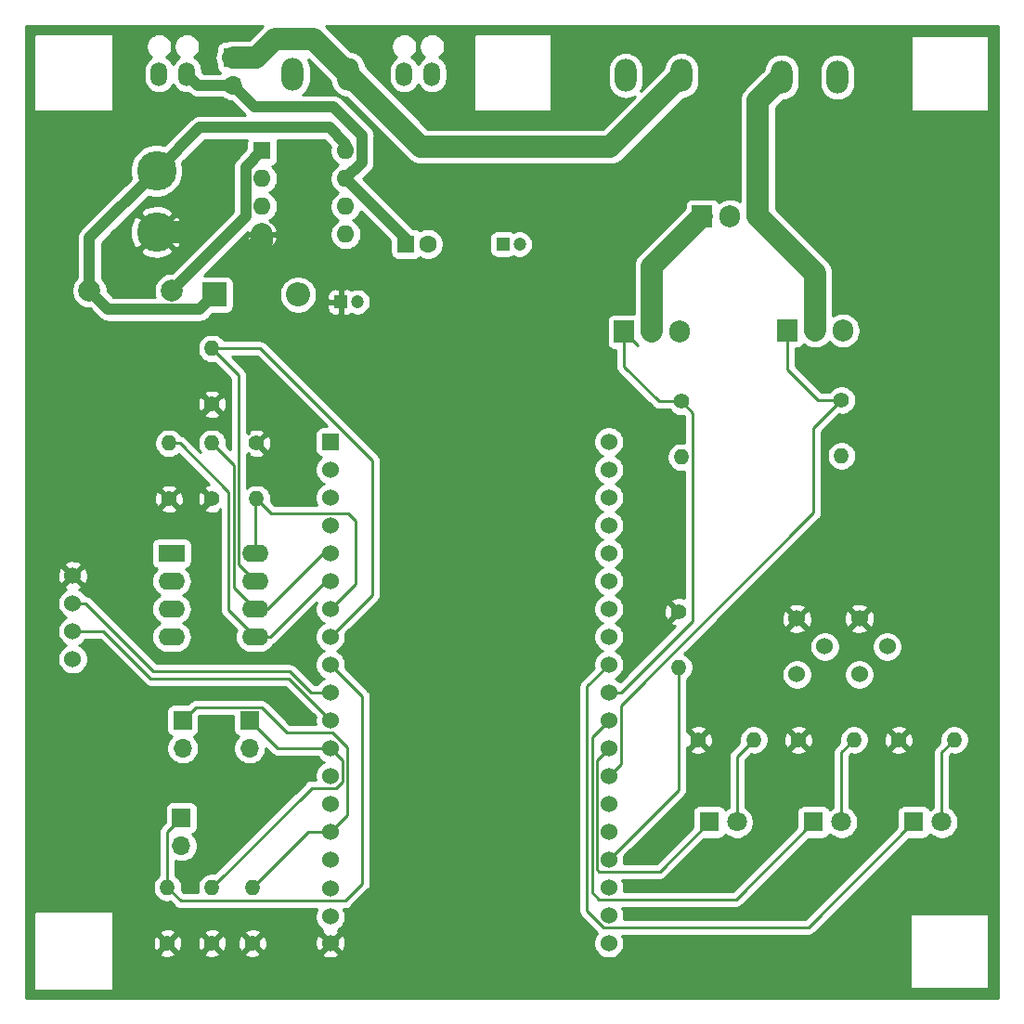
<source format=gbr>
%TF.GenerationSoftware,KiCad,Pcbnew,(5.1.9-0-10_14)*%
%TF.CreationDate,2021-08-02T15:26:46+01:00*%
%TF.ProjectId,SensorLights,53656e73-6f72-44c6-9967-6874732e6b69,1.1*%
%TF.SameCoordinates,Original*%
%TF.FileFunction,Copper,L1,Top*%
%TF.FilePolarity,Positive*%
%FSLAX46Y46*%
G04 Gerber Fmt 4.6, Leading zero omitted, Abs format (unit mm)*
G04 Created by KiCad (PCBNEW (5.1.9-0-10_14)) date 2021-08-02 15:26:46*
%MOMM*%
%LPD*%
G01*
G04 APERTURE LIST*
%TA.AperFunction,ComponentPad*%
%ADD10C,1.524000*%
%TD*%
%TA.AperFunction,ComponentPad*%
%ADD11C,1.200000*%
%TD*%
%TA.AperFunction,ComponentPad*%
%ADD12R,1.200000X1.200000*%
%TD*%
%TA.AperFunction,ComponentPad*%
%ADD13O,1.500000X2.200000*%
%TD*%
%TA.AperFunction,ComponentPad*%
%ADD14O,1.600000X1.600000*%
%TD*%
%TA.AperFunction,ComponentPad*%
%ADD15R,1.600000X1.600000*%
%TD*%
%TA.AperFunction,ComponentPad*%
%ADD16O,2.000000X3.000000*%
%TD*%
%TA.AperFunction,ComponentPad*%
%ADD17R,1.524000X1.524000*%
%TD*%
%TA.AperFunction,ComponentPad*%
%ADD18O,2.400000X1.600000*%
%TD*%
%TA.AperFunction,ComponentPad*%
%ADD19R,2.400000X1.600000*%
%TD*%
%TA.AperFunction,ComponentPad*%
%ADD20C,1.600000*%
%TD*%
%TA.AperFunction,ComponentPad*%
%ADD21C,2.000000*%
%TD*%
%TA.AperFunction,ComponentPad*%
%ADD22R,1.800000X1.800000*%
%TD*%
%TA.AperFunction,ComponentPad*%
%ADD23C,1.800000*%
%TD*%
%TA.AperFunction,ComponentPad*%
%ADD24O,1.905000X2.000000*%
%TD*%
%TA.AperFunction,ComponentPad*%
%ADD25R,1.905000X2.000000*%
%TD*%
%TA.AperFunction,ComponentPad*%
%ADD26R,2.200000X2.200000*%
%TD*%
%TA.AperFunction,ComponentPad*%
%ADD27O,2.200000X2.200000*%
%TD*%
%TA.AperFunction,ComponentPad*%
%ADD28O,1.700000X1.700000*%
%TD*%
%TA.AperFunction,ComponentPad*%
%ADD29R,1.700000X1.700000*%
%TD*%
%TA.AperFunction,ComponentPad*%
%ADD30C,3.600000*%
%TD*%
%TA.AperFunction,ComponentPad*%
%ADD31C,1.400000*%
%TD*%
%TA.AperFunction,ComponentPad*%
%ADD32O,1.400000X1.400000*%
%TD*%
%TA.AperFunction,ViaPad*%
%ADD33C,0.800000*%
%TD*%
%TA.AperFunction,Conductor*%
%ADD34C,0.250000*%
%TD*%
%TA.AperFunction,Conductor*%
%ADD35C,1.000000*%
%TD*%
%TA.AperFunction,Conductor*%
%ADD36C,2.000000*%
%TD*%
%TA.AperFunction,Conductor*%
%ADD37C,0.254000*%
%TD*%
%TA.AperFunction,Conductor*%
%ADD38C,0.100000*%
%TD*%
G04 APERTURE END LIST*
D10*
%TO.P,RV2,3*%
%TO.N,GND*%
X179172000Y-106807000D03*
%TO.P,RV2,2*%
%TO.N,Net-(RV2-Pad2)*%
X181712000Y-104267000D03*
%TO.P,RV2,1*%
%TO.N,+5V*%
X179172000Y-101727000D03*
%TD*%
%TO.P,RV1,3*%
%TO.N,GND*%
X173482000Y-106807000D03*
%TO.P,RV1,2*%
%TO.N,Net-(RV1-Pad2)*%
X176022000Y-104267000D03*
%TO.P,RV1,1*%
%TO.N,+5V*%
X173482000Y-101727000D03*
%TD*%
D11*
%TO.P,C1,2*%
%TO.N,GND*%
X148185000Y-67564000D03*
D12*
%TO.P,C1,1*%
%TO.N,Stop*%
X146685000Y-67564000D03*
%TD*%
D11*
%TO.P,C4,2*%
%TO.N,GND*%
X133387001Y-72829001D03*
D12*
%TO.P,C4,1*%
%TO.N,+5V*%
X131887001Y-72829001D03*
%TD*%
D13*
%TO.P,J5,1*%
%TO.N,GND*%
X137668000Y-52070000D03*
%TO.P,J5,2*%
%TO.N,Stop*%
X140208000Y-52070000D03*
%TD*%
%TO.P,J2,1*%
%TO.N,GND*%
X115316000Y-52070000D03*
%TO.P,J2,2*%
%TO.N,/5V Supply/6V-24V*%
X117856000Y-52070000D03*
%TD*%
D14*
%TO.P,U3,8*%
%TO.N,Net-(C3-Pad1)*%
X132334000Y-59055000D03*
%TO.P,U3,4*%
%TO.N,+5V*%
X124714000Y-66675000D03*
%TO.P,U3,7*%
%TO.N,/5V Supply/6V-24V*%
X132334000Y-61595000D03*
%TO.P,U3,3*%
%TO.N,Net-(U3-Pad3)*%
X124714000Y-64135000D03*
%TO.P,U3,6*%
%TO.N,GND*%
X132334000Y-64135000D03*
%TO.P,U3,2*%
%TO.N,Net-(U3-Pad2)*%
X124714000Y-61595000D03*
%TO.P,U3,5*%
%TO.N,Net-(U3-Pad5)*%
X132334000Y-66675000D03*
D15*
%TO.P,U3,1*%
%TO.N,Net-(C3-Pad2)*%
X124714000Y-59055000D03*
%TD*%
D16*
%TO.P,J4,1*%
%TO.N,Net-(D4-Pad1)*%
X157861000Y-52197000D03*
%TO.P,J4,2*%
%TO.N,SignalPower*%
X162941000Y-52197000D03*
%TD*%
%TO.P,J3,1*%
%TO.N,Net-(D4-Pad3)*%
X172085000Y-52324000D03*
%TO.P,J3,2*%
%TO.N,SignalPower*%
X177165000Y-52324000D03*
%TD*%
%TO.P,J1,1*%
%TO.N,GND*%
X127508000Y-52070000D03*
%TO.P,J1,2*%
%TO.N,SignalPower*%
X132588000Y-52070000D03*
%TD*%
D10*
%TO.P,U2,38*%
%TO.N,GND*%
X156337000Y-85598000D03*
%TO.P,U2,37*%
%TO.N,Net-(U2-Pad37)*%
X156337000Y-88138000D03*
%TO.P,U2,36*%
%TO.N,Net-(U2-Pad36)*%
X156337000Y-90678000D03*
%TO.P,U2,35*%
%TO.N,Net-(U2-Pad35)*%
X156337000Y-93218000D03*
%TO.P,U2,34*%
%TO.N,Net-(U2-Pad34)*%
X156337000Y-95758000D03*
%TO.P,U2,33*%
%TO.N,Net-(U2-Pad33)*%
X156337000Y-98298000D03*
%TO.P,U2,32*%
%TO.N,GND*%
X156337000Y-100838000D03*
%TO.P,U2,31*%
%TO.N,Net-(U2-Pad31)*%
X156337000Y-103378000D03*
%TO.P,U2,30*%
%TO.N,Net-(D3-Pad1)*%
X156337000Y-105918000D03*
%TO.P,U2,29*%
%TO.N,Net-(Q2-Pad1)*%
X156337000Y-108458000D03*
%TO.P,U2,28*%
%TO.N,Net-(D2-Pad1)*%
X156337000Y-110998000D03*
%TO.P,U2,27*%
%TO.N,Net-(D1-Pad1)*%
X156337000Y-113538000D03*
%TO.P,U2,26*%
%TO.N,Net-(Q1-Pad1)*%
X156337000Y-116078000D03*
%TO.P,U2,25*%
%TO.N,Net-(U2-Pad25)*%
X156337000Y-118618000D03*
%TO.P,U2,24*%
%TO.N,Net-(U2-Pad24)*%
X156337000Y-121158000D03*
%TO.P,U2,23*%
%TO.N,Stop*%
X156337000Y-123698000D03*
%TO.P,U2,22*%
%TO.N,Net-(U2-Pad22)*%
X156337000Y-126238000D03*
%TO.P,U2,21*%
%TO.N,Net-(U2-Pad21)*%
X156337000Y-128778000D03*
%TO.P,U2,20*%
%TO.N,Net-(U2-Pad20)*%
X156337000Y-131318000D03*
%TO.P,U2,19*%
%TO.N,+5V*%
X130937000Y-131318000D03*
%TO.P,U2,18*%
%TO.N,Net-(U2-Pad18)*%
X130937000Y-128905000D03*
%TO.P,U2,17*%
%TO.N,Net-(U2-Pad17)*%
X130937000Y-126365000D03*
%TO.P,U2,16*%
%TO.N,Net-(U2-Pad16)*%
X130937000Y-123698000D03*
%TO.P,U2,15*%
%TO.N,Net-(JP3-Pad1)*%
X130937000Y-121158000D03*
%TO.P,U2,14*%
%TO.N,GND*%
X130937000Y-118618000D03*
%TO.P,U2,13*%
%TO.N,Net-(U2-Pad13)*%
X130937000Y-116078000D03*
%TO.P,U2,12*%
%TO.N,Net-(JP2-Pad1)*%
X130937000Y-113538000D03*
%TO.P,U2,11*%
%TO.N,Net-(U1-Pad2)*%
X130937000Y-110998000D03*
%TO.P,U2,10*%
%TO.N,Net-(U1-Pad3)*%
X130937000Y-108458000D03*
%TO.P,U2,9*%
%TO.N,lWiFi*%
X130937000Y-105918000D03*
%TO.P,U2,8*%
%TO.N,Net-(R2-Pad2)*%
X130937000Y-103378000D03*
%TO.P,U2,7*%
%TO.N,Net-(R1-Pad2)*%
X130937000Y-100838000D03*
%TO.P,U2,6*%
%TO.N,Net-(R4-Pad2)*%
X130937000Y-98298000D03*
%TO.P,U2,5*%
%TO.N,Net-(R3-Pad2)*%
X130937000Y-95758000D03*
%TO.P,U2,4*%
%TO.N,Net-(RV2-Pad2)*%
X130937000Y-93218000D03*
%TO.P,U2,3*%
%TO.N,Net-(RV1-Pad2)*%
X130937000Y-90678000D03*
%TO.P,U2,2*%
%TO.N,Net-(U2-Pad2)*%
X130937000Y-88138000D03*
D17*
%TO.P,U2,1*%
%TO.N,Net-(U2-Pad1)*%
X130937000Y-85598000D03*
%TD*%
D18*
%TO.P,SW1,8*%
%TO.N,Net-(R1-Pad2)*%
X124079000Y-95758000D03*
%TO.P,SW1,4*%
%TO.N,GND*%
X116459000Y-103378000D03*
%TO.P,SW1,7*%
%TO.N,Net-(R2-Pad2)*%
X124079000Y-98298000D03*
%TO.P,SW1,3*%
%TO.N,GND*%
X116459000Y-100838000D03*
%TO.P,SW1,6*%
%TO.N,Net-(R3-Pad2)*%
X124079000Y-100838000D03*
%TO.P,SW1,2*%
%TO.N,GND*%
X116459000Y-98298000D03*
%TO.P,SW1,5*%
%TO.N,Net-(R4-Pad2)*%
X124079000Y-103378000D03*
D19*
%TO.P,SW1,1*%
%TO.N,GND*%
X116459000Y-95758000D03*
%TD*%
D10*
%TO.P,U1,1*%
%TO.N,GND*%
X107442000Y-105410000D03*
%TO.P,U1,4*%
%TO.N,+5V*%
X107442000Y-97790000D03*
%TO.P,U1,3*%
%TO.N,Net-(U1-Pad3)*%
X107442000Y-100330000D03*
%TO.P,U1,2*%
%TO.N,Net-(U1-Pad2)*%
X107442000Y-102870000D03*
%TD*%
D15*
%TO.P,C2,1*%
%TO.N,/5V Supply/6V-24V*%
X137843776Y-67548001D03*
D20*
%TO.P,C2,2*%
%TO.N,GND*%
X139843776Y-67548001D03*
%TD*%
D21*
%TO.P,C3,1*%
%TO.N,Net-(C3-Pad1)*%
X108967001Y-71809001D03*
%TO.P,C3,2*%
%TO.N,Net-(C3-Pad2)*%
X116467001Y-71809001D03*
%TD*%
D22*
%TO.P,D1,1*%
%TO.N,Net-(D1-Pad1)*%
X165481000Y-120269000D03*
D23*
%TO.P,D1,2*%
%TO.N,Net-(D1-Pad2)*%
X168021000Y-120269000D03*
%TD*%
%TO.P,D2,2*%
%TO.N,Net-(D2-Pad2)*%
X177546000Y-120269000D03*
D22*
%TO.P,D2,1*%
%TO.N,Net-(D2-Pad1)*%
X175006000Y-120269000D03*
%TD*%
%TO.P,D3,1*%
%TO.N,Net-(D3-Pad1)*%
X184150000Y-120269000D03*
D23*
%TO.P,D3,2*%
%TO.N,Net-(D3-Pad2)*%
X186690000Y-120269000D03*
%TD*%
D24*
%TO.P,D4,3*%
%TO.N,Net-(D4-Pad3)*%
X169926000Y-65024000D03*
%TO.P,D4,2*%
%TO.N,SignalPower*%
X167386000Y-65024000D03*
D25*
%TO.P,D4,1*%
%TO.N,Net-(D4-Pad1)*%
X164846000Y-65024000D03*
%TD*%
D26*
%TO.P,D5,1*%
%TO.N,Net-(C3-Pad1)*%
X120367001Y-72179001D03*
D27*
%TO.P,D5,2*%
%TO.N,GND*%
X127987001Y-72179001D03*
%TD*%
D28*
%TO.P,JP1,2*%
%TO.N,/5V Supply/6V-24V*%
X122047000Y-53086000D03*
D29*
%TO.P,JP1,1*%
%TO.N,SignalPower*%
X122047000Y-50546000D03*
%TD*%
%TO.P,JP2,1*%
%TO.N,Net-(JP2-Pad1)*%
X123571000Y-110998000D03*
D28*
%TO.P,JP2,2*%
%TO.N,GND*%
X123571000Y-113538000D03*
%TD*%
%TO.P,JP3,2*%
%TO.N,GND*%
X117475000Y-113538000D03*
D29*
%TO.P,JP3,1*%
%TO.N,Net-(JP3-Pad1)*%
X117475000Y-110998000D03*
%TD*%
%TO.P,JP4,1*%
%TO.N,lWiFi*%
X117348000Y-119888000D03*
D28*
%TO.P,JP4,2*%
%TO.N,GND*%
X117348000Y-122428000D03*
%TD*%
D30*
%TO.P,L1,1*%
%TO.N,Net-(C3-Pad1)*%
X115087001Y-60879001D03*
%TO.P,L1,2*%
%TO.N,+5V*%
X115087001Y-66459001D03*
%TD*%
D25*
%TO.P,Q1,1*%
%TO.N,Net-(Q1-Pad1)*%
X172593000Y-75438000D03*
D24*
%TO.P,Q1,2*%
%TO.N,Net-(D4-Pad3)*%
X175133000Y-75438000D03*
%TO.P,Q1,3*%
%TO.N,GND*%
X177673000Y-75438000D03*
%TD*%
D25*
%TO.P,Q2,1*%
%TO.N,Net-(Q2-Pad1)*%
X157734000Y-75565000D03*
D24*
%TO.P,Q2,2*%
%TO.N,Net-(D4-Pad1)*%
X160274000Y-75565000D03*
%TO.P,Q2,3*%
%TO.N,GND*%
X162814000Y-75565000D03*
%TD*%
D31*
%TO.P,R1,1*%
%TO.N,+5V*%
X124206000Y-85725000D03*
D32*
%TO.P,R1,2*%
%TO.N,Net-(R1-Pad2)*%
X124206000Y-90805000D03*
%TD*%
%TO.P,R2,2*%
%TO.N,Net-(R2-Pad2)*%
X120142000Y-77089000D03*
D31*
%TO.P,R2,1*%
%TO.N,+5V*%
X120142000Y-82169000D03*
%TD*%
%TO.P,R3,1*%
%TO.N,+5V*%
X120142000Y-90805000D03*
D32*
%TO.P,R3,2*%
%TO.N,Net-(R3-Pad2)*%
X120142000Y-85725000D03*
%TD*%
%TO.P,R4,2*%
%TO.N,Net-(R4-Pad2)*%
X116205000Y-85725000D03*
D31*
%TO.P,R4,1*%
%TO.N,+5V*%
X116205000Y-90805000D03*
%TD*%
D32*
%TO.P,R5,2*%
%TO.N,Net-(D1-Pad2)*%
X169545000Y-112776000D03*
D31*
%TO.P,R5,1*%
%TO.N,+5V*%
X164465000Y-112776000D03*
%TD*%
D32*
%TO.P,R6,2*%
%TO.N,GND*%
X177546000Y-86868000D03*
D31*
%TO.P,R6,1*%
%TO.N,Net-(Q1-Pad1)*%
X177546000Y-81788000D03*
%TD*%
D32*
%TO.P,R7,2*%
%TO.N,Net-(D2-Pad2)*%
X178689000Y-112776000D03*
D31*
%TO.P,R7,1*%
%TO.N,+5V*%
X173609000Y-112776000D03*
%TD*%
%TO.P,R8,1*%
%TO.N,+5V*%
X182753000Y-112776000D03*
D32*
%TO.P,R8,2*%
%TO.N,Net-(D3-Pad2)*%
X187833000Y-112776000D03*
%TD*%
D31*
%TO.P,R9,1*%
%TO.N,Net-(Q2-Pad1)*%
X162941000Y-81915000D03*
D32*
%TO.P,R9,2*%
%TO.N,GND*%
X162941000Y-86995000D03*
%TD*%
D31*
%TO.P,R10,1*%
%TO.N,+5V*%
X162687000Y-101092000D03*
D32*
%TO.P,R10,2*%
%TO.N,Stop*%
X162687000Y-106172000D03*
%TD*%
D31*
%TO.P,R11,1*%
%TO.N,+5V*%
X120142000Y-131318000D03*
D32*
%TO.P,R11,2*%
%TO.N,Net-(JP2-Pad1)*%
X120142000Y-126238000D03*
%TD*%
%TO.P,R12,2*%
%TO.N,Net-(JP3-Pad1)*%
X123825000Y-126238000D03*
D31*
%TO.P,R12,1*%
%TO.N,+5V*%
X123825000Y-131318000D03*
%TD*%
%TO.P,R13,1*%
%TO.N,+5V*%
X116078000Y-131318000D03*
D32*
%TO.P,R13,2*%
%TO.N,lWiFi*%
X116078000Y-126238000D03*
%TD*%
D33*
%TO.N,+5V*%
X123444000Y-68707000D03*
X118071999Y-66459001D03*
%TD*%
D34*
%TO.N,Stop*%
X156337000Y-123698000D02*
X156337000Y-123577998D01*
X162687000Y-117348000D02*
X162687000Y-106172000D01*
X156337000Y-123698000D02*
X162687000Y-117348000D01*
D35*
%TO.N,/5V Supply/6V-24V*%
X118872000Y-53086000D02*
X122047000Y-53086000D01*
X117856000Y-52070000D02*
X118872000Y-53086000D01*
X131204022Y-55070020D02*
X124031020Y-55070020D01*
X124031020Y-55070020D02*
X122047000Y-53086000D01*
X133834001Y-57699999D02*
X131204022Y-55070020D01*
X133834001Y-60094999D02*
X133834001Y-57699999D01*
X132334000Y-61595000D02*
X133834001Y-60094999D01*
X137843776Y-67104776D02*
X137843776Y-67548001D01*
X132334000Y-61595000D02*
X137843776Y-67104776D01*
%TO.N,Net-(C3-Pad1)*%
X119037000Y-73509002D02*
X120367001Y-72179001D01*
X110667002Y-73509002D02*
X119037000Y-73509002D01*
X108967001Y-71809001D02*
X110667002Y-73509002D01*
X130833999Y-56919999D02*
X132334000Y-58420000D01*
X119046003Y-56919999D02*
X130833999Y-56919999D01*
X115087001Y-60879001D02*
X119046003Y-56919999D01*
X108967001Y-66999001D02*
X115087001Y-60879001D01*
X108967001Y-71809001D02*
X108967001Y-66999001D01*
X132334000Y-59055000D02*
X132334000Y-58420000D01*
%TO.N,Net-(C3-Pad2)*%
X123213999Y-65062003D02*
X116467001Y-71809001D01*
X123213999Y-60555001D02*
X124714000Y-59055000D01*
X123213999Y-65062003D02*
X123213999Y-60555001D01*
D36*
%TO.N,+5V*%
X124714000Y-67437000D02*
X123444000Y-68707000D01*
X115087001Y-66459001D02*
X116497001Y-66459001D01*
X115087001Y-66459001D02*
X118071999Y-66459001D01*
X124714000Y-66675000D02*
X124714000Y-67437000D01*
D34*
%TO.N,Net-(D1-Pad1)*%
X155449241Y-124785001D02*
X160964999Y-124785001D01*
X155249999Y-124585759D02*
X155449241Y-124785001D01*
X155249999Y-114625001D02*
X155249999Y-124585759D01*
X160964999Y-124785001D02*
X165481000Y-120269000D01*
X156337000Y-113538000D02*
X155249999Y-114625001D01*
%TO.N,Net-(D1-Pad2)*%
X168021000Y-114300000D02*
X169545000Y-112776000D01*
X168021000Y-120269000D02*
X168021000Y-114300000D01*
%TO.N,Net-(D2-Pad2)*%
X177546000Y-113919000D02*
X178689000Y-112776000D01*
X177546000Y-120269000D02*
X177546000Y-113919000D01*
%TO.N,Net-(D2-Pad1)*%
X167949999Y-127325001D02*
X175006000Y-120269000D01*
X155449241Y-127325001D02*
X167949999Y-127325001D01*
X154799989Y-126675749D02*
X155449241Y-127325001D01*
X154799989Y-112535011D02*
X154799989Y-126675749D01*
X156337000Y-110998000D02*
X154799989Y-112535011D01*
%TO.N,Net-(D3-Pad1)*%
X174553999Y-129865001D02*
X184150000Y-120269000D01*
X155815239Y-129865001D02*
X174553999Y-129865001D01*
X154349980Y-128399742D02*
X155815239Y-129865001D01*
X154349980Y-107905020D02*
X154349980Y-128399742D01*
X156337000Y-105918000D02*
X154349980Y-107905020D01*
%TO.N,Net-(D3-Pad2)*%
X186690000Y-113919000D02*
X187833000Y-112776000D01*
X186690000Y-120269000D02*
X186690000Y-113919000D01*
D36*
%TO.N,Net-(D4-Pad3)*%
X175133000Y-70231000D02*
X169926000Y-65024000D01*
X175133000Y-75438000D02*
X175133000Y-70231000D01*
X169926000Y-54483000D02*
X172085000Y-52324000D01*
X169926000Y-65024000D02*
X169926000Y-54483000D01*
%TO.N,SignalPower*%
X122047000Y-50546000D02*
X124206000Y-50546000D01*
X124206000Y-50546000D02*
X125857000Y-48895000D01*
X129413000Y-48895000D02*
X132588000Y-52070000D01*
X125857000Y-48895000D02*
X129413000Y-48895000D01*
X132588000Y-52070000D02*
X139192000Y-58674000D01*
X156464000Y-58674000D02*
X162941000Y-52197000D01*
X139192000Y-58674000D02*
X156464000Y-58674000D01*
%TO.N,Net-(D4-Pad1)*%
X160274000Y-69596000D02*
X164846000Y-65024000D01*
X160274000Y-75565000D02*
X160274000Y-69596000D01*
D34*
%TO.N,Net-(JP2-Pad1)*%
X126111000Y-113538000D02*
X123571000Y-110998000D01*
X130937000Y-113538000D02*
X126111000Y-113538000D01*
X132024001Y-114625001D02*
X130937000Y-113538000D01*
X131458761Y-117165001D02*
X132024001Y-116599761D01*
X132024001Y-116599761D02*
X132024001Y-114625001D01*
X129214999Y-117165001D02*
X131458761Y-117165001D01*
X120142000Y-126238000D02*
X129214999Y-117165001D01*
%TO.N,Net-(JP3-Pad1)*%
X128905000Y-121158000D02*
X123825000Y-126238000D01*
X130937000Y-121158000D02*
X128905000Y-121158000D01*
X118650001Y-109822999D02*
X117475000Y-110998000D01*
X124681001Y-109822999D02*
X118650001Y-109822999D01*
X126943003Y-112085001D02*
X124681001Y-109822999D01*
X132474010Y-113466248D02*
X131092763Y-112085001D01*
X131092763Y-112085001D02*
X126943003Y-112085001D01*
X132474010Y-119620990D02*
X132474010Y-113466248D01*
X130937000Y-121158000D02*
X132474010Y-119620990D01*
%TO.N,Net-(R1-Pad2)*%
X124079000Y-90932000D02*
X124206000Y-90805000D01*
X124079000Y-95758000D02*
X124079000Y-90932000D01*
X125531999Y-92130999D02*
X132516999Y-92130999D01*
X124206000Y-90805000D02*
X125531999Y-92130999D01*
X132516999Y-92130999D02*
X133223000Y-92837000D01*
X133223000Y-98552000D02*
X130937000Y-100838000D01*
X133223000Y-92837000D02*
X133223000Y-98552000D01*
%TO.N,Net-(R2-Pad2)*%
X122553990Y-96772990D02*
X122553990Y-79500990D01*
X122553990Y-79500990D02*
X120142000Y-77089000D01*
X124079000Y-98298000D02*
X122553990Y-96772990D01*
X134747000Y-99568000D02*
X130937000Y-103378000D01*
X134747000Y-87298998D02*
X134747000Y-99568000D01*
X124537002Y-77089000D02*
X134747000Y-87298998D01*
X120142000Y-77089000D02*
X124537002Y-77089000D01*
%TO.N,Net-(R3-Pad2)*%
X122103980Y-98862980D02*
X122103980Y-87686980D01*
X122103980Y-87686980D02*
X120142000Y-85725000D01*
X124079000Y-100838000D02*
X122103980Y-98862980D01*
X124079000Y-100838000D02*
X125222000Y-100838000D01*
X130302000Y-95758000D02*
X130937000Y-95758000D01*
X125222000Y-100838000D02*
X130302000Y-95758000D01*
%TO.N,Net-(R4-Pad2)*%
X124079000Y-103378000D02*
X125529000Y-103378000D01*
X117194949Y-85725000D02*
X116205000Y-85725000D01*
X121653970Y-90184021D02*
X117194949Y-85725000D01*
X121653970Y-100952970D02*
X121653970Y-90184021D01*
X124079000Y-103378000D02*
X121653970Y-100952970D01*
X124079000Y-103378000D02*
X125476000Y-103378000D01*
X130556000Y-98298000D02*
X130937000Y-98298000D01*
X125476000Y-103378000D02*
X130556000Y-98298000D01*
%TO.N,Net-(U1-Pad2)*%
X127127000Y-107188000D02*
X130937000Y-110998000D01*
X114554000Y-107188000D02*
X127127000Y-107188000D01*
X110236000Y-102870000D02*
X114554000Y-107188000D01*
X107442000Y-102870000D02*
X110236000Y-102870000D01*
%TO.N,Net-(U1-Pad3)*%
X107442000Y-100330000D02*
X108585000Y-100330000D01*
X108585000Y-100330000D02*
X114808000Y-106553000D01*
X114808000Y-106553000D02*
X127254000Y-106553000D01*
X129159000Y-108458000D02*
X130937000Y-108458000D01*
X127254000Y-106553000D02*
X129159000Y-108458000D01*
%TO.N,Net-(Q1-Pad1)*%
X157424001Y-114990999D02*
X157424001Y-109656999D01*
X156337000Y-116078000D02*
X157424001Y-114990999D01*
X157424001Y-109656999D02*
X175006000Y-92075000D01*
X175006000Y-84328000D02*
X177546000Y-81788000D01*
X175006000Y-92075000D02*
X175006000Y-84328000D01*
X177546000Y-81788000D02*
X175387000Y-81788000D01*
X172593000Y-78994000D02*
X172593000Y-75438000D01*
X175387000Y-81788000D02*
X172593000Y-78994000D01*
%TO.N,Net-(Q2-Pad1)*%
X158996490Y-76827490D02*
X157734000Y-75565000D01*
X163966001Y-82940001D02*
X162941000Y-81915000D01*
X163966001Y-101906629D02*
X163966001Y-82940001D01*
X157414630Y-108458000D02*
X163966001Y-101906629D01*
X156337000Y-108458000D02*
X157414630Y-108458000D01*
X162941000Y-81915000D02*
X160909000Y-81915000D01*
X157734000Y-78740000D02*
X157734000Y-75565000D01*
X160909000Y-81915000D02*
X157734000Y-78740000D01*
%TO.N,lWiFi*%
X116078000Y-121158000D02*
X117348000Y-119888000D01*
X116078000Y-126238000D02*
X116078000Y-121158000D01*
X117292001Y-127452001D02*
X132278001Y-127452001D01*
X116078000Y-126238000D02*
X117292001Y-127452001D01*
X132278001Y-127452001D02*
X133858000Y-125872002D01*
X133858000Y-108839000D02*
X130937000Y-105918000D01*
X133858000Y-125872002D02*
X133858000Y-108839000D01*
%TD*%
D37*
%TO.N,+5V*%
X124695286Y-47733286D02*
X124644084Y-47795676D01*
X123528761Y-48911000D01*
X121966678Y-48911000D01*
X121726484Y-48934657D01*
X121418285Y-49028148D01*
X121362571Y-49057928D01*
X121197000Y-49057928D01*
X121072518Y-49070188D01*
X120952820Y-49106498D01*
X120842506Y-49165463D01*
X120745815Y-49244815D01*
X120666463Y-49341506D01*
X120607498Y-49451820D01*
X120571188Y-49571518D01*
X120558928Y-49696000D01*
X120558928Y-49861571D01*
X120529148Y-49917285D01*
X120435657Y-50225484D01*
X120404089Y-50546000D01*
X120435657Y-50866516D01*
X120529148Y-51174715D01*
X120558928Y-51230429D01*
X120558928Y-51396000D01*
X120571188Y-51520482D01*
X120607498Y-51640180D01*
X120666463Y-51750494D01*
X120745815Y-51847185D01*
X120842506Y-51926537D01*
X120888272Y-51951000D01*
X119342132Y-51951000D01*
X119241000Y-51849868D01*
X119241000Y-51651963D01*
X119220960Y-51448493D01*
X119141764Y-51187419D01*
X119013157Y-50946812D01*
X118840080Y-50735919D01*
X118629187Y-50562843D01*
X118525850Y-50507608D01*
X118611394Y-50450450D01*
X118776450Y-50285394D01*
X118906134Y-50091308D01*
X118995461Y-49875652D01*
X119041000Y-49646712D01*
X119041000Y-49413288D01*
X118995461Y-49184348D01*
X118906134Y-48968692D01*
X118776450Y-48774606D01*
X118611394Y-48609550D01*
X118417308Y-48479866D01*
X118201652Y-48390539D01*
X117972712Y-48345000D01*
X117739288Y-48345000D01*
X117510348Y-48390539D01*
X117294692Y-48479866D01*
X117100606Y-48609550D01*
X116935550Y-48774606D01*
X116805866Y-48968692D01*
X116716539Y-49184348D01*
X116671000Y-49413288D01*
X116671000Y-49646712D01*
X116716539Y-49875652D01*
X116805866Y-50091308D01*
X116935550Y-50285394D01*
X117100606Y-50450450D01*
X117186149Y-50507608D01*
X117082812Y-50562843D01*
X116871919Y-50735920D01*
X116698843Y-50946813D01*
X116586000Y-51157927D01*
X116473157Y-50946812D01*
X116300080Y-50735919D01*
X116089187Y-50562843D01*
X115985850Y-50507608D01*
X116071394Y-50450450D01*
X116236450Y-50285394D01*
X116366134Y-50091308D01*
X116455461Y-49875652D01*
X116501000Y-49646712D01*
X116501000Y-49413288D01*
X116455461Y-49184348D01*
X116366134Y-48968692D01*
X116236450Y-48774606D01*
X116071394Y-48609550D01*
X115877308Y-48479866D01*
X115661652Y-48390539D01*
X115432712Y-48345000D01*
X115199288Y-48345000D01*
X114970348Y-48390539D01*
X114754692Y-48479866D01*
X114560606Y-48609550D01*
X114395550Y-48774606D01*
X114265866Y-48968692D01*
X114176539Y-49184348D01*
X114131000Y-49413288D01*
X114131000Y-49646712D01*
X114176539Y-49875652D01*
X114265866Y-50091308D01*
X114395550Y-50285394D01*
X114560606Y-50450450D01*
X114646149Y-50507608D01*
X114542812Y-50562843D01*
X114331919Y-50735920D01*
X114158843Y-50946813D01*
X114030236Y-51187420D01*
X113951040Y-51448494D01*
X113931000Y-51651964D01*
X113931000Y-52488037D01*
X113951040Y-52691507D01*
X114030236Y-52952581D01*
X114158843Y-53193188D01*
X114331920Y-53404081D01*
X114542813Y-53577157D01*
X114783420Y-53705764D01*
X115044494Y-53784960D01*
X115316000Y-53811701D01*
X115587507Y-53784960D01*
X115848581Y-53705764D01*
X116089188Y-53577157D01*
X116300081Y-53404081D01*
X116473157Y-53193188D01*
X116586000Y-52982073D01*
X116698843Y-53193188D01*
X116871920Y-53404081D01*
X117082813Y-53577157D01*
X117323420Y-53705764D01*
X117584494Y-53784960D01*
X117856000Y-53811701D01*
X117980324Y-53799456D01*
X118030008Y-53849140D01*
X118065551Y-53892449D01*
X118238377Y-54034284D01*
X118435553Y-54139676D01*
X118649501Y-54204577D01*
X118872000Y-54226491D01*
X118927751Y-54221000D01*
X121081893Y-54221000D01*
X121100368Y-54239475D01*
X121343589Y-54401990D01*
X121613842Y-54513932D01*
X121900740Y-54571000D01*
X121926869Y-54571000D01*
X123140867Y-55784999D01*
X119101744Y-55784999D01*
X119046002Y-55779509D01*
X118990260Y-55784999D01*
X118990251Y-55784999D01*
X118823504Y-55801422D01*
X118609556Y-55866323D01*
X118412380Y-55971715D01*
X118239554Y-56113550D01*
X118204012Y-56156858D01*
X115815670Y-58545201D01*
X115797264Y-58537577D01*
X115326828Y-58444001D01*
X114847174Y-58444001D01*
X114376738Y-58537577D01*
X113933596Y-58721132D01*
X113534779Y-58987613D01*
X113195613Y-59326779D01*
X112929132Y-59725596D01*
X112745577Y-60168738D01*
X112652001Y-60639174D01*
X112652001Y-61118828D01*
X112745577Y-61589264D01*
X112753201Y-61607669D01*
X108203861Y-66157010D01*
X108160553Y-66192552D01*
X108018718Y-66365378D01*
X107985230Y-66428030D01*
X107913325Y-66562555D01*
X107848424Y-66776503D01*
X107826510Y-66999001D01*
X107832002Y-67054762D01*
X107832001Y-70631762D01*
X107697014Y-70766749D01*
X107518083Y-71034538D01*
X107394833Y-71332089D01*
X107332001Y-71647968D01*
X107332001Y-71970034D01*
X107394833Y-72285913D01*
X107518083Y-72583464D01*
X107697014Y-72851253D01*
X107924749Y-73078988D01*
X108192538Y-73257919D01*
X108490089Y-73381169D01*
X108805968Y-73444001D01*
X108996870Y-73444001D01*
X109825011Y-74272142D01*
X109860553Y-74315451D01*
X110033379Y-74457286D01*
X110230555Y-74562678D01*
X110444503Y-74627579D01*
X110611250Y-74644002D01*
X110611259Y-74644002D01*
X110667001Y-74649492D01*
X110722743Y-74644002D01*
X118981249Y-74644002D01*
X119037000Y-74649493D01*
X119092751Y-74644002D01*
X119092752Y-74644002D01*
X119259499Y-74627579D01*
X119473447Y-74562678D01*
X119670623Y-74457286D01*
X119843449Y-74315451D01*
X119878996Y-74272137D01*
X120234060Y-73917073D01*
X121467001Y-73917073D01*
X121591483Y-73904813D01*
X121711181Y-73868503D01*
X121821495Y-73809538D01*
X121918186Y-73730186D01*
X121997538Y-73633495D01*
X122056503Y-73523181D01*
X122092813Y-73403483D01*
X122105073Y-73279001D01*
X122105073Y-72008118D01*
X126252001Y-72008118D01*
X126252001Y-72349884D01*
X126318676Y-72685082D01*
X126449464Y-73000832D01*
X126639338Y-73284999D01*
X126881003Y-73526664D01*
X127165170Y-73716538D01*
X127480920Y-73847326D01*
X127816118Y-73914001D01*
X128157884Y-73914001D01*
X128493082Y-73847326D01*
X128808832Y-73716538D01*
X129092999Y-73526664D01*
X129190662Y-73429001D01*
X130648929Y-73429001D01*
X130661189Y-73553483D01*
X130697499Y-73673181D01*
X130756464Y-73783495D01*
X130835816Y-73880186D01*
X130932507Y-73959538D01*
X131042821Y-74018503D01*
X131162519Y-74054813D01*
X131287001Y-74067073D01*
X131601251Y-74064001D01*
X131760001Y-73905251D01*
X131760001Y-72956001D01*
X130810751Y-72956001D01*
X130652001Y-73114751D01*
X130648929Y-73429001D01*
X129190662Y-73429001D01*
X129334664Y-73284999D01*
X129524538Y-73000832D01*
X129655326Y-72685082D01*
X129722001Y-72349884D01*
X129722001Y-72229001D01*
X130648929Y-72229001D01*
X130652001Y-72543251D01*
X130810751Y-72702001D01*
X131760001Y-72702001D01*
X131760001Y-71752751D01*
X132014001Y-71752751D01*
X132014001Y-72702001D01*
X132034001Y-72702001D01*
X132034001Y-72956001D01*
X132014001Y-72956001D01*
X132014001Y-73905251D01*
X132172751Y-74064001D01*
X132487001Y-74067073D01*
X132611483Y-74054813D01*
X132731181Y-74018503D01*
X132841495Y-73959538D01*
X132857479Y-73946420D01*
X133026765Y-74016541D01*
X133265364Y-74064001D01*
X133508638Y-74064001D01*
X133747237Y-74016541D01*
X133971993Y-73923444D01*
X134174268Y-73788288D01*
X134346288Y-73616268D01*
X134481444Y-73413993D01*
X134574541Y-73189237D01*
X134622001Y-72950638D01*
X134622001Y-72707364D01*
X134574541Y-72468765D01*
X134481444Y-72244009D01*
X134346288Y-72041734D01*
X134174268Y-71869714D01*
X133971993Y-71734558D01*
X133747237Y-71641461D01*
X133508638Y-71594001D01*
X133265364Y-71594001D01*
X133026765Y-71641461D01*
X132857479Y-71711582D01*
X132841495Y-71698464D01*
X132731181Y-71639499D01*
X132611483Y-71603189D01*
X132487001Y-71590929D01*
X132172751Y-71594001D01*
X132014001Y-71752751D01*
X131760001Y-71752751D01*
X131601251Y-71594001D01*
X131287001Y-71590929D01*
X131162519Y-71603189D01*
X131042821Y-71639499D01*
X130932507Y-71698464D01*
X130835816Y-71777816D01*
X130756464Y-71874507D01*
X130697499Y-71984821D01*
X130661189Y-72104519D01*
X130648929Y-72229001D01*
X129722001Y-72229001D01*
X129722001Y-72008118D01*
X129655326Y-71672920D01*
X129524538Y-71357170D01*
X129334664Y-71073003D01*
X129092999Y-70831338D01*
X128808832Y-70641464D01*
X128493082Y-70510676D01*
X128157884Y-70444001D01*
X127816118Y-70444001D01*
X127480920Y-70510676D01*
X127165170Y-70641464D01*
X126881003Y-70831338D01*
X126639338Y-71073003D01*
X126449464Y-71357170D01*
X126318676Y-71672920D01*
X126252001Y-72008118D01*
X122105073Y-72008118D01*
X122105073Y-71079001D01*
X122092813Y-70954519D01*
X122056503Y-70834821D01*
X121997538Y-70724507D01*
X121918186Y-70627816D01*
X121821495Y-70548464D01*
X121711181Y-70489499D01*
X121591483Y-70453189D01*
X121467001Y-70440929D01*
X119440204Y-70440929D01*
X122857094Y-67024039D01*
X123322096Y-67024039D01*
X123362754Y-67158087D01*
X123482963Y-67412420D01*
X123650481Y-67638414D01*
X123858869Y-67827385D01*
X124100119Y-67972070D01*
X124364960Y-68066909D01*
X124587000Y-67945624D01*
X124587000Y-66802000D01*
X124841000Y-66802000D01*
X124841000Y-67945624D01*
X125063040Y-68066909D01*
X125327881Y-67972070D01*
X125569131Y-67827385D01*
X125777519Y-67638414D01*
X125945037Y-67412420D01*
X126065246Y-67158087D01*
X126105904Y-67024039D01*
X125983915Y-66802000D01*
X124841000Y-66802000D01*
X124587000Y-66802000D01*
X123444085Y-66802000D01*
X123322096Y-67024039D01*
X122857094Y-67024039D01*
X123404743Y-66476391D01*
X123444085Y-66548000D01*
X124587000Y-66548000D01*
X124587000Y-66528000D01*
X124841000Y-66528000D01*
X124841000Y-66548000D01*
X125983915Y-66548000D01*
X126105904Y-66325961D01*
X126065246Y-66191913D01*
X125945037Y-65937580D01*
X125777519Y-65711586D01*
X125569131Y-65522615D01*
X125383135Y-65411067D01*
X125393727Y-65406680D01*
X125628759Y-65249637D01*
X125828637Y-65049759D01*
X125985680Y-64814727D01*
X126093853Y-64553574D01*
X126149000Y-64276335D01*
X126149000Y-63993665D01*
X126093853Y-63716426D01*
X125985680Y-63455273D01*
X125828637Y-63220241D01*
X125628759Y-63020363D01*
X125396241Y-62865000D01*
X125628759Y-62709637D01*
X125828637Y-62509759D01*
X125985680Y-62274727D01*
X126093853Y-62013574D01*
X126149000Y-61736335D01*
X126149000Y-61453665D01*
X126093853Y-61176426D01*
X125985680Y-60915273D01*
X125828637Y-60680241D01*
X125630039Y-60481643D01*
X125638482Y-60480812D01*
X125758180Y-60444502D01*
X125868494Y-60385537D01*
X125965185Y-60306185D01*
X126044537Y-60209494D01*
X126103502Y-60099180D01*
X126139812Y-59979482D01*
X126152072Y-59855000D01*
X126152072Y-58255000D01*
X126139812Y-58130518D01*
X126116904Y-58054999D01*
X130363868Y-58054999D01*
X130952678Y-58643810D01*
X130899000Y-58913665D01*
X130899000Y-59196335D01*
X130954147Y-59473574D01*
X131062320Y-59734727D01*
X131219363Y-59969759D01*
X131419241Y-60169637D01*
X131651759Y-60325000D01*
X131419241Y-60480363D01*
X131219363Y-60680241D01*
X131062320Y-60915273D01*
X130954147Y-61176426D01*
X130899000Y-61453665D01*
X130899000Y-61736335D01*
X130954147Y-62013574D01*
X131062320Y-62274727D01*
X131219363Y-62509759D01*
X131419241Y-62709637D01*
X131651759Y-62865000D01*
X131419241Y-63020363D01*
X131219363Y-63220241D01*
X131062320Y-63455273D01*
X130954147Y-63716426D01*
X130899000Y-63993665D01*
X130899000Y-64276335D01*
X130954147Y-64553574D01*
X131062320Y-64814727D01*
X131219363Y-65049759D01*
X131419241Y-65249637D01*
X131651759Y-65405000D01*
X131419241Y-65560363D01*
X131219363Y-65760241D01*
X131062320Y-65995273D01*
X130954147Y-66256426D01*
X130899000Y-66533665D01*
X130899000Y-66816335D01*
X130954147Y-67093574D01*
X131062320Y-67354727D01*
X131219363Y-67589759D01*
X131419241Y-67789637D01*
X131654273Y-67946680D01*
X131915426Y-68054853D01*
X132192665Y-68110000D01*
X132475335Y-68110000D01*
X132752574Y-68054853D01*
X133013727Y-67946680D01*
X133248759Y-67789637D01*
X133448637Y-67589759D01*
X133605680Y-67354727D01*
X133713853Y-67093574D01*
X133769000Y-66816335D01*
X133769000Y-66533665D01*
X133713853Y-66256426D01*
X133605680Y-65995273D01*
X133448637Y-65760241D01*
X133248759Y-65560363D01*
X133016241Y-65405000D01*
X133248759Y-65249637D01*
X133448637Y-65049759D01*
X133605680Y-64814727D01*
X133706118Y-64572249D01*
X136405704Y-67271836D01*
X136405704Y-68348001D01*
X136417964Y-68472483D01*
X136454274Y-68592181D01*
X136513239Y-68702495D01*
X136592591Y-68799186D01*
X136689282Y-68878538D01*
X136799596Y-68937503D01*
X136919294Y-68973813D01*
X137043776Y-68986073D01*
X138643776Y-68986073D01*
X138768258Y-68973813D01*
X138887956Y-68937503D01*
X138998270Y-68878538D01*
X139094961Y-68799186D01*
X139108566Y-68782608D01*
X139164049Y-68819681D01*
X139425202Y-68927854D01*
X139702441Y-68983001D01*
X139985111Y-68983001D01*
X140262350Y-68927854D01*
X140523503Y-68819681D01*
X140758535Y-68662638D01*
X140958413Y-68462760D01*
X141115456Y-68227728D01*
X141223629Y-67966575D01*
X141278776Y-67689336D01*
X141278776Y-67406666D01*
X141223629Y-67129427D01*
X141155107Y-66964000D01*
X145446928Y-66964000D01*
X145446928Y-68164000D01*
X145459188Y-68288482D01*
X145495498Y-68408180D01*
X145554463Y-68518494D01*
X145633815Y-68615185D01*
X145730506Y-68694537D01*
X145840820Y-68753502D01*
X145960518Y-68789812D01*
X146085000Y-68802072D01*
X147285000Y-68802072D01*
X147409482Y-68789812D01*
X147529180Y-68753502D01*
X147639494Y-68694537D01*
X147655478Y-68681419D01*
X147824764Y-68751540D01*
X148063363Y-68799000D01*
X148306637Y-68799000D01*
X148545236Y-68751540D01*
X148769992Y-68658443D01*
X148972267Y-68523287D01*
X149144287Y-68351267D01*
X149279443Y-68148992D01*
X149372540Y-67924236D01*
X149420000Y-67685637D01*
X149420000Y-67442363D01*
X149372540Y-67203764D01*
X149279443Y-66979008D01*
X149144287Y-66776733D01*
X148972267Y-66604713D01*
X148769992Y-66469557D01*
X148545236Y-66376460D01*
X148306637Y-66329000D01*
X148063363Y-66329000D01*
X147824764Y-66376460D01*
X147655478Y-66446581D01*
X147639494Y-66433463D01*
X147529180Y-66374498D01*
X147409482Y-66338188D01*
X147285000Y-66325928D01*
X146085000Y-66325928D01*
X145960518Y-66338188D01*
X145840820Y-66374498D01*
X145730506Y-66433463D01*
X145633815Y-66512815D01*
X145554463Y-66609506D01*
X145495498Y-66719820D01*
X145459188Y-66839518D01*
X145446928Y-66964000D01*
X141155107Y-66964000D01*
X141115456Y-66868274D01*
X140958413Y-66633242D01*
X140758535Y-66433364D01*
X140523503Y-66276321D01*
X140262350Y-66168148D01*
X139985111Y-66113001D01*
X139702441Y-66113001D01*
X139425202Y-66168148D01*
X139164049Y-66276321D01*
X139108566Y-66313394D01*
X139094961Y-66296816D01*
X138998270Y-66217464D01*
X138887956Y-66158499D01*
X138768258Y-66122189D01*
X138643776Y-66109929D01*
X138454061Y-66109929D01*
X133939131Y-61595000D01*
X134597141Y-60936991D01*
X134640450Y-60901448D01*
X134782285Y-60728622D01*
X134887677Y-60531446D01*
X134952578Y-60317498D01*
X134969001Y-60150751D01*
X134969001Y-60150750D01*
X134974492Y-60094999D01*
X134969001Y-60039247D01*
X134969001Y-57755750D01*
X134974492Y-57699999D01*
X134952578Y-57477500D01*
X134887677Y-57263552D01*
X134782285Y-57066376D01*
X134640450Y-56893550D01*
X134597142Y-56858008D01*
X132046018Y-54306885D01*
X132010471Y-54263571D01*
X131837645Y-54121736D01*
X131640469Y-54016344D01*
X131426521Y-53951443D01*
X131259774Y-53935020D01*
X131259773Y-53935020D01*
X131204022Y-53929529D01*
X131148271Y-53935020D01*
X128421984Y-53935020D01*
X128669714Y-53731714D01*
X128874031Y-53482752D01*
X129025852Y-53198715D01*
X129119343Y-52890516D01*
X129143000Y-52650322D01*
X129143000Y-51489678D01*
X129119343Y-51249484D01*
X129025852Y-50941285D01*
X128886686Y-50680925D01*
X130963588Y-52757827D01*
X130976657Y-52890516D01*
X131070148Y-53198715D01*
X131221970Y-53482752D01*
X131426287Y-53731714D01*
X131675249Y-53936031D01*
X131959286Y-54087852D01*
X132267485Y-54181343D01*
X132400174Y-54194412D01*
X137979080Y-59773319D01*
X138030286Y-59835714D01*
X138279248Y-60040031D01*
X138563285Y-60191852D01*
X138871484Y-60285343D01*
X139111678Y-60309000D01*
X139111680Y-60309000D01*
X139191999Y-60316911D01*
X139272319Y-60309000D01*
X156383681Y-60309000D01*
X156464000Y-60316911D01*
X156544319Y-60309000D01*
X156544322Y-60309000D01*
X156784516Y-60285343D01*
X157092715Y-60191852D01*
X157376752Y-60040031D01*
X157625714Y-59835714D01*
X157676925Y-59773313D01*
X163128827Y-54321412D01*
X163261516Y-54308343D01*
X163569715Y-54214852D01*
X163853752Y-54063031D01*
X164102714Y-53858714D01*
X164307031Y-53609752D01*
X164458852Y-53325715D01*
X164552343Y-53017516D01*
X164576000Y-52777322D01*
X164576000Y-52277320D01*
X164583911Y-52197001D01*
X164576000Y-52116681D01*
X164576000Y-51616678D01*
X164552343Y-51376484D01*
X164458852Y-51068285D01*
X164307031Y-50784248D01*
X164102714Y-50535286D01*
X163853751Y-50330969D01*
X163569714Y-50179148D01*
X163261515Y-50085657D01*
X162941000Y-50054089D01*
X162620484Y-50085657D01*
X162312285Y-50179148D01*
X162028248Y-50330969D01*
X161779286Y-50535286D01*
X161574969Y-50784249D01*
X161423148Y-51068286D01*
X161329657Y-51376485D01*
X161316588Y-51509173D01*
X159239687Y-53586075D01*
X159378852Y-53325715D01*
X159472343Y-53017516D01*
X159496000Y-52777322D01*
X159496000Y-51616678D01*
X159472343Y-51376484D01*
X159378852Y-51068285D01*
X159227031Y-50784248D01*
X159022714Y-50535286D01*
X158773751Y-50330969D01*
X158489714Y-50179148D01*
X158181515Y-50085657D01*
X157861000Y-50054089D01*
X157540484Y-50085657D01*
X157232285Y-50179148D01*
X156948248Y-50330969D01*
X156699286Y-50535286D01*
X156494969Y-50784249D01*
X156343148Y-51068286D01*
X156249657Y-51376485D01*
X156226000Y-51616679D01*
X156226000Y-52777322D01*
X156249657Y-53017516D01*
X156343148Y-53325715D01*
X156494970Y-53609752D01*
X156699287Y-53858714D01*
X156948249Y-54063031D01*
X157232286Y-54214852D01*
X157540485Y-54308343D01*
X157861000Y-54339911D01*
X158181516Y-54308343D01*
X158489715Y-54214852D01*
X158750075Y-54075687D01*
X155786762Y-57039000D01*
X139869239Y-57039000D01*
X134482203Y-51651964D01*
X136283000Y-51651964D01*
X136283000Y-52488037D01*
X136303040Y-52691507D01*
X136382236Y-52952581D01*
X136510843Y-53193188D01*
X136683920Y-53404081D01*
X136894813Y-53577157D01*
X137135420Y-53705764D01*
X137396494Y-53784960D01*
X137668000Y-53811701D01*
X137939507Y-53784960D01*
X138200581Y-53705764D01*
X138441188Y-53577157D01*
X138652081Y-53404081D01*
X138825157Y-53193188D01*
X138938000Y-52982073D01*
X139050843Y-53193188D01*
X139223920Y-53404081D01*
X139434813Y-53577157D01*
X139675420Y-53705764D01*
X139936494Y-53784960D01*
X140208000Y-53811701D01*
X140479507Y-53784960D01*
X140740581Y-53705764D01*
X140981188Y-53577157D01*
X141192081Y-53404081D01*
X141365157Y-53193188D01*
X141493764Y-52952581D01*
X141572960Y-52691506D01*
X141593000Y-52488036D01*
X141593000Y-51651963D01*
X141572960Y-51448493D01*
X141493764Y-51187419D01*
X141365157Y-50946812D01*
X141192080Y-50735919D01*
X140981187Y-50562843D01*
X140877850Y-50507608D01*
X140963394Y-50450450D01*
X141128450Y-50285394D01*
X141258134Y-50091308D01*
X141347461Y-49875652D01*
X141393000Y-49646712D01*
X141393000Y-49413288D01*
X141347461Y-49184348D01*
X141258134Y-48968692D01*
X141128450Y-48774606D01*
X140963394Y-48609550D01*
X140820394Y-48514000D01*
X144018000Y-48514000D01*
X144018000Y-55372000D01*
X144020440Y-55396776D01*
X144027667Y-55420601D01*
X144039403Y-55442557D01*
X144055197Y-55461803D01*
X144074443Y-55477597D01*
X144096399Y-55489333D01*
X144120224Y-55496560D01*
X144145000Y-55499000D01*
X151003000Y-55499000D01*
X151027776Y-55496560D01*
X151051601Y-55489333D01*
X151073557Y-55477597D01*
X151092803Y-55461803D01*
X151108597Y-55442557D01*
X151120333Y-55420601D01*
X151127560Y-55396776D01*
X151130000Y-55372000D01*
X151130000Y-48641000D01*
X183896000Y-48641000D01*
X183896000Y-55372000D01*
X183898440Y-55396776D01*
X183905667Y-55420601D01*
X183917403Y-55442557D01*
X183933197Y-55461803D01*
X183952443Y-55477597D01*
X183974399Y-55489333D01*
X183998224Y-55496560D01*
X184023000Y-55499000D01*
X190881000Y-55499000D01*
X190905776Y-55496560D01*
X190929601Y-55489333D01*
X190951557Y-55477597D01*
X190970803Y-55461803D01*
X190986597Y-55442557D01*
X190998333Y-55420601D01*
X191005560Y-55396776D01*
X191008000Y-55372000D01*
X191008000Y-48641000D01*
X191005560Y-48616224D01*
X190998333Y-48592399D01*
X190986597Y-48570443D01*
X190970803Y-48551197D01*
X190951557Y-48535403D01*
X190929601Y-48523667D01*
X190905776Y-48516440D01*
X190881000Y-48514000D01*
X184023000Y-48514000D01*
X183998224Y-48516440D01*
X183974399Y-48523667D01*
X183952443Y-48535403D01*
X183933197Y-48551197D01*
X183917403Y-48570443D01*
X183905667Y-48592399D01*
X183898440Y-48616224D01*
X183896000Y-48641000D01*
X151130000Y-48641000D01*
X151130000Y-48514000D01*
X151127560Y-48489224D01*
X151120333Y-48465399D01*
X151108597Y-48443443D01*
X151092803Y-48424197D01*
X151073557Y-48408403D01*
X151051601Y-48396667D01*
X151027776Y-48389440D01*
X151003000Y-48387000D01*
X144145000Y-48387000D01*
X144120224Y-48389440D01*
X144096399Y-48396667D01*
X144074443Y-48408403D01*
X144055197Y-48424197D01*
X144039403Y-48443443D01*
X144027667Y-48465399D01*
X144020440Y-48489224D01*
X144018000Y-48514000D01*
X140820394Y-48514000D01*
X140769308Y-48479866D01*
X140553652Y-48390539D01*
X140324712Y-48345000D01*
X140091288Y-48345000D01*
X139862348Y-48390539D01*
X139646692Y-48479866D01*
X139452606Y-48609550D01*
X139287550Y-48774606D01*
X139157866Y-48968692D01*
X139068539Y-49184348D01*
X139023000Y-49413288D01*
X139023000Y-49646712D01*
X139068539Y-49875652D01*
X139157866Y-50091308D01*
X139287550Y-50285394D01*
X139452606Y-50450450D01*
X139538149Y-50507608D01*
X139434812Y-50562843D01*
X139223919Y-50735920D01*
X139050843Y-50946813D01*
X138938000Y-51157927D01*
X138825157Y-50946812D01*
X138652080Y-50735919D01*
X138441187Y-50562843D01*
X138337850Y-50507608D01*
X138423394Y-50450450D01*
X138588450Y-50285394D01*
X138718134Y-50091308D01*
X138807461Y-49875652D01*
X138853000Y-49646712D01*
X138853000Y-49413288D01*
X138807461Y-49184348D01*
X138718134Y-48968692D01*
X138588450Y-48774606D01*
X138423394Y-48609550D01*
X138229308Y-48479866D01*
X138013652Y-48390539D01*
X137784712Y-48345000D01*
X137551288Y-48345000D01*
X137322348Y-48390539D01*
X137106692Y-48479866D01*
X136912606Y-48609550D01*
X136747550Y-48774606D01*
X136617866Y-48968692D01*
X136528539Y-49184348D01*
X136483000Y-49413288D01*
X136483000Y-49646712D01*
X136528539Y-49875652D01*
X136617866Y-50091308D01*
X136747550Y-50285394D01*
X136912606Y-50450450D01*
X136998149Y-50507608D01*
X136894812Y-50562843D01*
X136683919Y-50735920D01*
X136510843Y-50946813D01*
X136382236Y-51187420D01*
X136303040Y-51448494D01*
X136283000Y-51651964D01*
X134482203Y-51651964D01*
X134212412Y-51382174D01*
X134199343Y-51249484D01*
X134105852Y-50941285D01*
X133954031Y-50657248D01*
X133749714Y-50408286D01*
X133500751Y-50203969D01*
X133216714Y-50052148D01*
X132908515Y-49958657D01*
X132775827Y-49945588D01*
X130625925Y-47795687D01*
X130574714Y-47733286D01*
X130485414Y-47660000D01*
X191840000Y-47660000D01*
X191840001Y-136340000D01*
X103160000Y-136340000D01*
X103160000Y-128524000D01*
X103886000Y-128524000D01*
X103886000Y-135509000D01*
X103888440Y-135533776D01*
X103895667Y-135557601D01*
X103907403Y-135579557D01*
X103923197Y-135598803D01*
X103942443Y-135614597D01*
X103964399Y-135626333D01*
X103988224Y-135633560D01*
X104013000Y-135636000D01*
X110998000Y-135636000D01*
X111022776Y-135633560D01*
X111046601Y-135626333D01*
X111068557Y-135614597D01*
X111087803Y-135598803D01*
X111103597Y-135579557D01*
X111115333Y-135557601D01*
X111122560Y-135533776D01*
X111125000Y-135509000D01*
X111125000Y-132239269D01*
X115336336Y-132239269D01*
X115395797Y-132473037D01*
X115634242Y-132583934D01*
X115889740Y-132646183D01*
X116152473Y-132657390D01*
X116412344Y-132617125D01*
X116659366Y-132526935D01*
X116760203Y-132473037D01*
X116819664Y-132239269D01*
X119400336Y-132239269D01*
X119459797Y-132473037D01*
X119698242Y-132583934D01*
X119953740Y-132646183D01*
X120216473Y-132657390D01*
X120476344Y-132617125D01*
X120723366Y-132526935D01*
X120824203Y-132473037D01*
X120883664Y-132239269D01*
X123083336Y-132239269D01*
X123142797Y-132473037D01*
X123381242Y-132583934D01*
X123636740Y-132646183D01*
X123899473Y-132657390D01*
X124159344Y-132617125D01*
X124406366Y-132526935D01*
X124507203Y-132473037D01*
X124555396Y-132283565D01*
X130151040Y-132283565D01*
X130218020Y-132523656D01*
X130467048Y-132640756D01*
X130734135Y-132707023D01*
X131009017Y-132719910D01*
X131281133Y-132678922D01*
X131540023Y-132585636D01*
X131655980Y-132523656D01*
X131722960Y-132283565D01*
X130937000Y-131497605D01*
X130151040Y-132283565D01*
X124555396Y-132283565D01*
X124566664Y-132239269D01*
X123825000Y-131497605D01*
X123083336Y-132239269D01*
X120883664Y-132239269D01*
X120142000Y-131497605D01*
X119400336Y-132239269D01*
X116819664Y-132239269D01*
X116078000Y-131497605D01*
X115336336Y-132239269D01*
X111125000Y-132239269D01*
X111125000Y-131392473D01*
X114738610Y-131392473D01*
X114778875Y-131652344D01*
X114869065Y-131899366D01*
X114922963Y-132000203D01*
X115156731Y-132059664D01*
X115898395Y-131318000D01*
X116257605Y-131318000D01*
X116999269Y-132059664D01*
X117233037Y-132000203D01*
X117343934Y-131761758D01*
X117406183Y-131506260D01*
X117411036Y-131392473D01*
X118802610Y-131392473D01*
X118842875Y-131652344D01*
X118933065Y-131899366D01*
X118986963Y-132000203D01*
X119220731Y-132059664D01*
X119962395Y-131318000D01*
X120321605Y-131318000D01*
X121063269Y-132059664D01*
X121297037Y-132000203D01*
X121407934Y-131761758D01*
X121470183Y-131506260D01*
X121475036Y-131392473D01*
X122485610Y-131392473D01*
X122525875Y-131652344D01*
X122616065Y-131899366D01*
X122669963Y-132000203D01*
X122903731Y-132059664D01*
X123645395Y-131318000D01*
X124004605Y-131318000D01*
X124746269Y-132059664D01*
X124980037Y-132000203D01*
X125090934Y-131761758D01*
X125153183Y-131506260D01*
X125158141Y-131390017D01*
X129535090Y-131390017D01*
X129576078Y-131662133D01*
X129669364Y-131921023D01*
X129731344Y-132036980D01*
X129971435Y-132103960D01*
X130757395Y-131318000D01*
X131116605Y-131318000D01*
X131902565Y-132103960D01*
X132142656Y-132036980D01*
X132259756Y-131787952D01*
X132326023Y-131520865D01*
X132338910Y-131245983D01*
X132297922Y-130973867D01*
X132204636Y-130714977D01*
X132142656Y-130599020D01*
X131902565Y-130532040D01*
X131116605Y-131318000D01*
X130757395Y-131318000D01*
X129971435Y-130532040D01*
X129731344Y-130599020D01*
X129614244Y-130848048D01*
X129547977Y-131115135D01*
X129535090Y-131390017D01*
X125158141Y-131390017D01*
X125164390Y-131243527D01*
X125124125Y-130983656D01*
X125033935Y-130736634D01*
X124980037Y-130635797D01*
X124746269Y-130576336D01*
X124004605Y-131318000D01*
X123645395Y-131318000D01*
X122903731Y-130576336D01*
X122669963Y-130635797D01*
X122559066Y-130874242D01*
X122496817Y-131129740D01*
X122485610Y-131392473D01*
X121475036Y-131392473D01*
X121481390Y-131243527D01*
X121441125Y-130983656D01*
X121350935Y-130736634D01*
X121297037Y-130635797D01*
X121063269Y-130576336D01*
X120321605Y-131318000D01*
X119962395Y-131318000D01*
X119220731Y-130576336D01*
X118986963Y-130635797D01*
X118876066Y-130874242D01*
X118813817Y-131129740D01*
X118802610Y-131392473D01*
X117411036Y-131392473D01*
X117417390Y-131243527D01*
X117377125Y-130983656D01*
X117286935Y-130736634D01*
X117233037Y-130635797D01*
X116999269Y-130576336D01*
X116257605Y-131318000D01*
X115898395Y-131318000D01*
X115156731Y-130576336D01*
X114922963Y-130635797D01*
X114812066Y-130874242D01*
X114749817Y-131129740D01*
X114738610Y-131392473D01*
X111125000Y-131392473D01*
X111125000Y-130396731D01*
X115336336Y-130396731D01*
X116078000Y-131138395D01*
X116819664Y-130396731D01*
X119400336Y-130396731D01*
X120142000Y-131138395D01*
X120883664Y-130396731D01*
X123083336Y-130396731D01*
X123825000Y-131138395D01*
X124566664Y-130396731D01*
X124507203Y-130162963D01*
X124268758Y-130052066D01*
X124013260Y-129989817D01*
X123750527Y-129978610D01*
X123490656Y-130018875D01*
X123243634Y-130109065D01*
X123142797Y-130162963D01*
X123083336Y-130396731D01*
X120883664Y-130396731D01*
X120824203Y-130162963D01*
X120585758Y-130052066D01*
X120330260Y-129989817D01*
X120067527Y-129978610D01*
X119807656Y-130018875D01*
X119560634Y-130109065D01*
X119459797Y-130162963D01*
X119400336Y-130396731D01*
X116819664Y-130396731D01*
X116760203Y-130162963D01*
X116521758Y-130052066D01*
X116266260Y-129989817D01*
X116003527Y-129978610D01*
X115743656Y-130018875D01*
X115496634Y-130109065D01*
X115395797Y-130162963D01*
X115336336Y-130396731D01*
X111125000Y-130396731D01*
X111125000Y-128524000D01*
X111122560Y-128499224D01*
X111115333Y-128475399D01*
X111103597Y-128453443D01*
X111087803Y-128434197D01*
X111068557Y-128418403D01*
X111046601Y-128406667D01*
X111022776Y-128399440D01*
X110998000Y-128397000D01*
X104013000Y-128397000D01*
X103988224Y-128399440D01*
X103964399Y-128406667D01*
X103942443Y-128418403D01*
X103923197Y-128434197D01*
X103907403Y-128453443D01*
X103895667Y-128475399D01*
X103888440Y-128499224D01*
X103886000Y-128524000D01*
X103160000Y-128524000D01*
X103160000Y-100192408D01*
X106045000Y-100192408D01*
X106045000Y-100467592D01*
X106098686Y-100737490D01*
X106203995Y-100991727D01*
X106356880Y-101220535D01*
X106551465Y-101415120D01*
X106780273Y-101568005D01*
X106857515Y-101600000D01*
X106780273Y-101631995D01*
X106551465Y-101784880D01*
X106356880Y-101979465D01*
X106203995Y-102208273D01*
X106098686Y-102462510D01*
X106045000Y-102732408D01*
X106045000Y-103007592D01*
X106098686Y-103277490D01*
X106203995Y-103531727D01*
X106356880Y-103760535D01*
X106551465Y-103955120D01*
X106780273Y-104108005D01*
X106857515Y-104140000D01*
X106780273Y-104171995D01*
X106551465Y-104324880D01*
X106356880Y-104519465D01*
X106203995Y-104748273D01*
X106098686Y-105002510D01*
X106045000Y-105272408D01*
X106045000Y-105547592D01*
X106098686Y-105817490D01*
X106203995Y-106071727D01*
X106356880Y-106300535D01*
X106551465Y-106495120D01*
X106780273Y-106648005D01*
X107034510Y-106753314D01*
X107304408Y-106807000D01*
X107579592Y-106807000D01*
X107849490Y-106753314D01*
X108103727Y-106648005D01*
X108332535Y-106495120D01*
X108527120Y-106300535D01*
X108680005Y-106071727D01*
X108785314Y-105817490D01*
X108839000Y-105547592D01*
X108839000Y-105272408D01*
X108785314Y-105002510D01*
X108680005Y-104748273D01*
X108527120Y-104519465D01*
X108332535Y-104324880D01*
X108103727Y-104171995D01*
X108026485Y-104140000D01*
X108103727Y-104108005D01*
X108332535Y-103955120D01*
X108527120Y-103760535D01*
X108614341Y-103630000D01*
X109921199Y-103630000D01*
X113990200Y-107699002D01*
X114013999Y-107728001D01*
X114129724Y-107822974D01*
X114261753Y-107893546D01*
X114405014Y-107937003D01*
X114516667Y-107948000D01*
X114516676Y-107948000D01*
X114553999Y-107951676D01*
X114591322Y-107948000D01*
X126812199Y-107948000D01*
X129570628Y-110706430D01*
X129540000Y-110860408D01*
X129540000Y-111135592D01*
X129577676Y-111325001D01*
X127257805Y-111325001D01*
X125244805Y-109312002D01*
X125221002Y-109282998D01*
X125105277Y-109188025D01*
X124973248Y-109117453D01*
X124829987Y-109073996D01*
X124718334Y-109062999D01*
X124718323Y-109062999D01*
X124681001Y-109059323D01*
X124643679Y-109062999D01*
X118687323Y-109062999D01*
X118650000Y-109059323D01*
X118612677Y-109062999D01*
X118612668Y-109062999D01*
X118501015Y-109073996D01*
X118357754Y-109117453D01*
X118225725Y-109188025D01*
X118110000Y-109282998D01*
X118086202Y-109311996D01*
X117888270Y-109509928D01*
X116625000Y-109509928D01*
X116500518Y-109522188D01*
X116380820Y-109558498D01*
X116270506Y-109617463D01*
X116173815Y-109696815D01*
X116094463Y-109793506D01*
X116035498Y-109903820D01*
X115999188Y-110023518D01*
X115986928Y-110148000D01*
X115986928Y-111848000D01*
X115999188Y-111972482D01*
X116035498Y-112092180D01*
X116094463Y-112202494D01*
X116173815Y-112299185D01*
X116270506Y-112378537D01*
X116380820Y-112437502D01*
X116453380Y-112459513D01*
X116321525Y-112591368D01*
X116159010Y-112834589D01*
X116047068Y-113104842D01*
X115990000Y-113391740D01*
X115990000Y-113684260D01*
X116047068Y-113971158D01*
X116159010Y-114241411D01*
X116321525Y-114484632D01*
X116528368Y-114691475D01*
X116771589Y-114853990D01*
X117041842Y-114965932D01*
X117328740Y-115023000D01*
X117621260Y-115023000D01*
X117908158Y-114965932D01*
X118178411Y-114853990D01*
X118421632Y-114691475D01*
X118628475Y-114484632D01*
X118790990Y-114241411D01*
X118902932Y-113971158D01*
X118960000Y-113684260D01*
X118960000Y-113391740D01*
X118902932Y-113104842D01*
X118790990Y-112834589D01*
X118628475Y-112591368D01*
X118496620Y-112459513D01*
X118569180Y-112437502D01*
X118679494Y-112378537D01*
X118776185Y-112299185D01*
X118855537Y-112202494D01*
X118914502Y-112092180D01*
X118950812Y-111972482D01*
X118963072Y-111848000D01*
X118963072Y-110584730D01*
X118964803Y-110582999D01*
X122082928Y-110582999D01*
X122082928Y-111848000D01*
X122095188Y-111972482D01*
X122131498Y-112092180D01*
X122190463Y-112202494D01*
X122269815Y-112299185D01*
X122366506Y-112378537D01*
X122476820Y-112437502D01*
X122549380Y-112459513D01*
X122417525Y-112591368D01*
X122255010Y-112834589D01*
X122143068Y-113104842D01*
X122086000Y-113391740D01*
X122086000Y-113684260D01*
X122143068Y-113971158D01*
X122255010Y-114241411D01*
X122417525Y-114484632D01*
X122624368Y-114691475D01*
X122867589Y-114853990D01*
X123137842Y-114965932D01*
X123424740Y-115023000D01*
X123717260Y-115023000D01*
X124004158Y-114965932D01*
X124274411Y-114853990D01*
X124517632Y-114691475D01*
X124724475Y-114484632D01*
X124886990Y-114241411D01*
X124998932Y-113971158D01*
X125056000Y-113684260D01*
X125056000Y-113557803D01*
X125547205Y-114049008D01*
X125570999Y-114078001D01*
X125599992Y-114101795D01*
X125599996Y-114101799D01*
X125659966Y-114151014D01*
X125686724Y-114172974D01*
X125818753Y-114243546D01*
X125962014Y-114287003D01*
X126073667Y-114298000D01*
X126073676Y-114298000D01*
X126110999Y-114301676D01*
X126148322Y-114298000D01*
X129764659Y-114298000D01*
X129851880Y-114428535D01*
X130046465Y-114623120D01*
X130275273Y-114776005D01*
X130352515Y-114808000D01*
X130275273Y-114839995D01*
X130046465Y-114992880D01*
X129851880Y-115187465D01*
X129698995Y-115416273D01*
X129593686Y-115670510D01*
X129540000Y-115940408D01*
X129540000Y-116215592D01*
X129577676Y-116405001D01*
X129252321Y-116405001D01*
X129214998Y-116401325D01*
X129177675Y-116405001D01*
X129177666Y-116405001D01*
X129066013Y-116415998D01*
X128922752Y-116459455D01*
X128790723Y-116530027D01*
X128674998Y-116625000D01*
X128651200Y-116653998D01*
X120380844Y-124924355D01*
X120273486Y-124903000D01*
X120010514Y-124903000D01*
X119752595Y-124954304D01*
X119509641Y-125054939D01*
X119290987Y-125201038D01*
X119105038Y-125386987D01*
X118958939Y-125605641D01*
X118858304Y-125848595D01*
X118807000Y-126106514D01*
X118807000Y-126369486D01*
X118858304Y-126627405D01*
X118885061Y-126692001D01*
X117606803Y-126692001D01*
X117391645Y-126476843D01*
X117413000Y-126369486D01*
X117413000Y-126106514D01*
X117361696Y-125848595D01*
X117261061Y-125605641D01*
X117114962Y-125386987D01*
X116929013Y-125201038D01*
X116838000Y-125140225D01*
X116838000Y-123824103D01*
X116914842Y-123855932D01*
X117201740Y-123913000D01*
X117494260Y-123913000D01*
X117781158Y-123855932D01*
X118051411Y-123743990D01*
X118294632Y-123581475D01*
X118501475Y-123374632D01*
X118663990Y-123131411D01*
X118775932Y-122861158D01*
X118833000Y-122574260D01*
X118833000Y-122281740D01*
X118775932Y-121994842D01*
X118663990Y-121724589D01*
X118501475Y-121481368D01*
X118369620Y-121349513D01*
X118442180Y-121327502D01*
X118552494Y-121268537D01*
X118649185Y-121189185D01*
X118728537Y-121092494D01*
X118787502Y-120982180D01*
X118823812Y-120862482D01*
X118836072Y-120738000D01*
X118836072Y-119038000D01*
X118823812Y-118913518D01*
X118787502Y-118793820D01*
X118728537Y-118683506D01*
X118649185Y-118586815D01*
X118552494Y-118507463D01*
X118442180Y-118448498D01*
X118322482Y-118412188D01*
X118198000Y-118399928D01*
X116498000Y-118399928D01*
X116373518Y-118412188D01*
X116253820Y-118448498D01*
X116143506Y-118507463D01*
X116046815Y-118586815D01*
X115967463Y-118683506D01*
X115908498Y-118793820D01*
X115872188Y-118913518D01*
X115859928Y-119038000D01*
X115859928Y-120301271D01*
X115566998Y-120594201D01*
X115538000Y-120617999D01*
X115514202Y-120646997D01*
X115514201Y-120646998D01*
X115443026Y-120733724D01*
X115372454Y-120865754D01*
X115328998Y-121009015D01*
X115314324Y-121158000D01*
X115318001Y-121195332D01*
X115318000Y-125140225D01*
X115226987Y-125201038D01*
X115041038Y-125386987D01*
X114894939Y-125605641D01*
X114794304Y-125848595D01*
X114743000Y-126106514D01*
X114743000Y-126369486D01*
X114794304Y-126627405D01*
X114894939Y-126870359D01*
X115041038Y-127089013D01*
X115226987Y-127274962D01*
X115445641Y-127421061D01*
X115688595Y-127521696D01*
X115946514Y-127573000D01*
X116209486Y-127573000D01*
X116316843Y-127551645D01*
X116728202Y-127963004D01*
X116752000Y-127992002D01*
X116867725Y-128086975D01*
X116999754Y-128157547D01*
X117143015Y-128201004D01*
X117254668Y-128212001D01*
X117254676Y-128212001D01*
X117292001Y-128215677D01*
X117329326Y-128212001D01*
X129719890Y-128212001D01*
X129698995Y-128243273D01*
X129593686Y-128497510D01*
X129540000Y-128767408D01*
X129540000Y-129042592D01*
X129593686Y-129312490D01*
X129698995Y-129566727D01*
X129851880Y-129795535D01*
X130046465Y-129990120D01*
X130224334Y-130108969D01*
X130218020Y-130112344D01*
X130151040Y-130352435D01*
X130937000Y-131138395D01*
X131722960Y-130352435D01*
X131655980Y-130112344D01*
X131649309Y-130109207D01*
X131827535Y-129990120D01*
X132022120Y-129795535D01*
X132175005Y-129566727D01*
X132280314Y-129312490D01*
X132334000Y-129042592D01*
X132334000Y-128767408D01*
X132280314Y-128497510D01*
X132175005Y-128243273D01*
X132154110Y-128212001D01*
X132240679Y-128212001D01*
X132278001Y-128215677D01*
X132315323Y-128212001D01*
X132315334Y-128212001D01*
X132426987Y-128201004D01*
X132570248Y-128157547D01*
X132702277Y-128086975D01*
X132818002Y-127992002D01*
X132841805Y-127962998D01*
X134369004Y-126435800D01*
X134398001Y-126412003D01*
X134432894Y-126369486D01*
X134492974Y-126296279D01*
X134563546Y-126164249D01*
X134563546Y-126164248D01*
X134607003Y-126020988D01*
X134618000Y-125909335D01*
X134618000Y-125909325D01*
X134621676Y-125872003D01*
X134618000Y-125834680D01*
X134618000Y-108876323D01*
X134621676Y-108839000D01*
X134618000Y-108801677D01*
X134618000Y-108801667D01*
X134607003Y-108690014D01*
X134563546Y-108546753D01*
X134492974Y-108414724D01*
X134398001Y-108298999D01*
X134369003Y-108275201D01*
X133998822Y-107905020D01*
X153586304Y-107905020D01*
X153589980Y-107942342D01*
X153589981Y-128362409D01*
X153586304Y-128399742D01*
X153589981Y-128437075D01*
X153598543Y-128524000D01*
X153600978Y-128548727D01*
X153644434Y-128691988D01*
X153715006Y-128824018D01*
X153786181Y-128910744D01*
X153809980Y-128939743D01*
X153838978Y-128963541D01*
X155251440Y-130376004D01*
X155274835Y-130404510D01*
X155251880Y-130427465D01*
X155098995Y-130656273D01*
X154993686Y-130910510D01*
X154940000Y-131180408D01*
X154940000Y-131455592D01*
X154993686Y-131725490D01*
X155098995Y-131979727D01*
X155251880Y-132208535D01*
X155446465Y-132403120D01*
X155675273Y-132556005D01*
X155929510Y-132661314D01*
X156199408Y-132715000D01*
X156474592Y-132715000D01*
X156744490Y-132661314D01*
X156998727Y-132556005D01*
X157227535Y-132403120D01*
X157422120Y-132208535D01*
X157575005Y-131979727D01*
X157680314Y-131725490D01*
X157734000Y-131455592D01*
X157734000Y-131180408D01*
X157680314Y-130910510D01*
X157575005Y-130656273D01*
X157554110Y-130625001D01*
X174516677Y-130625001D01*
X174553999Y-130628677D01*
X174591321Y-130625001D01*
X174591332Y-130625001D01*
X174702985Y-130614004D01*
X174846246Y-130570547D01*
X174978275Y-130499975D01*
X175094000Y-130405002D01*
X175117803Y-130375998D01*
X176715801Y-128778000D01*
X183769000Y-128778000D01*
X183769000Y-135382000D01*
X183771440Y-135406776D01*
X183778667Y-135430601D01*
X183790403Y-135452557D01*
X183806197Y-135471803D01*
X183825443Y-135487597D01*
X183847399Y-135499333D01*
X183871224Y-135506560D01*
X183896000Y-135509000D01*
X190881000Y-135509000D01*
X190905776Y-135506560D01*
X190929601Y-135499333D01*
X190951557Y-135487597D01*
X190970803Y-135471803D01*
X190986597Y-135452557D01*
X190998333Y-135430601D01*
X191005560Y-135406776D01*
X191008000Y-135382000D01*
X191008000Y-128778000D01*
X191005560Y-128753224D01*
X190998333Y-128729399D01*
X190986597Y-128707443D01*
X190970803Y-128688197D01*
X190951557Y-128672403D01*
X190929601Y-128660667D01*
X190905776Y-128653440D01*
X190881000Y-128651000D01*
X183896000Y-128651000D01*
X183871224Y-128653440D01*
X183847399Y-128660667D01*
X183825443Y-128672403D01*
X183806197Y-128688197D01*
X183790403Y-128707443D01*
X183778667Y-128729399D01*
X183771440Y-128753224D01*
X183769000Y-128778000D01*
X176715801Y-128778000D01*
X183686730Y-121807072D01*
X185050000Y-121807072D01*
X185174482Y-121794812D01*
X185294180Y-121758502D01*
X185404494Y-121699537D01*
X185501185Y-121620185D01*
X185580537Y-121523494D01*
X185639502Y-121413180D01*
X185645056Y-121394873D01*
X185711495Y-121461312D01*
X185962905Y-121629299D01*
X186242257Y-121745011D01*
X186538816Y-121804000D01*
X186841184Y-121804000D01*
X187137743Y-121745011D01*
X187417095Y-121629299D01*
X187668505Y-121461312D01*
X187882312Y-121247505D01*
X188050299Y-120996095D01*
X188166011Y-120716743D01*
X188225000Y-120420184D01*
X188225000Y-120117816D01*
X188166011Y-119821257D01*
X188050299Y-119541905D01*
X187882312Y-119290495D01*
X187668505Y-119076688D01*
X187450000Y-118930687D01*
X187450000Y-114233801D01*
X187594156Y-114089645D01*
X187701514Y-114111000D01*
X187964486Y-114111000D01*
X188222405Y-114059696D01*
X188465359Y-113959061D01*
X188684013Y-113812962D01*
X188869962Y-113627013D01*
X189016061Y-113408359D01*
X189116696Y-113165405D01*
X189168000Y-112907486D01*
X189168000Y-112644514D01*
X189116696Y-112386595D01*
X189016061Y-112143641D01*
X188869962Y-111924987D01*
X188684013Y-111739038D01*
X188465359Y-111592939D01*
X188222405Y-111492304D01*
X187964486Y-111441000D01*
X187701514Y-111441000D01*
X187443595Y-111492304D01*
X187200641Y-111592939D01*
X186981987Y-111739038D01*
X186796038Y-111924987D01*
X186649939Y-112143641D01*
X186549304Y-112386595D01*
X186498000Y-112644514D01*
X186498000Y-112907486D01*
X186519355Y-113014844D01*
X186178998Y-113355201D01*
X186150000Y-113378999D01*
X186126202Y-113407997D01*
X186126201Y-113407998D01*
X186055026Y-113494724D01*
X185984454Y-113626754D01*
X185954180Y-113726558D01*
X185940998Y-113770014D01*
X185932005Y-113861324D01*
X185926324Y-113919000D01*
X185930001Y-113956332D01*
X185930000Y-118930687D01*
X185711495Y-119076688D01*
X185645056Y-119143127D01*
X185639502Y-119124820D01*
X185580537Y-119014506D01*
X185501185Y-118917815D01*
X185404494Y-118838463D01*
X185294180Y-118779498D01*
X185174482Y-118743188D01*
X185050000Y-118730928D01*
X183250000Y-118730928D01*
X183125518Y-118743188D01*
X183005820Y-118779498D01*
X182895506Y-118838463D01*
X182798815Y-118917815D01*
X182719463Y-119014506D01*
X182660498Y-119124820D01*
X182624188Y-119244518D01*
X182611928Y-119369000D01*
X182611928Y-120732270D01*
X174239198Y-129105001D01*
X157696324Y-129105001D01*
X157734000Y-128915592D01*
X157734000Y-128640408D01*
X157680314Y-128370510D01*
X157575005Y-128116273D01*
X157554110Y-128085001D01*
X167912677Y-128085001D01*
X167949999Y-128088677D01*
X167987321Y-128085001D01*
X167987332Y-128085001D01*
X168098985Y-128074004D01*
X168242246Y-128030547D01*
X168374275Y-127959975D01*
X168490000Y-127865002D01*
X168513803Y-127835998D01*
X174542730Y-121807072D01*
X175906000Y-121807072D01*
X176030482Y-121794812D01*
X176150180Y-121758502D01*
X176260494Y-121699537D01*
X176357185Y-121620185D01*
X176436537Y-121523494D01*
X176495502Y-121413180D01*
X176501056Y-121394873D01*
X176567495Y-121461312D01*
X176818905Y-121629299D01*
X177098257Y-121745011D01*
X177394816Y-121804000D01*
X177697184Y-121804000D01*
X177993743Y-121745011D01*
X178273095Y-121629299D01*
X178524505Y-121461312D01*
X178738312Y-121247505D01*
X178906299Y-120996095D01*
X179022011Y-120716743D01*
X179081000Y-120420184D01*
X179081000Y-120117816D01*
X179022011Y-119821257D01*
X178906299Y-119541905D01*
X178738312Y-119290495D01*
X178524505Y-119076688D01*
X178306000Y-118930687D01*
X178306000Y-114233801D01*
X178450156Y-114089645D01*
X178557514Y-114111000D01*
X178820486Y-114111000D01*
X179078405Y-114059696D01*
X179321359Y-113959061D01*
X179540013Y-113812962D01*
X179655706Y-113697269D01*
X182011336Y-113697269D01*
X182070797Y-113931037D01*
X182309242Y-114041934D01*
X182564740Y-114104183D01*
X182827473Y-114115390D01*
X183087344Y-114075125D01*
X183334366Y-113984935D01*
X183435203Y-113931037D01*
X183494664Y-113697269D01*
X182753000Y-112955605D01*
X182011336Y-113697269D01*
X179655706Y-113697269D01*
X179725962Y-113627013D01*
X179872061Y-113408359D01*
X179972696Y-113165405D01*
X180024000Y-112907486D01*
X180024000Y-112850473D01*
X181413610Y-112850473D01*
X181453875Y-113110344D01*
X181544065Y-113357366D01*
X181597963Y-113458203D01*
X181831731Y-113517664D01*
X182573395Y-112776000D01*
X182932605Y-112776000D01*
X183674269Y-113517664D01*
X183908037Y-113458203D01*
X184018934Y-113219758D01*
X184081183Y-112964260D01*
X184092390Y-112701527D01*
X184052125Y-112441656D01*
X183961935Y-112194634D01*
X183908037Y-112093797D01*
X183674269Y-112034336D01*
X182932605Y-112776000D01*
X182573395Y-112776000D01*
X181831731Y-112034336D01*
X181597963Y-112093797D01*
X181487066Y-112332242D01*
X181424817Y-112587740D01*
X181413610Y-112850473D01*
X180024000Y-112850473D01*
X180024000Y-112644514D01*
X179972696Y-112386595D01*
X179872061Y-112143641D01*
X179725962Y-111924987D01*
X179655706Y-111854731D01*
X182011336Y-111854731D01*
X182753000Y-112596395D01*
X183494664Y-111854731D01*
X183435203Y-111620963D01*
X183196758Y-111510066D01*
X182941260Y-111447817D01*
X182678527Y-111436610D01*
X182418656Y-111476875D01*
X182171634Y-111567065D01*
X182070797Y-111620963D01*
X182011336Y-111854731D01*
X179655706Y-111854731D01*
X179540013Y-111739038D01*
X179321359Y-111592939D01*
X179078405Y-111492304D01*
X178820486Y-111441000D01*
X178557514Y-111441000D01*
X178299595Y-111492304D01*
X178056641Y-111592939D01*
X177837987Y-111739038D01*
X177652038Y-111924987D01*
X177505939Y-112143641D01*
X177405304Y-112386595D01*
X177354000Y-112644514D01*
X177354000Y-112907486D01*
X177375355Y-113014844D01*
X177034998Y-113355201D01*
X177006000Y-113378999D01*
X176982202Y-113407997D01*
X176982201Y-113407998D01*
X176911026Y-113494724D01*
X176840454Y-113626754D01*
X176810180Y-113726558D01*
X176796998Y-113770014D01*
X176788005Y-113861324D01*
X176782324Y-113919000D01*
X176786001Y-113956332D01*
X176786000Y-118930687D01*
X176567495Y-119076688D01*
X176501056Y-119143127D01*
X176495502Y-119124820D01*
X176436537Y-119014506D01*
X176357185Y-118917815D01*
X176260494Y-118838463D01*
X176150180Y-118779498D01*
X176030482Y-118743188D01*
X175906000Y-118730928D01*
X174106000Y-118730928D01*
X173981518Y-118743188D01*
X173861820Y-118779498D01*
X173751506Y-118838463D01*
X173654815Y-118917815D01*
X173575463Y-119014506D01*
X173516498Y-119124820D01*
X173480188Y-119244518D01*
X173467928Y-119369000D01*
X173467928Y-120732270D01*
X167635198Y-126565001D01*
X157696324Y-126565001D01*
X157734000Y-126375592D01*
X157734000Y-126100408D01*
X157680314Y-125830510D01*
X157575005Y-125576273D01*
X157554110Y-125545001D01*
X160927677Y-125545001D01*
X160964999Y-125548677D01*
X161002321Y-125545001D01*
X161002332Y-125545001D01*
X161113985Y-125534004D01*
X161257246Y-125490547D01*
X161389275Y-125419975D01*
X161505000Y-125325002D01*
X161528803Y-125295998D01*
X165017730Y-121807072D01*
X166381000Y-121807072D01*
X166505482Y-121794812D01*
X166625180Y-121758502D01*
X166735494Y-121699537D01*
X166832185Y-121620185D01*
X166911537Y-121523494D01*
X166970502Y-121413180D01*
X166976056Y-121394873D01*
X167042495Y-121461312D01*
X167293905Y-121629299D01*
X167573257Y-121745011D01*
X167869816Y-121804000D01*
X168172184Y-121804000D01*
X168468743Y-121745011D01*
X168748095Y-121629299D01*
X168999505Y-121461312D01*
X169213312Y-121247505D01*
X169381299Y-120996095D01*
X169497011Y-120716743D01*
X169556000Y-120420184D01*
X169556000Y-120117816D01*
X169497011Y-119821257D01*
X169381299Y-119541905D01*
X169213312Y-119290495D01*
X168999505Y-119076688D01*
X168781000Y-118930687D01*
X168781000Y-114614801D01*
X169306157Y-114089645D01*
X169413514Y-114111000D01*
X169676486Y-114111000D01*
X169934405Y-114059696D01*
X170177359Y-113959061D01*
X170396013Y-113812962D01*
X170511706Y-113697269D01*
X172867336Y-113697269D01*
X172926797Y-113931037D01*
X173165242Y-114041934D01*
X173420740Y-114104183D01*
X173683473Y-114115390D01*
X173943344Y-114075125D01*
X174190366Y-113984935D01*
X174291203Y-113931037D01*
X174350664Y-113697269D01*
X173609000Y-112955605D01*
X172867336Y-113697269D01*
X170511706Y-113697269D01*
X170581962Y-113627013D01*
X170728061Y-113408359D01*
X170828696Y-113165405D01*
X170880000Y-112907486D01*
X170880000Y-112850473D01*
X172269610Y-112850473D01*
X172309875Y-113110344D01*
X172400065Y-113357366D01*
X172453963Y-113458203D01*
X172687731Y-113517664D01*
X173429395Y-112776000D01*
X173788605Y-112776000D01*
X174530269Y-113517664D01*
X174764037Y-113458203D01*
X174874934Y-113219758D01*
X174937183Y-112964260D01*
X174948390Y-112701527D01*
X174908125Y-112441656D01*
X174817935Y-112194634D01*
X174764037Y-112093797D01*
X174530269Y-112034336D01*
X173788605Y-112776000D01*
X173429395Y-112776000D01*
X172687731Y-112034336D01*
X172453963Y-112093797D01*
X172343066Y-112332242D01*
X172280817Y-112587740D01*
X172269610Y-112850473D01*
X170880000Y-112850473D01*
X170880000Y-112644514D01*
X170828696Y-112386595D01*
X170728061Y-112143641D01*
X170581962Y-111924987D01*
X170511706Y-111854731D01*
X172867336Y-111854731D01*
X173609000Y-112596395D01*
X174350664Y-111854731D01*
X174291203Y-111620963D01*
X174052758Y-111510066D01*
X173797260Y-111447817D01*
X173534527Y-111436610D01*
X173274656Y-111476875D01*
X173027634Y-111567065D01*
X172926797Y-111620963D01*
X172867336Y-111854731D01*
X170511706Y-111854731D01*
X170396013Y-111739038D01*
X170177359Y-111592939D01*
X169934405Y-111492304D01*
X169676486Y-111441000D01*
X169413514Y-111441000D01*
X169155595Y-111492304D01*
X168912641Y-111592939D01*
X168693987Y-111739038D01*
X168508038Y-111924987D01*
X168361939Y-112143641D01*
X168261304Y-112386595D01*
X168210000Y-112644514D01*
X168210000Y-112907486D01*
X168231355Y-113014843D01*
X167509998Y-113736201D01*
X167481000Y-113759999D01*
X167457202Y-113788997D01*
X167457201Y-113788998D01*
X167386026Y-113875724D01*
X167315454Y-114007754D01*
X167297184Y-114067985D01*
X167283227Y-114113998D01*
X167271998Y-114151015D01*
X167257324Y-114300000D01*
X167261001Y-114337332D01*
X167261000Y-118930687D01*
X167042495Y-119076688D01*
X166976056Y-119143127D01*
X166970502Y-119124820D01*
X166911537Y-119014506D01*
X166832185Y-118917815D01*
X166735494Y-118838463D01*
X166625180Y-118779498D01*
X166505482Y-118743188D01*
X166381000Y-118730928D01*
X164581000Y-118730928D01*
X164456518Y-118743188D01*
X164336820Y-118779498D01*
X164226506Y-118838463D01*
X164129815Y-118917815D01*
X164050463Y-119014506D01*
X163991498Y-119124820D01*
X163955188Y-119244518D01*
X163942928Y-119369000D01*
X163942928Y-120732270D01*
X160650198Y-124025001D01*
X157696324Y-124025001D01*
X157734000Y-123835592D01*
X157734000Y-123560408D01*
X157703372Y-123406429D01*
X163198004Y-117911798D01*
X163227001Y-117888001D01*
X163253332Y-117855917D01*
X163321974Y-117772277D01*
X163392546Y-117640247D01*
X163408007Y-117589277D01*
X163436003Y-117496986D01*
X163447000Y-117385333D01*
X163447000Y-117385324D01*
X163450676Y-117348001D01*
X163447000Y-117310678D01*
X163447000Y-113697269D01*
X163723336Y-113697269D01*
X163782797Y-113931037D01*
X164021242Y-114041934D01*
X164276740Y-114104183D01*
X164539473Y-114115390D01*
X164799344Y-114075125D01*
X165046366Y-113984935D01*
X165147203Y-113931037D01*
X165206664Y-113697269D01*
X164465000Y-112955605D01*
X163723336Y-113697269D01*
X163447000Y-113697269D01*
X163447000Y-113493060D01*
X163543731Y-113517664D01*
X164285395Y-112776000D01*
X164644605Y-112776000D01*
X165386269Y-113517664D01*
X165620037Y-113458203D01*
X165730934Y-113219758D01*
X165793183Y-112964260D01*
X165804390Y-112701527D01*
X165764125Y-112441656D01*
X165673935Y-112194634D01*
X165620037Y-112093797D01*
X165386269Y-112034336D01*
X164644605Y-112776000D01*
X164285395Y-112776000D01*
X163543731Y-112034336D01*
X163447000Y-112058940D01*
X163447000Y-111854731D01*
X163723336Y-111854731D01*
X164465000Y-112596395D01*
X165206664Y-111854731D01*
X165147203Y-111620963D01*
X164908758Y-111510066D01*
X164653260Y-111447817D01*
X164390527Y-111436610D01*
X164130656Y-111476875D01*
X163883634Y-111567065D01*
X163782797Y-111620963D01*
X163723336Y-111854731D01*
X163447000Y-111854731D01*
X163447000Y-107269775D01*
X163538013Y-107208962D01*
X163723962Y-107023013D01*
X163870061Y-106804359D01*
X163925959Y-106669408D01*
X172085000Y-106669408D01*
X172085000Y-106944592D01*
X172138686Y-107214490D01*
X172243995Y-107468727D01*
X172396880Y-107697535D01*
X172591465Y-107892120D01*
X172820273Y-108045005D01*
X173074510Y-108150314D01*
X173344408Y-108204000D01*
X173619592Y-108204000D01*
X173889490Y-108150314D01*
X174143727Y-108045005D01*
X174372535Y-107892120D01*
X174567120Y-107697535D01*
X174720005Y-107468727D01*
X174825314Y-107214490D01*
X174879000Y-106944592D01*
X174879000Y-106669408D01*
X177775000Y-106669408D01*
X177775000Y-106944592D01*
X177828686Y-107214490D01*
X177933995Y-107468727D01*
X178086880Y-107697535D01*
X178281465Y-107892120D01*
X178510273Y-108045005D01*
X178764510Y-108150314D01*
X179034408Y-108204000D01*
X179309592Y-108204000D01*
X179579490Y-108150314D01*
X179833727Y-108045005D01*
X180062535Y-107892120D01*
X180257120Y-107697535D01*
X180410005Y-107468727D01*
X180515314Y-107214490D01*
X180569000Y-106944592D01*
X180569000Y-106669408D01*
X180515314Y-106399510D01*
X180410005Y-106145273D01*
X180257120Y-105916465D01*
X180062535Y-105721880D01*
X179833727Y-105568995D01*
X179579490Y-105463686D01*
X179309592Y-105410000D01*
X179034408Y-105410000D01*
X178764510Y-105463686D01*
X178510273Y-105568995D01*
X178281465Y-105721880D01*
X178086880Y-105916465D01*
X177933995Y-106145273D01*
X177828686Y-106399510D01*
X177775000Y-106669408D01*
X174879000Y-106669408D01*
X174825314Y-106399510D01*
X174720005Y-106145273D01*
X174567120Y-105916465D01*
X174372535Y-105721880D01*
X174143727Y-105568995D01*
X173889490Y-105463686D01*
X173619592Y-105410000D01*
X173344408Y-105410000D01*
X173074510Y-105463686D01*
X172820273Y-105568995D01*
X172591465Y-105721880D01*
X172396880Y-105916465D01*
X172243995Y-106145273D01*
X172138686Y-106399510D01*
X172085000Y-106669408D01*
X163925959Y-106669408D01*
X163970696Y-106561405D01*
X164022000Y-106303486D01*
X164022000Y-106040514D01*
X163970696Y-105782595D01*
X163870061Y-105539641D01*
X163723962Y-105320987D01*
X163538013Y-105135038D01*
X163319359Y-104988939D01*
X163211528Y-104944274D01*
X164026394Y-104129408D01*
X174625000Y-104129408D01*
X174625000Y-104404592D01*
X174678686Y-104674490D01*
X174783995Y-104928727D01*
X174936880Y-105157535D01*
X175131465Y-105352120D01*
X175360273Y-105505005D01*
X175614510Y-105610314D01*
X175884408Y-105664000D01*
X176159592Y-105664000D01*
X176429490Y-105610314D01*
X176683727Y-105505005D01*
X176912535Y-105352120D01*
X177107120Y-105157535D01*
X177260005Y-104928727D01*
X177365314Y-104674490D01*
X177419000Y-104404592D01*
X177419000Y-104129408D01*
X180315000Y-104129408D01*
X180315000Y-104404592D01*
X180368686Y-104674490D01*
X180473995Y-104928727D01*
X180626880Y-105157535D01*
X180821465Y-105352120D01*
X181050273Y-105505005D01*
X181304510Y-105610314D01*
X181574408Y-105664000D01*
X181849592Y-105664000D01*
X182119490Y-105610314D01*
X182373727Y-105505005D01*
X182602535Y-105352120D01*
X182797120Y-105157535D01*
X182950005Y-104928727D01*
X183055314Y-104674490D01*
X183109000Y-104404592D01*
X183109000Y-104129408D01*
X183055314Y-103859510D01*
X182950005Y-103605273D01*
X182797120Y-103376465D01*
X182602535Y-103181880D01*
X182373727Y-103028995D01*
X182119490Y-102923686D01*
X181849592Y-102870000D01*
X181574408Y-102870000D01*
X181304510Y-102923686D01*
X181050273Y-103028995D01*
X180821465Y-103181880D01*
X180626880Y-103376465D01*
X180473995Y-103605273D01*
X180368686Y-103859510D01*
X180315000Y-104129408D01*
X177419000Y-104129408D01*
X177365314Y-103859510D01*
X177260005Y-103605273D01*
X177107120Y-103376465D01*
X176912535Y-103181880D01*
X176683727Y-103028995D01*
X176429490Y-102923686D01*
X176159592Y-102870000D01*
X175884408Y-102870000D01*
X175614510Y-102923686D01*
X175360273Y-103028995D01*
X175131465Y-103181880D01*
X174936880Y-103376465D01*
X174783995Y-103605273D01*
X174678686Y-103859510D01*
X174625000Y-104129408D01*
X164026394Y-104129408D01*
X165463237Y-102692565D01*
X172696040Y-102692565D01*
X172763020Y-102932656D01*
X173012048Y-103049756D01*
X173279135Y-103116023D01*
X173554017Y-103128910D01*
X173826133Y-103087922D01*
X174085023Y-102994636D01*
X174200980Y-102932656D01*
X174267960Y-102692565D01*
X178386040Y-102692565D01*
X178453020Y-102932656D01*
X178702048Y-103049756D01*
X178969135Y-103116023D01*
X179244017Y-103128910D01*
X179516133Y-103087922D01*
X179775023Y-102994636D01*
X179890980Y-102932656D01*
X179957960Y-102692565D01*
X179172000Y-101906605D01*
X178386040Y-102692565D01*
X174267960Y-102692565D01*
X173482000Y-101906605D01*
X172696040Y-102692565D01*
X165463237Y-102692565D01*
X166356785Y-101799017D01*
X172080090Y-101799017D01*
X172121078Y-102071133D01*
X172214364Y-102330023D01*
X172276344Y-102445980D01*
X172516435Y-102512960D01*
X173302395Y-101727000D01*
X173661605Y-101727000D01*
X174447565Y-102512960D01*
X174687656Y-102445980D01*
X174804756Y-102196952D01*
X174871023Y-101929865D01*
X174877157Y-101799017D01*
X177770090Y-101799017D01*
X177811078Y-102071133D01*
X177904364Y-102330023D01*
X177966344Y-102445980D01*
X178206435Y-102512960D01*
X178992395Y-101727000D01*
X179351605Y-101727000D01*
X180137565Y-102512960D01*
X180377656Y-102445980D01*
X180494756Y-102196952D01*
X180561023Y-101929865D01*
X180573910Y-101654983D01*
X180532922Y-101382867D01*
X180439636Y-101123977D01*
X180377656Y-101008020D01*
X180137565Y-100941040D01*
X179351605Y-101727000D01*
X178992395Y-101727000D01*
X178206435Y-100941040D01*
X177966344Y-101008020D01*
X177849244Y-101257048D01*
X177782977Y-101524135D01*
X177770090Y-101799017D01*
X174877157Y-101799017D01*
X174883910Y-101654983D01*
X174842922Y-101382867D01*
X174749636Y-101123977D01*
X174687656Y-101008020D01*
X174447565Y-100941040D01*
X173661605Y-101727000D01*
X173302395Y-101727000D01*
X172516435Y-100941040D01*
X172276344Y-101008020D01*
X172159244Y-101257048D01*
X172092977Y-101524135D01*
X172080090Y-101799017D01*
X166356785Y-101799017D01*
X167394367Y-100761435D01*
X172696040Y-100761435D01*
X173482000Y-101547395D01*
X174267960Y-100761435D01*
X178386040Y-100761435D01*
X179172000Y-101547395D01*
X179957960Y-100761435D01*
X179890980Y-100521344D01*
X179641952Y-100404244D01*
X179374865Y-100337977D01*
X179099983Y-100325090D01*
X178827867Y-100366078D01*
X178568977Y-100459364D01*
X178453020Y-100521344D01*
X178386040Y-100761435D01*
X174267960Y-100761435D01*
X174200980Y-100521344D01*
X173951952Y-100404244D01*
X173684865Y-100337977D01*
X173409983Y-100325090D01*
X173137867Y-100366078D01*
X172878977Y-100459364D01*
X172763020Y-100521344D01*
X172696040Y-100761435D01*
X167394367Y-100761435D01*
X175517010Y-92638793D01*
X175546001Y-92615001D01*
X175569795Y-92586008D01*
X175569799Y-92586004D01*
X175640973Y-92499277D01*
X175640974Y-92499276D01*
X175711546Y-92367247D01*
X175755003Y-92223986D01*
X175766000Y-92112333D01*
X175766000Y-92112324D01*
X175769676Y-92075001D01*
X175766000Y-92037678D01*
X175766000Y-86736514D01*
X176211000Y-86736514D01*
X176211000Y-86999486D01*
X176262304Y-87257405D01*
X176362939Y-87500359D01*
X176509038Y-87719013D01*
X176694987Y-87904962D01*
X176913641Y-88051061D01*
X177156595Y-88151696D01*
X177414514Y-88203000D01*
X177677486Y-88203000D01*
X177935405Y-88151696D01*
X178178359Y-88051061D01*
X178397013Y-87904962D01*
X178582962Y-87719013D01*
X178729061Y-87500359D01*
X178829696Y-87257405D01*
X178881000Y-86999486D01*
X178881000Y-86736514D01*
X178829696Y-86478595D01*
X178729061Y-86235641D01*
X178582962Y-86016987D01*
X178397013Y-85831038D01*
X178178359Y-85684939D01*
X177935405Y-85584304D01*
X177677486Y-85533000D01*
X177414514Y-85533000D01*
X177156595Y-85584304D01*
X176913641Y-85684939D01*
X176694987Y-85831038D01*
X176509038Y-86016987D01*
X176362939Y-86235641D01*
X176262304Y-86478595D01*
X176211000Y-86736514D01*
X175766000Y-86736514D01*
X175766000Y-84642801D01*
X177307157Y-83101645D01*
X177414514Y-83123000D01*
X177677486Y-83123000D01*
X177935405Y-83071696D01*
X178178359Y-82971061D01*
X178397013Y-82824962D01*
X178582962Y-82639013D01*
X178729061Y-82420359D01*
X178829696Y-82177405D01*
X178881000Y-81919486D01*
X178881000Y-81656514D01*
X178829696Y-81398595D01*
X178729061Y-81155641D01*
X178582962Y-80936987D01*
X178397013Y-80751038D01*
X178178359Y-80604939D01*
X177935405Y-80504304D01*
X177677486Y-80453000D01*
X177414514Y-80453000D01*
X177156595Y-80504304D01*
X176913641Y-80604939D01*
X176694987Y-80751038D01*
X176509038Y-80936987D01*
X176448225Y-81028000D01*
X175701802Y-81028000D01*
X173353000Y-78679199D01*
X173353000Y-77076072D01*
X173545500Y-77076072D01*
X173669982Y-77063812D01*
X173789680Y-77027502D01*
X173899994Y-76968537D01*
X173996685Y-76889185D01*
X174076037Y-76792494D01*
X174115722Y-76718249D01*
X174220248Y-76804031D01*
X174504285Y-76955852D01*
X174812484Y-77049343D01*
X175133000Y-77080911D01*
X175453515Y-77049343D01*
X175761714Y-76955852D01*
X176045751Y-76804031D01*
X176294714Y-76599714D01*
X176414233Y-76454079D01*
X176545037Y-76613463D01*
X176786766Y-76811845D01*
X177062552Y-76959255D01*
X177361797Y-77050030D01*
X177673000Y-77080681D01*
X177984204Y-77050030D01*
X178283449Y-76959255D01*
X178559235Y-76811845D01*
X178800963Y-76613463D01*
X178999345Y-76371734D01*
X179146755Y-76095948D01*
X179237530Y-75796703D01*
X179260500Y-75563485D01*
X179260500Y-75312514D01*
X179237530Y-75079296D01*
X179146755Y-74780051D01*
X178999345Y-74504265D01*
X178800963Y-74262537D01*
X178559234Y-74064155D01*
X178283448Y-73916745D01*
X177984203Y-73825970D01*
X177673000Y-73795319D01*
X177361796Y-73825970D01*
X177062551Y-73916745D01*
X176786765Y-74064155D01*
X176768000Y-74079555D01*
X176768000Y-70311319D01*
X176775911Y-70230999D01*
X176768000Y-70150678D01*
X176744343Y-69910484D01*
X176650852Y-69602285D01*
X176499031Y-69318248D01*
X176294714Y-69069286D01*
X176232319Y-69018080D01*
X171561000Y-64346762D01*
X171561000Y-55160238D01*
X172272827Y-54448412D01*
X172405516Y-54435343D01*
X172713715Y-54341852D01*
X172997752Y-54190031D01*
X173246714Y-53985714D01*
X173451031Y-53736752D01*
X173602852Y-53452715D01*
X173696343Y-53144516D01*
X173720000Y-52904322D01*
X173720000Y-52404320D01*
X173727911Y-52324001D01*
X173720000Y-52243681D01*
X173720000Y-51743679D01*
X175530000Y-51743679D01*
X175530000Y-52904322D01*
X175553657Y-53144516D01*
X175647148Y-53452715D01*
X175798970Y-53736752D01*
X176003287Y-53985714D01*
X176252249Y-54190031D01*
X176536286Y-54341852D01*
X176844485Y-54435343D01*
X177165000Y-54466911D01*
X177485516Y-54435343D01*
X177793715Y-54341852D01*
X178077752Y-54190031D01*
X178326714Y-53985714D01*
X178531031Y-53736752D01*
X178682852Y-53452715D01*
X178776343Y-53144516D01*
X178800000Y-52904322D01*
X178800000Y-51743678D01*
X178776343Y-51503484D01*
X178682852Y-51195285D01*
X178531031Y-50911248D01*
X178326714Y-50662286D01*
X178077751Y-50457969D01*
X177793714Y-50306148D01*
X177485515Y-50212657D01*
X177165000Y-50181089D01*
X176844484Y-50212657D01*
X176536285Y-50306148D01*
X176252248Y-50457969D01*
X176003286Y-50662286D01*
X175798969Y-50911249D01*
X175647148Y-51195286D01*
X175553657Y-51503485D01*
X175530000Y-51743679D01*
X173720000Y-51743679D01*
X173720000Y-51743678D01*
X173696343Y-51503484D01*
X173602852Y-51195285D01*
X173451031Y-50911248D01*
X173246714Y-50662286D01*
X172997751Y-50457969D01*
X172713714Y-50306148D01*
X172405515Y-50212657D01*
X172085000Y-50181089D01*
X171764484Y-50212657D01*
X171456285Y-50306148D01*
X171172248Y-50457969D01*
X170923286Y-50662286D01*
X170718969Y-50911249D01*
X170567148Y-51195286D01*
X170473657Y-51503485D01*
X170460588Y-51636173D01*
X168826682Y-53270080D01*
X168764287Y-53321286D01*
X168599200Y-53522446D01*
X168559970Y-53570248D01*
X168408148Y-53854286D01*
X168314658Y-54162484D01*
X168283089Y-54483000D01*
X168291001Y-54563329D01*
X168291000Y-63665556D01*
X168272234Y-63650155D01*
X167996448Y-63502745D01*
X167697203Y-63411970D01*
X167386000Y-63381319D01*
X167074796Y-63411970D01*
X166775551Y-63502745D01*
X166499765Y-63650155D01*
X166373905Y-63753446D01*
X166329037Y-63669506D01*
X166249685Y-63572815D01*
X166152994Y-63493463D01*
X166042680Y-63434498D01*
X165922982Y-63398188D01*
X165798500Y-63385928D01*
X164895129Y-63385928D01*
X164845999Y-63381089D01*
X164796869Y-63385928D01*
X163893500Y-63385928D01*
X163769018Y-63398188D01*
X163649320Y-63434498D01*
X163539006Y-63493463D01*
X163442315Y-63572815D01*
X163362963Y-63669506D01*
X163303998Y-63779820D01*
X163267688Y-63899518D01*
X163255428Y-64024000D01*
X163255428Y-64302333D01*
X159174682Y-68383080D01*
X159112287Y-68434286D01*
X158963828Y-68615185D01*
X158907970Y-68683248D01*
X158756148Y-68967286D01*
X158662658Y-69275484D01*
X158631089Y-69596000D01*
X158639001Y-69676329D01*
X158639000Y-73926928D01*
X156781500Y-73926928D01*
X156657018Y-73939188D01*
X156537320Y-73975498D01*
X156427006Y-74034463D01*
X156330315Y-74113815D01*
X156250963Y-74210506D01*
X156191998Y-74320820D01*
X156155688Y-74440518D01*
X156143428Y-74565000D01*
X156143428Y-76565000D01*
X156155688Y-76689482D01*
X156191998Y-76809180D01*
X156250963Y-76919494D01*
X156330315Y-77016185D01*
X156427006Y-77095537D01*
X156537320Y-77154502D01*
X156657018Y-77190812D01*
X156781500Y-77203072D01*
X156974000Y-77203072D01*
X156974000Y-78702677D01*
X156970324Y-78740000D01*
X156974000Y-78777322D01*
X156974000Y-78777332D01*
X156984997Y-78888985D01*
X157028177Y-79031332D01*
X157028454Y-79032246D01*
X157099026Y-79164276D01*
X157135520Y-79208743D01*
X157193999Y-79280001D01*
X157223003Y-79303804D01*
X160345200Y-82426002D01*
X160368999Y-82455001D01*
X160397997Y-82478799D01*
X160484723Y-82549974D01*
X160602183Y-82612758D01*
X160616753Y-82620546D01*
X160760014Y-82664003D01*
X160871667Y-82675000D01*
X160871676Y-82675000D01*
X160908999Y-82678676D01*
X160946322Y-82675000D01*
X161843225Y-82675000D01*
X161904038Y-82766013D01*
X162089987Y-82951962D01*
X162308641Y-83098061D01*
X162551595Y-83198696D01*
X162809514Y-83250000D01*
X163072486Y-83250000D01*
X163179843Y-83228645D01*
X163206002Y-83254804D01*
X163206002Y-85686558D01*
X163072486Y-85660000D01*
X162809514Y-85660000D01*
X162551595Y-85711304D01*
X162308641Y-85811939D01*
X162089987Y-85958038D01*
X161904038Y-86143987D01*
X161757939Y-86362641D01*
X161657304Y-86605595D01*
X161606000Y-86863514D01*
X161606000Y-87126486D01*
X161657304Y-87384405D01*
X161757939Y-87627359D01*
X161904038Y-87846013D01*
X162089987Y-88031962D01*
X162308641Y-88178061D01*
X162551595Y-88278696D01*
X162809514Y-88330000D01*
X163072486Y-88330000D01*
X163206002Y-88303442D01*
X163206001Y-99861060D01*
X163130758Y-99826066D01*
X162875260Y-99763817D01*
X162612527Y-99752610D01*
X162352656Y-99792875D01*
X162105634Y-99883065D01*
X162004797Y-99936963D01*
X161945336Y-100170731D01*
X162687000Y-100912395D01*
X162701143Y-100898253D01*
X162880748Y-101077858D01*
X162866605Y-101092000D01*
X162880748Y-101106143D01*
X162701143Y-101285748D01*
X162687000Y-101271605D01*
X161945336Y-102013269D01*
X162004797Y-102247037D01*
X162243242Y-102357934D01*
X162401369Y-102396460D01*
X157326242Y-107471587D01*
X157227535Y-107372880D01*
X156998727Y-107219995D01*
X156921485Y-107188000D01*
X156998727Y-107156005D01*
X157227535Y-107003120D01*
X157422120Y-106808535D01*
X157575005Y-106579727D01*
X157680314Y-106325490D01*
X157734000Y-106055592D01*
X157734000Y-105780408D01*
X157680314Y-105510510D01*
X157575005Y-105256273D01*
X157422120Y-105027465D01*
X157227535Y-104832880D01*
X156998727Y-104679995D01*
X156921485Y-104648000D01*
X156998727Y-104616005D01*
X157227535Y-104463120D01*
X157422120Y-104268535D01*
X157575005Y-104039727D01*
X157680314Y-103785490D01*
X157734000Y-103515592D01*
X157734000Y-103240408D01*
X157680314Y-102970510D01*
X157575005Y-102716273D01*
X157422120Y-102487465D01*
X157227535Y-102292880D01*
X156998727Y-102139995D01*
X156921485Y-102108000D01*
X156998727Y-102076005D01*
X157227535Y-101923120D01*
X157422120Y-101728535D01*
X157575005Y-101499727D01*
X157680314Y-101245490D01*
X157696031Y-101166473D01*
X161347610Y-101166473D01*
X161387875Y-101426344D01*
X161478065Y-101673366D01*
X161531963Y-101774203D01*
X161765731Y-101833664D01*
X162507395Y-101092000D01*
X161765731Y-100350336D01*
X161531963Y-100409797D01*
X161421066Y-100648242D01*
X161358817Y-100903740D01*
X161347610Y-101166473D01*
X157696031Y-101166473D01*
X157734000Y-100975592D01*
X157734000Y-100700408D01*
X157680314Y-100430510D01*
X157575005Y-100176273D01*
X157422120Y-99947465D01*
X157227535Y-99752880D01*
X156998727Y-99599995D01*
X156921485Y-99568000D01*
X156998727Y-99536005D01*
X157227535Y-99383120D01*
X157422120Y-99188535D01*
X157575005Y-98959727D01*
X157680314Y-98705490D01*
X157734000Y-98435592D01*
X157734000Y-98160408D01*
X157680314Y-97890510D01*
X157575005Y-97636273D01*
X157422120Y-97407465D01*
X157227535Y-97212880D01*
X156998727Y-97059995D01*
X156921485Y-97028000D01*
X156998727Y-96996005D01*
X157227535Y-96843120D01*
X157422120Y-96648535D01*
X157575005Y-96419727D01*
X157680314Y-96165490D01*
X157734000Y-95895592D01*
X157734000Y-95620408D01*
X157680314Y-95350510D01*
X157575005Y-95096273D01*
X157422120Y-94867465D01*
X157227535Y-94672880D01*
X156998727Y-94519995D01*
X156921485Y-94488000D01*
X156998727Y-94456005D01*
X157227535Y-94303120D01*
X157422120Y-94108535D01*
X157575005Y-93879727D01*
X157680314Y-93625490D01*
X157734000Y-93355592D01*
X157734000Y-93080408D01*
X157680314Y-92810510D01*
X157575005Y-92556273D01*
X157422120Y-92327465D01*
X157227535Y-92132880D01*
X156998727Y-91979995D01*
X156921485Y-91948000D01*
X156998727Y-91916005D01*
X157227535Y-91763120D01*
X157422120Y-91568535D01*
X157575005Y-91339727D01*
X157680314Y-91085490D01*
X157734000Y-90815592D01*
X157734000Y-90540408D01*
X157680314Y-90270510D01*
X157575005Y-90016273D01*
X157422120Y-89787465D01*
X157227535Y-89592880D01*
X156998727Y-89439995D01*
X156921485Y-89408000D01*
X156998727Y-89376005D01*
X157227535Y-89223120D01*
X157422120Y-89028535D01*
X157575005Y-88799727D01*
X157680314Y-88545490D01*
X157734000Y-88275592D01*
X157734000Y-88000408D01*
X157680314Y-87730510D01*
X157575005Y-87476273D01*
X157422120Y-87247465D01*
X157227535Y-87052880D01*
X156998727Y-86899995D01*
X156921485Y-86868000D01*
X156998727Y-86836005D01*
X157227535Y-86683120D01*
X157422120Y-86488535D01*
X157575005Y-86259727D01*
X157680314Y-86005490D01*
X157734000Y-85735592D01*
X157734000Y-85460408D01*
X157680314Y-85190510D01*
X157575005Y-84936273D01*
X157422120Y-84707465D01*
X157227535Y-84512880D01*
X156998727Y-84359995D01*
X156744490Y-84254686D01*
X156474592Y-84201000D01*
X156199408Y-84201000D01*
X155929510Y-84254686D01*
X155675273Y-84359995D01*
X155446465Y-84512880D01*
X155251880Y-84707465D01*
X155098995Y-84936273D01*
X154993686Y-85190510D01*
X154940000Y-85460408D01*
X154940000Y-85735592D01*
X154993686Y-86005490D01*
X155098995Y-86259727D01*
X155251880Y-86488535D01*
X155446465Y-86683120D01*
X155675273Y-86836005D01*
X155752515Y-86868000D01*
X155675273Y-86899995D01*
X155446465Y-87052880D01*
X155251880Y-87247465D01*
X155098995Y-87476273D01*
X154993686Y-87730510D01*
X154940000Y-88000408D01*
X154940000Y-88275592D01*
X154993686Y-88545490D01*
X155098995Y-88799727D01*
X155251880Y-89028535D01*
X155446465Y-89223120D01*
X155675273Y-89376005D01*
X155752515Y-89408000D01*
X155675273Y-89439995D01*
X155446465Y-89592880D01*
X155251880Y-89787465D01*
X155098995Y-90016273D01*
X154993686Y-90270510D01*
X154940000Y-90540408D01*
X154940000Y-90815592D01*
X154993686Y-91085490D01*
X155098995Y-91339727D01*
X155251880Y-91568535D01*
X155446465Y-91763120D01*
X155675273Y-91916005D01*
X155752515Y-91948000D01*
X155675273Y-91979995D01*
X155446465Y-92132880D01*
X155251880Y-92327465D01*
X155098995Y-92556273D01*
X154993686Y-92810510D01*
X154940000Y-93080408D01*
X154940000Y-93355592D01*
X154993686Y-93625490D01*
X155098995Y-93879727D01*
X155251880Y-94108535D01*
X155446465Y-94303120D01*
X155675273Y-94456005D01*
X155752515Y-94488000D01*
X155675273Y-94519995D01*
X155446465Y-94672880D01*
X155251880Y-94867465D01*
X155098995Y-95096273D01*
X154993686Y-95350510D01*
X154940000Y-95620408D01*
X154940000Y-95895592D01*
X154993686Y-96165490D01*
X155098995Y-96419727D01*
X155251880Y-96648535D01*
X155446465Y-96843120D01*
X155675273Y-96996005D01*
X155752515Y-97028000D01*
X155675273Y-97059995D01*
X155446465Y-97212880D01*
X155251880Y-97407465D01*
X155098995Y-97636273D01*
X154993686Y-97890510D01*
X154940000Y-98160408D01*
X154940000Y-98435592D01*
X154993686Y-98705490D01*
X155098995Y-98959727D01*
X155251880Y-99188535D01*
X155446465Y-99383120D01*
X155675273Y-99536005D01*
X155752515Y-99568000D01*
X155675273Y-99599995D01*
X155446465Y-99752880D01*
X155251880Y-99947465D01*
X155098995Y-100176273D01*
X154993686Y-100430510D01*
X154940000Y-100700408D01*
X154940000Y-100975592D01*
X154993686Y-101245490D01*
X155098995Y-101499727D01*
X155251880Y-101728535D01*
X155446465Y-101923120D01*
X155675273Y-102076005D01*
X155752515Y-102108000D01*
X155675273Y-102139995D01*
X155446465Y-102292880D01*
X155251880Y-102487465D01*
X155098995Y-102716273D01*
X154993686Y-102970510D01*
X154940000Y-103240408D01*
X154940000Y-103515592D01*
X154993686Y-103785490D01*
X155098995Y-104039727D01*
X155251880Y-104268535D01*
X155446465Y-104463120D01*
X155675273Y-104616005D01*
X155752515Y-104648000D01*
X155675273Y-104679995D01*
X155446465Y-104832880D01*
X155251880Y-105027465D01*
X155098995Y-105256273D01*
X154993686Y-105510510D01*
X154940000Y-105780408D01*
X154940000Y-106055592D01*
X154970628Y-106209570D01*
X153838983Y-107341216D01*
X153809979Y-107365019D01*
X153754851Y-107432194D01*
X153715006Y-107480744D01*
X153644701Y-107612275D01*
X153644434Y-107612774D01*
X153600977Y-107756035D01*
X153589980Y-107867688D01*
X153589980Y-107867698D01*
X153586304Y-107905020D01*
X133998822Y-107905020D01*
X132303372Y-106209571D01*
X132334000Y-106055592D01*
X132334000Y-105780408D01*
X132280314Y-105510510D01*
X132175005Y-105256273D01*
X132022120Y-105027465D01*
X131827535Y-104832880D01*
X131598727Y-104679995D01*
X131521485Y-104648000D01*
X131598727Y-104616005D01*
X131827535Y-104463120D01*
X132022120Y-104268535D01*
X132175005Y-104039727D01*
X132280314Y-103785490D01*
X132334000Y-103515592D01*
X132334000Y-103240408D01*
X132303372Y-103086429D01*
X135258003Y-100131799D01*
X135287001Y-100108001D01*
X135381974Y-99992276D01*
X135452546Y-99860247D01*
X135496003Y-99716986D01*
X135507000Y-99605333D01*
X135507000Y-99605325D01*
X135510676Y-99568000D01*
X135507000Y-99530675D01*
X135507000Y-87336323D01*
X135510676Y-87298998D01*
X135507000Y-87261673D01*
X135507000Y-87261665D01*
X135496003Y-87150012D01*
X135452546Y-87006751D01*
X135381974Y-86874722D01*
X135287001Y-86758997D01*
X135258004Y-86735200D01*
X125100806Y-76578003D01*
X125077003Y-76548999D01*
X124961278Y-76454026D01*
X124829249Y-76383454D01*
X124685988Y-76339997D01*
X124574335Y-76329000D01*
X124574324Y-76329000D01*
X124537002Y-76325324D01*
X124499680Y-76329000D01*
X121239775Y-76329000D01*
X121178962Y-76237987D01*
X120993013Y-76052038D01*
X120774359Y-75905939D01*
X120531405Y-75805304D01*
X120273486Y-75754000D01*
X120010514Y-75754000D01*
X119752595Y-75805304D01*
X119509641Y-75905939D01*
X119290987Y-76052038D01*
X119105038Y-76237987D01*
X118958939Y-76456641D01*
X118858304Y-76699595D01*
X118807000Y-76957514D01*
X118807000Y-77220486D01*
X118858304Y-77478405D01*
X118958939Y-77721359D01*
X119105038Y-77940013D01*
X119290987Y-78125962D01*
X119509641Y-78272061D01*
X119752595Y-78372696D01*
X120010514Y-78424000D01*
X120273486Y-78424000D01*
X120380844Y-78402645D01*
X121793991Y-79815793D01*
X121793991Y-86302189D01*
X121455645Y-85963844D01*
X121477000Y-85856486D01*
X121477000Y-85593514D01*
X121425696Y-85335595D01*
X121325061Y-85092641D01*
X121178962Y-84873987D01*
X120993013Y-84688038D01*
X120774359Y-84541939D01*
X120531405Y-84441304D01*
X120273486Y-84390000D01*
X120010514Y-84390000D01*
X119752595Y-84441304D01*
X119509641Y-84541939D01*
X119290987Y-84688038D01*
X119105038Y-84873987D01*
X118958939Y-85092641D01*
X118858304Y-85335595D01*
X118807000Y-85593514D01*
X118807000Y-85856486D01*
X118858304Y-86114405D01*
X118958939Y-86357359D01*
X119073373Y-86528623D01*
X117758753Y-85214003D01*
X117734950Y-85184999D01*
X117619225Y-85090026D01*
X117487196Y-85019454D01*
X117343935Y-84975997D01*
X117307740Y-84972432D01*
X117241962Y-84873987D01*
X117056013Y-84688038D01*
X116837359Y-84541939D01*
X116594405Y-84441304D01*
X116336486Y-84390000D01*
X116073514Y-84390000D01*
X115815595Y-84441304D01*
X115572641Y-84541939D01*
X115353987Y-84688038D01*
X115168038Y-84873987D01*
X115021939Y-85092641D01*
X114921304Y-85335595D01*
X114870000Y-85593514D01*
X114870000Y-85856486D01*
X114921304Y-86114405D01*
X115021939Y-86357359D01*
X115168038Y-86576013D01*
X115353987Y-86761962D01*
X115572641Y-86908061D01*
X115815595Y-87008696D01*
X116073514Y-87060000D01*
X116336486Y-87060000D01*
X116594405Y-87008696D01*
X116837359Y-86908061D01*
X117056013Y-86761962D01*
X117106561Y-86711414D01*
X119888497Y-89493349D01*
X119807656Y-89505875D01*
X119560634Y-89596065D01*
X119459797Y-89649963D01*
X119400336Y-89883731D01*
X120142000Y-90625395D01*
X120156143Y-90611253D01*
X120335748Y-90790858D01*
X120321605Y-90805000D01*
X120335748Y-90819143D01*
X120156143Y-90998748D01*
X120142000Y-90984605D01*
X119400336Y-91726269D01*
X119459797Y-91960037D01*
X119698242Y-92070934D01*
X119953740Y-92133183D01*
X120216473Y-92144390D01*
X120476344Y-92104125D01*
X120723366Y-92013935D01*
X120824203Y-91960037D01*
X120883663Y-91726271D01*
X120893971Y-91736579D01*
X120893970Y-100915648D01*
X120890294Y-100952970D01*
X120893970Y-100990292D01*
X120893970Y-100990302D01*
X120904967Y-101101955D01*
X120935037Y-101201083D01*
X120948424Y-101245216D01*
X121018996Y-101377246D01*
X121050079Y-101415120D01*
X121113969Y-101492971D01*
X121142973Y-101516774D01*
X122383592Y-102757393D01*
X122346818Y-102826192D01*
X122264764Y-103096691D01*
X122237057Y-103378000D01*
X122264764Y-103659309D01*
X122346818Y-103929808D01*
X122480068Y-104179101D01*
X122659392Y-104397608D01*
X122877899Y-104576932D01*
X123127192Y-104710182D01*
X123397691Y-104792236D01*
X123608508Y-104813000D01*
X124549492Y-104813000D01*
X124760309Y-104792236D01*
X125030808Y-104710182D01*
X125280101Y-104576932D01*
X125498608Y-104397608D01*
X125677932Y-104179101D01*
X125711157Y-104116941D01*
X125821247Y-104083546D01*
X125953276Y-104012974D01*
X126069001Y-103918001D01*
X126163974Y-103802276D01*
X126206977Y-103721824D01*
X129661141Y-100267661D01*
X129593686Y-100430510D01*
X129540000Y-100700408D01*
X129540000Y-100975592D01*
X129593686Y-101245490D01*
X129698995Y-101499727D01*
X129851880Y-101728535D01*
X130046465Y-101923120D01*
X130275273Y-102076005D01*
X130352515Y-102108000D01*
X130275273Y-102139995D01*
X130046465Y-102292880D01*
X129851880Y-102487465D01*
X129698995Y-102716273D01*
X129593686Y-102970510D01*
X129540000Y-103240408D01*
X129540000Y-103515592D01*
X129593686Y-103785490D01*
X129698995Y-104039727D01*
X129851880Y-104268535D01*
X130046465Y-104463120D01*
X130275273Y-104616005D01*
X130352515Y-104648000D01*
X130275273Y-104679995D01*
X130046465Y-104832880D01*
X129851880Y-105027465D01*
X129698995Y-105256273D01*
X129593686Y-105510510D01*
X129540000Y-105780408D01*
X129540000Y-106055592D01*
X129593686Y-106325490D01*
X129698995Y-106579727D01*
X129851880Y-106808535D01*
X130046465Y-107003120D01*
X130275273Y-107156005D01*
X130352515Y-107188000D01*
X130275273Y-107219995D01*
X130046465Y-107372880D01*
X129851880Y-107567465D01*
X129764659Y-107698000D01*
X129473802Y-107698000D01*
X127817804Y-106042003D01*
X127794001Y-106012999D01*
X127678276Y-105918026D01*
X127546247Y-105847454D01*
X127402986Y-105803997D01*
X127291333Y-105793000D01*
X127291322Y-105793000D01*
X127254000Y-105789324D01*
X127216678Y-105793000D01*
X115122802Y-105793000D01*
X109148804Y-99819003D01*
X109125001Y-99789999D01*
X109009276Y-99695026D01*
X108877247Y-99624454D01*
X108733986Y-99580997D01*
X108622333Y-99570000D01*
X108622322Y-99570000D01*
X108613779Y-99569158D01*
X108527120Y-99439465D01*
X108332535Y-99244880D01*
X108103727Y-99091995D01*
X108032057Y-99062308D01*
X108045023Y-99057636D01*
X108160980Y-98995656D01*
X108227960Y-98755565D01*
X107442000Y-97969605D01*
X106656040Y-98755565D01*
X106723020Y-98995656D01*
X106858760Y-99059485D01*
X106780273Y-99091995D01*
X106551465Y-99244880D01*
X106356880Y-99439465D01*
X106203995Y-99668273D01*
X106098686Y-99922510D01*
X106045000Y-100192408D01*
X103160000Y-100192408D01*
X103160000Y-97862017D01*
X106040090Y-97862017D01*
X106081078Y-98134133D01*
X106174364Y-98393023D01*
X106236344Y-98508980D01*
X106476435Y-98575960D01*
X107262395Y-97790000D01*
X107621605Y-97790000D01*
X108407565Y-98575960D01*
X108647656Y-98508980D01*
X108746864Y-98298000D01*
X114617057Y-98298000D01*
X114644764Y-98579309D01*
X114726818Y-98849808D01*
X114860068Y-99099101D01*
X115039392Y-99317608D01*
X115257899Y-99496932D01*
X115390858Y-99568000D01*
X115257899Y-99639068D01*
X115039392Y-99818392D01*
X114860068Y-100036899D01*
X114726818Y-100286192D01*
X114644764Y-100556691D01*
X114617057Y-100838000D01*
X114644764Y-101119309D01*
X114726818Y-101389808D01*
X114860068Y-101639101D01*
X115039392Y-101857608D01*
X115257899Y-102036932D01*
X115390858Y-102108000D01*
X115257899Y-102179068D01*
X115039392Y-102358392D01*
X114860068Y-102576899D01*
X114726818Y-102826192D01*
X114644764Y-103096691D01*
X114617057Y-103378000D01*
X114644764Y-103659309D01*
X114726818Y-103929808D01*
X114860068Y-104179101D01*
X115039392Y-104397608D01*
X115257899Y-104576932D01*
X115507192Y-104710182D01*
X115777691Y-104792236D01*
X115988508Y-104813000D01*
X116929492Y-104813000D01*
X117140309Y-104792236D01*
X117410808Y-104710182D01*
X117660101Y-104576932D01*
X117878608Y-104397608D01*
X118057932Y-104179101D01*
X118191182Y-103929808D01*
X118273236Y-103659309D01*
X118300943Y-103378000D01*
X118273236Y-103096691D01*
X118191182Y-102826192D01*
X118057932Y-102576899D01*
X117878608Y-102358392D01*
X117660101Y-102179068D01*
X117527142Y-102108000D01*
X117660101Y-102036932D01*
X117878608Y-101857608D01*
X118057932Y-101639101D01*
X118191182Y-101389808D01*
X118273236Y-101119309D01*
X118300943Y-100838000D01*
X118273236Y-100556691D01*
X118191182Y-100286192D01*
X118057932Y-100036899D01*
X117878608Y-99818392D01*
X117660101Y-99639068D01*
X117527142Y-99568000D01*
X117660101Y-99496932D01*
X117878608Y-99317608D01*
X118057932Y-99099101D01*
X118191182Y-98849808D01*
X118273236Y-98579309D01*
X118300943Y-98298000D01*
X118273236Y-98016691D01*
X118191182Y-97746192D01*
X118057932Y-97496899D01*
X117878608Y-97278392D01*
X117765518Y-97185581D01*
X117783482Y-97183812D01*
X117903180Y-97147502D01*
X118013494Y-97088537D01*
X118110185Y-97009185D01*
X118189537Y-96912494D01*
X118248502Y-96802180D01*
X118284812Y-96682482D01*
X118297072Y-96558000D01*
X118297072Y-94958000D01*
X118284812Y-94833518D01*
X118248502Y-94713820D01*
X118189537Y-94603506D01*
X118110185Y-94506815D01*
X118013494Y-94427463D01*
X117903180Y-94368498D01*
X117783482Y-94332188D01*
X117659000Y-94319928D01*
X115259000Y-94319928D01*
X115134518Y-94332188D01*
X115014820Y-94368498D01*
X114904506Y-94427463D01*
X114807815Y-94506815D01*
X114728463Y-94603506D01*
X114669498Y-94713820D01*
X114633188Y-94833518D01*
X114620928Y-94958000D01*
X114620928Y-96558000D01*
X114633188Y-96682482D01*
X114669498Y-96802180D01*
X114728463Y-96912494D01*
X114807815Y-97009185D01*
X114904506Y-97088537D01*
X115014820Y-97147502D01*
X115134518Y-97183812D01*
X115152482Y-97185581D01*
X115039392Y-97278392D01*
X114860068Y-97496899D01*
X114726818Y-97746192D01*
X114644764Y-98016691D01*
X114617057Y-98298000D01*
X108746864Y-98298000D01*
X108764756Y-98259952D01*
X108831023Y-97992865D01*
X108843910Y-97717983D01*
X108802922Y-97445867D01*
X108709636Y-97186977D01*
X108647656Y-97071020D01*
X108407565Y-97004040D01*
X107621605Y-97790000D01*
X107262395Y-97790000D01*
X106476435Y-97004040D01*
X106236344Y-97071020D01*
X106119244Y-97320048D01*
X106052977Y-97587135D01*
X106040090Y-97862017D01*
X103160000Y-97862017D01*
X103160000Y-96824435D01*
X106656040Y-96824435D01*
X107442000Y-97610395D01*
X108227960Y-96824435D01*
X108160980Y-96584344D01*
X107911952Y-96467244D01*
X107644865Y-96400977D01*
X107369983Y-96388090D01*
X107097867Y-96429078D01*
X106838977Y-96522364D01*
X106723020Y-96584344D01*
X106656040Y-96824435D01*
X103160000Y-96824435D01*
X103160000Y-91726269D01*
X115463336Y-91726269D01*
X115522797Y-91960037D01*
X115761242Y-92070934D01*
X116016740Y-92133183D01*
X116279473Y-92144390D01*
X116539344Y-92104125D01*
X116786366Y-92013935D01*
X116887203Y-91960037D01*
X116946664Y-91726269D01*
X116205000Y-90984605D01*
X115463336Y-91726269D01*
X103160000Y-91726269D01*
X103160000Y-90879473D01*
X114865610Y-90879473D01*
X114905875Y-91139344D01*
X114996065Y-91386366D01*
X115049963Y-91487203D01*
X115283731Y-91546664D01*
X116025395Y-90805000D01*
X116384605Y-90805000D01*
X117126269Y-91546664D01*
X117360037Y-91487203D01*
X117470934Y-91248758D01*
X117533183Y-90993260D01*
X117538036Y-90879473D01*
X118802610Y-90879473D01*
X118842875Y-91139344D01*
X118933065Y-91386366D01*
X118986963Y-91487203D01*
X119220731Y-91546664D01*
X119962395Y-90805000D01*
X119220731Y-90063336D01*
X118986963Y-90122797D01*
X118876066Y-90361242D01*
X118813817Y-90616740D01*
X118802610Y-90879473D01*
X117538036Y-90879473D01*
X117544390Y-90730527D01*
X117504125Y-90470656D01*
X117413935Y-90223634D01*
X117360037Y-90122797D01*
X117126269Y-90063336D01*
X116384605Y-90805000D01*
X116025395Y-90805000D01*
X115283731Y-90063336D01*
X115049963Y-90122797D01*
X114939066Y-90361242D01*
X114876817Y-90616740D01*
X114865610Y-90879473D01*
X103160000Y-90879473D01*
X103160000Y-89883731D01*
X115463336Y-89883731D01*
X116205000Y-90625395D01*
X116946664Y-89883731D01*
X116887203Y-89649963D01*
X116648758Y-89539066D01*
X116393260Y-89476817D01*
X116130527Y-89465610D01*
X115870656Y-89505875D01*
X115623634Y-89596065D01*
X115522797Y-89649963D01*
X115463336Y-89883731D01*
X103160000Y-89883731D01*
X103160000Y-83090269D01*
X119400336Y-83090269D01*
X119459797Y-83324037D01*
X119698242Y-83434934D01*
X119953740Y-83497183D01*
X120216473Y-83508390D01*
X120476344Y-83468125D01*
X120723366Y-83377935D01*
X120824203Y-83324037D01*
X120883664Y-83090269D01*
X120142000Y-82348605D01*
X119400336Y-83090269D01*
X103160000Y-83090269D01*
X103160000Y-82243473D01*
X118802610Y-82243473D01*
X118842875Y-82503344D01*
X118933065Y-82750366D01*
X118986963Y-82851203D01*
X119220731Y-82910664D01*
X119962395Y-82169000D01*
X120321605Y-82169000D01*
X121063269Y-82910664D01*
X121297037Y-82851203D01*
X121407934Y-82612758D01*
X121470183Y-82357260D01*
X121481390Y-82094527D01*
X121441125Y-81834656D01*
X121350935Y-81587634D01*
X121297037Y-81486797D01*
X121063269Y-81427336D01*
X120321605Y-82169000D01*
X119962395Y-82169000D01*
X119220731Y-81427336D01*
X118986963Y-81486797D01*
X118876066Y-81725242D01*
X118813817Y-81980740D01*
X118802610Y-82243473D01*
X103160000Y-82243473D01*
X103160000Y-81247731D01*
X119400336Y-81247731D01*
X120142000Y-81989395D01*
X120883664Y-81247731D01*
X120824203Y-81013963D01*
X120585758Y-80903066D01*
X120330260Y-80840817D01*
X120067527Y-80829610D01*
X119807656Y-80869875D01*
X119560634Y-80960065D01*
X119459797Y-81013963D01*
X119400336Y-81247731D01*
X103160000Y-81247731D01*
X103160000Y-48514000D01*
X103886000Y-48514000D01*
X103886000Y-55372000D01*
X103888440Y-55396776D01*
X103895667Y-55420601D01*
X103907403Y-55442557D01*
X103923197Y-55461803D01*
X103942443Y-55477597D01*
X103964399Y-55489333D01*
X103988224Y-55496560D01*
X104013000Y-55499000D01*
X110998000Y-55499000D01*
X111022776Y-55496560D01*
X111046601Y-55489333D01*
X111068557Y-55477597D01*
X111087803Y-55461803D01*
X111103597Y-55442557D01*
X111115333Y-55420601D01*
X111122560Y-55396776D01*
X111125000Y-55372000D01*
X111125000Y-48514000D01*
X111122560Y-48489224D01*
X111115333Y-48465399D01*
X111103597Y-48443443D01*
X111087803Y-48424197D01*
X111068557Y-48408403D01*
X111046601Y-48396667D01*
X111022776Y-48389440D01*
X110998000Y-48387000D01*
X104013000Y-48387000D01*
X103988224Y-48389440D01*
X103964399Y-48396667D01*
X103942443Y-48408403D01*
X103923197Y-48424197D01*
X103907403Y-48443443D01*
X103895667Y-48465399D01*
X103888440Y-48489224D01*
X103886000Y-48514000D01*
X103160000Y-48514000D01*
X103160000Y-47660000D01*
X124784586Y-47660000D01*
X124695286Y-47733286D01*
%TA.AperFunction,Conductor*%
D38*
G36*
X124695286Y-47733286D02*
G01*
X124644084Y-47795676D01*
X123528761Y-48911000D01*
X121966678Y-48911000D01*
X121726484Y-48934657D01*
X121418285Y-49028148D01*
X121362571Y-49057928D01*
X121197000Y-49057928D01*
X121072518Y-49070188D01*
X120952820Y-49106498D01*
X120842506Y-49165463D01*
X120745815Y-49244815D01*
X120666463Y-49341506D01*
X120607498Y-49451820D01*
X120571188Y-49571518D01*
X120558928Y-49696000D01*
X120558928Y-49861571D01*
X120529148Y-49917285D01*
X120435657Y-50225484D01*
X120404089Y-50546000D01*
X120435657Y-50866516D01*
X120529148Y-51174715D01*
X120558928Y-51230429D01*
X120558928Y-51396000D01*
X120571188Y-51520482D01*
X120607498Y-51640180D01*
X120666463Y-51750494D01*
X120745815Y-51847185D01*
X120842506Y-51926537D01*
X120888272Y-51951000D01*
X119342132Y-51951000D01*
X119241000Y-51849868D01*
X119241000Y-51651963D01*
X119220960Y-51448493D01*
X119141764Y-51187419D01*
X119013157Y-50946812D01*
X118840080Y-50735919D01*
X118629187Y-50562843D01*
X118525850Y-50507608D01*
X118611394Y-50450450D01*
X118776450Y-50285394D01*
X118906134Y-50091308D01*
X118995461Y-49875652D01*
X119041000Y-49646712D01*
X119041000Y-49413288D01*
X118995461Y-49184348D01*
X118906134Y-48968692D01*
X118776450Y-48774606D01*
X118611394Y-48609550D01*
X118417308Y-48479866D01*
X118201652Y-48390539D01*
X117972712Y-48345000D01*
X117739288Y-48345000D01*
X117510348Y-48390539D01*
X117294692Y-48479866D01*
X117100606Y-48609550D01*
X116935550Y-48774606D01*
X116805866Y-48968692D01*
X116716539Y-49184348D01*
X116671000Y-49413288D01*
X116671000Y-49646712D01*
X116716539Y-49875652D01*
X116805866Y-50091308D01*
X116935550Y-50285394D01*
X117100606Y-50450450D01*
X117186149Y-50507608D01*
X117082812Y-50562843D01*
X116871919Y-50735920D01*
X116698843Y-50946813D01*
X116586000Y-51157927D01*
X116473157Y-50946812D01*
X116300080Y-50735919D01*
X116089187Y-50562843D01*
X115985850Y-50507608D01*
X116071394Y-50450450D01*
X116236450Y-50285394D01*
X116366134Y-50091308D01*
X116455461Y-49875652D01*
X116501000Y-49646712D01*
X116501000Y-49413288D01*
X116455461Y-49184348D01*
X116366134Y-48968692D01*
X116236450Y-48774606D01*
X116071394Y-48609550D01*
X115877308Y-48479866D01*
X115661652Y-48390539D01*
X115432712Y-48345000D01*
X115199288Y-48345000D01*
X114970348Y-48390539D01*
X114754692Y-48479866D01*
X114560606Y-48609550D01*
X114395550Y-48774606D01*
X114265866Y-48968692D01*
X114176539Y-49184348D01*
X114131000Y-49413288D01*
X114131000Y-49646712D01*
X114176539Y-49875652D01*
X114265866Y-50091308D01*
X114395550Y-50285394D01*
X114560606Y-50450450D01*
X114646149Y-50507608D01*
X114542812Y-50562843D01*
X114331919Y-50735920D01*
X114158843Y-50946813D01*
X114030236Y-51187420D01*
X113951040Y-51448494D01*
X113931000Y-51651964D01*
X113931000Y-52488037D01*
X113951040Y-52691507D01*
X114030236Y-52952581D01*
X114158843Y-53193188D01*
X114331920Y-53404081D01*
X114542813Y-53577157D01*
X114783420Y-53705764D01*
X115044494Y-53784960D01*
X115316000Y-53811701D01*
X115587507Y-53784960D01*
X115848581Y-53705764D01*
X116089188Y-53577157D01*
X116300081Y-53404081D01*
X116473157Y-53193188D01*
X116586000Y-52982073D01*
X116698843Y-53193188D01*
X116871920Y-53404081D01*
X117082813Y-53577157D01*
X117323420Y-53705764D01*
X117584494Y-53784960D01*
X117856000Y-53811701D01*
X117980324Y-53799456D01*
X118030008Y-53849140D01*
X118065551Y-53892449D01*
X118238377Y-54034284D01*
X118435553Y-54139676D01*
X118649501Y-54204577D01*
X118872000Y-54226491D01*
X118927751Y-54221000D01*
X121081893Y-54221000D01*
X121100368Y-54239475D01*
X121343589Y-54401990D01*
X121613842Y-54513932D01*
X121900740Y-54571000D01*
X121926869Y-54571000D01*
X123140867Y-55784999D01*
X119101744Y-55784999D01*
X119046002Y-55779509D01*
X118990260Y-55784999D01*
X118990251Y-55784999D01*
X118823504Y-55801422D01*
X118609556Y-55866323D01*
X118412380Y-55971715D01*
X118239554Y-56113550D01*
X118204012Y-56156858D01*
X115815670Y-58545201D01*
X115797264Y-58537577D01*
X115326828Y-58444001D01*
X114847174Y-58444001D01*
X114376738Y-58537577D01*
X113933596Y-58721132D01*
X113534779Y-58987613D01*
X113195613Y-59326779D01*
X112929132Y-59725596D01*
X112745577Y-60168738D01*
X112652001Y-60639174D01*
X112652001Y-61118828D01*
X112745577Y-61589264D01*
X112753201Y-61607669D01*
X108203861Y-66157010D01*
X108160553Y-66192552D01*
X108018718Y-66365378D01*
X107985230Y-66428030D01*
X107913325Y-66562555D01*
X107848424Y-66776503D01*
X107826510Y-66999001D01*
X107832002Y-67054762D01*
X107832001Y-70631762D01*
X107697014Y-70766749D01*
X107518083Y-71034538D01*
X107394833Y-71332089D01*
X107332001Y-71647968D01*
X107332001Y-71970034D01*
X107394833Y-72285913D01*
X107518083Y-72583464D01*
X107697014Y-72851253D01*
X107924749Y-73078988D01*
X108192538Y-73257919D01*
X108490089Y-73381169D01*
X108805968Y-73444001D01*
X108996870Y-73444001D01*
X109825011Y-74272142D01*
X109860553Y-74315451D01*
X110033379Y-74457286D01*
X110230555Y-74562678D01*
X110444503Y-74627579D01*
X110611250Y-74644002D01*
X110611259Y-74644002D01*
X110667001Y-74649492D01*
X110722743Y-74644002D01*
X118981249Y-74644002D01*
X119037000Y-74649493D01*
X119092751Y-74644002D01*
X119092752Y-74644002D01*
X119259499Y-74627579D01*
X119473447Y-74562678D01*
X119670623Y-74457286D01*
X119843449Y-74315451D01*
X119878996Y-74272137D01*
X120234060Y-73917073D01*
X121467001Y-73917073D01*
X121591483Y-73904813D01*
X121711181Y-73868503D01*
X121821495Y-73809538D01*
X121918186Y-73730186D01*
X121997538Y-73633495D01*
X122056503Y-73523181D01*
X122092813Y-73403483D01*
X122105073Y-73279001D01*
X122105073Y-72008118D01*
X126252001Y-72008118D01*
X126252001Y-72349884D01*
X126318676Y-72685082D01*
X126449464Y-73000832D01*
X126639338Y-73284999D01*
X126881003Y-73526664D01*
X127165170Y-73716538D01*
X127480920Y-73847326D01*
X127816118Y-73914001D01*
X128157884Y-73914001D01*
X128493082Y-73847326D01*
X128808832Y-73716538D01*
X129092999Y-73526664D01*
X129190662Y-73429001D01*
X130648929Y-73429001D01*
X130661189Y-73553483D01*
X130697499Y-73673181D01*
X130756464Y-73783495D01*
X130835816Y-73880186D01*
X130932507Y-73959538D01*
X131042821Y-74018503D01*
X131162519Y-74054813D01*
X131287001Y-74067073D01*
X131601251Y-74064001D01*
X131760001Y-73905251D01*
X131760001Y-72956001D01*
X130810751Y-72956001D01*
X130652001Y-73114751D01*
X130648929Y-73429001D01*
X129190662Y-73429001D01*
X129334664Y-73284999D01*
X129524538Y-73000832D01*
X129655326Y-72685082D01*
X129722001Y-72349884D01*
X129722001Y-72229001D01*
X130648929Y-72229001D01*
X130652001Y-72543251D01*
X130810751Y-72702001D01*
X131760001Y-72702001D01*
X131760001Y-71752751D01*
X132014001Y-71752751D01*
X132014001Y-72702001D01*
X132034001Y-72702001D01*
X132034001Y-72956001D01*
X132014001Y-72956001D01*
X132014001Y-73905251D01*
X132172751Y-74064001D01*
X132487001Y-74067073D01*
X132611483Y-74054813D01*
X132731181Y-74018503D01*
X132841495Y-73959538D01*
X132857479Y-73946420D01*
X133026765Y-74016541D01*
X133265364Y-74064001D01*
X133508638Y-74064001D01*
X133747237Y-74016541D01*
X133971993Y-73923444D01*
X134174268Y-73788288D01*
X134346288Y-73616268D01*
X134481444Y-73413993D01*
X134574541Y-73189237D01*
X134622001Y-72950638D01*
X134622001Y-72707364D01*
X134574541Y-72468765D01*
X134481444Y-72244009D01*
X134346288Y-72041734D01*
X134174268Y-71869714D01*
X133971993Y-71734558D01*
X133747237Y-71641461D01*
X133508638Y-71594001D01*
X133265364Y-71594001D01*
X133026765Y-71641461D01*
X132857479Y-71711582D01*
X132841495Y-71698464D01*
X132731181Y-71639499D01*
X132611483Y-71603189D01*
X132487001Y-71590929D01*
X132172751Y-71594001D01*
X132014001Y-71752751D01*
X131760001Y-71752751D01*
X131601251Y-71594001D01*
X131287001Y-71590929D01*
X131162519Y-71603189D01*
X131042821Y-71639499D01*
X130932507Y-71698464D01*
X130835816Y-71777816D01*
X130756464Y-71874507D01*
X130697499Y-71984821D01*
X130661189Y-72104519D01*
X130648929Y-72229001D01*
X129722001Y-72229001D01*
X129722001Y-72008118D01*
X129655326Y-71672920D01*
X129524538Y-71357170D01*
X129334664Y-71073003D01*
X129092999Y-70831338D01*
X128808832Y-70641464D01*
X128493082Y-70510676D01*
X128157884Y-70444001D01*
X127816118Y-70444001D01*
X127480920Y-70510676D01*
X127165170Y-70641464D01*
X126881003Y-70831338D01*
X126639338Y-71073003D01*
X126449464Y-71357170D01*
X126318676Y-71672920D01*
X126252001Y-72008118D01*
X122105073Y-72008118D01*
X122105073Y-71079001D01*
X122092813Y-70954519D01*
X122056503Y-70834821D01*
X121997538Y-70724507D01*
X121918186Y-70627816D01*
X121821495Y-70548464D01*
X121711181Y-70489499D01*
X121591483Y-70453189D01*
X121467001Y-70440929D01*
X119440204Y-70440929D01*
X122857094Y-67024039D01*
X123322096Y-67024039D01*
X123362754Y-67158087D01*
X123482963Y-67412420D01*
X123650481Y-67638414D01*
X123858869Y-67827385D01*
X124100119Y-67972070D01*
X124364960Y-68066909D01*
X124587000Y-67945624D01*
X124587000Y-66802000D01*
X124841000Y-66802000D01*
X124841000Y-67945624D01*
X125063040Y-68066909D01*
X125327881Y-67972070D01*
X125569131Y-67827385D01*
X125777519Y-67638414D01*
X125945037Y-67412420D01*
X126065246Y-67158087D01*
X126105904Y-67024039D01*
X125983915Y-66802000D01*
X124841000Y-66802000D01*
X124587000Y-66802000D01*
X123444085Y-66802000D01*
X123322096Y-67024039D01*
X122857094Y-67024039D01*
X123404743Y-66476391D01*
X123444085Y-66548000D01*
X124587000Y-66548000D01*
X124587000Y-66528000D01*
X124841000Y-66528000D01*
X124841000Y-66548000D01*
X125983915Y-66548000D01*
X126105904Y-66325961D01*
X126065246Y-66191913D01*
X125945037Y-65937580D01*
X125777519Y-65711586D01*
X125569131Y-65522615D01*
X125383135Y-65411067D01*
X125393727Y-65406680D01*
X125628759Y-65249637D01*
X125828637Y-65049759D01*
X125985680Y-64814727D01*
X126093853Y-64553574D01*
X126149000Y-64276335D01*
X126149000Y-63993665D01*
X126093853Y-63716426D01*
X125985680Y-63455273D01*
X125828637Y-63220241D01*
X125628759Y-63020363D01*
X125396241Y-62865000D01*
X125628759Y-62709637D01*
X125828637Y-62509759D01*
X125985680Y-62274727D01*
X126093853Y-62013574D01*
X126149000Y-61736335D01*
X126149000Y-61453665D01*
X126093853Y-61176426D01*
X125985680Y-60915273D01*
X125828637Y-60680241D01*
X125630039Y-60481643D01*
X125638482Y-60480812D01*
X125758180Y-60444502D01*
X125868494Y-60385537D01*
X125965185Y-60306185D01*
X126044537Y-60209494D01*
X126103502Y-60099180D01*
X126139812Y-59979482D01*
X126152072Y-59855000D01*
X126152072Y-58255000D01*
X126139812Y-58130518D01*
X126116904Y-58054999D01*
X130363868Y-58054999D01*
X130952678Y-58643810D01*
X130899000Y-58913665D01*
X130899000Y-59196335D01*
X130954147Y-59473574D01*
X131062320Y-59734727D01*
X131219363Y-59969759D01*
X131419241Y-60169637D01*
X131651759Y-60325000D01*
X131419241Y-60480363D01*
X131219363Y-60680241D01*
X131062320Y-60915273D01*
X130954147Y-61176426D01*
X130899000Y-61453665D01*
X130899000Y-61736335D01*
X130954147Y-62013574D01*
X131062320Y-62274727D01*
X131219363Y-62509759D01*
X131419241Y-62709637D01*
X131651759Y-62865000D01*
X131419241Y-63020363D01*
X131219363Y-63220241D01*
X131062320Y-63455273D01*
X130954147Y-63716426D01*
X130899000Y-63993665D01*
X130899000Y-64276335D01*
X130954147Y-64553574D01*
X131062320Y-64814727D01*
X131219363Y-65049759D01*
X131419241Y-65249637D01*
X131651759Y-65405000D01*
X131419241Y-65560363D01*
X131219363Y-65760241D01*
X131062320Y-65995273D01*
X130954147Y-66256426D01*
X130899000Y-66533665D01*
X130899000Y-66816335D01*
X130954147Y-67093574D01*
X131062320Y-67354727D01*
X131219363Y-67589759D01*
X131419241Y-67789637D01*
X131654273Y-67946680D01*
X131915426Y-68054853D01*
X132192665Y-68110000D01*
X132475335Y-68110000D01*
X132752574Y-68054853D01*
X133013727Y-67946680D01*
X133248759Y-67789637D01*
X133448637Y-67589759D01*
X133605680Y-67354727D01*
X133713853Y-67093574D01*
X133769000Y-66816335D01*
X133769000Y-66533665D01*
X133713853Y-66256426D01*
X133605680Y-65995273D01*
X133448637Y-65760241D01*
X133248759Y-65560363D01*
X133016241Y-65405000D01*
X133248759Y-65249637D01*
X133448637Y-65049759D01*
X133605680Y-64814727D01*
X133706118Y-64572249D01*
X136405704Y-67271836D01*
X136405704Y-68348001D01*
X136417964Y-68472483D01*
X136454274Y-68592181D01*
X136513239Y-68702495D01*
X136592591Y-68799186D01*
X136689282Y-68878538D01*
X136799596Y-68937503D01*
X136919294Y-68973813D01*
X137043776Y-68986073D01*
X138643776Y-68986073D01*
X138768258Y-68973813D01*
X138887956Y-68937503D01*
X138998270Y-68878538D01*
X139094961Y-68799186D01*
X139108566Y-68782608D01*
X139164049Y-68819681D01*
X139425202Y-68927854D01*
X139702441Y-68983001D01*
X139985111Y-68983001D01*
X140262350Y-68927854D01*
X140523503Y-68819681D01*
X140758535Y-68662638D01*
X140958413Y-68462760D01*
X141115456Y-68227728D01*
X141223629Y-67966575D01*
X141278776Y-67689336D01*
X141278776Y-67406666D01*
X141223629Y-67129427D01*
X141155107Y-66964000D01*
X145446928Y-66964000D01*
X145446928Y-68164000D01*
X145459188Y-68288482D01*
X145495498Y-68408180D01*
X145554463Y-68518494D01*
X145633815Y-68615185D01*
X145730506Y-68694537D01*
X145840820Y-68753502D01*
X145960518Y-68789812D01*
X146085000Y-68802072D01*
X147285000Y-68802072D01*
X147409482Y-68789812D01*
X147529180Y-68753502D01*
X147639494Y-68694537D01*
X147655478Y-68681419D01*
X147824764Y-68751540D01*
X148063363Y-68799000D01*
X148306637Y-68799000D01*
X148545236Y-68751540D01*
X148769992Y-68658443D01*
X148972267Y-68523287D01*
X149144287Y-68351267D01*
X149279443Y-68148992D01*
X149372540Y-67924236D01*
X149420000Y-67685637D01*
X149420000Y-67442363D01*
X149372540Y-67203764D01*
X149279443Y-66979008D01*
X149144287Y-66776733D01*
X148972267Y-66604713D01*
X148769992Y-66469557D01*
X148545236Y-66376460D01*
X148306637Y-66329000D01*
X148063363Y-66329000D01*
X147824764Y-66376460D01*
X147655478Y-66446581D01*
X147639494Y-66433463D01*
X147529180Y-66374498D01*
X147409482Y-66338188D01*
X147285000Y-66325928D01*
X146085000Y-66325928D01*
X145960518Y-66338188D01*
X145840820Y-66374498D01*
X145730506Y-66433463D01*
X145633815Y-66512815D01*
X145554463Y-66609506D01*
X145495498Y-66719820D01*
X145459188Y-66839518D01*
X145446928Y-66964000D01*
X141155107Y-66964000D01*
X141115456Y-66868274D01*
X140958413Y-66633242D01*
X140758535Y-66433364D01*
X140523503Y-66276321D01*
X140262350Y-66168148D01*
X139985111Y-66113001D01*
X139702441Y-66113001D01*
X139425202Y-66168148D01*
X139164049Y-66276321D01*
X139108566Y-66313394D01*
X139094961Y-66296816D01*
X138998270Y-66217464D01*
X138887956Y-66158499D01*
X138768258Y-66122189D01*
X138643776Y-66109929D01*
X138454061Y-66109929D01*
X133939131Y-61595000D01*
X134597141Y-60936991D01*
X134640450Y-60901448D01*
X134782285Y-60728622D01*
X134887677Y-60531446D01*
X134952578Y-60317498D01*
X134969001Y-60150751D01*
X134969001Y-60150750D01*
X134974492Y-60094999D01*
X134969001Y-60039247D01*
X134969001Y-57755750D01*
X134974492Y-57699999D01*
X134952578Y-57477500D01*
X134887677Y-57263552D01*
X134782285Y-57066376D01*
X134640450Y-56893550D01*
X134597142Y-56858008D01*
X132046018Y-54306885D01*
X132010471Y-54263571D01*
X131837645Y-54121736D01*
X131640469Y-54016344D01*
X131426521Y-53951443D01*
X131259774Y-53935020D01*
X131259773Y-53935020D01*
X131204022Y-53929529D01*
X131148271Y-53935020D01*
X128421984Y-53935020D01*
X128669714Y-53731714D01*
X128874031Y-53482752D01*
X129025852Y-53198715D01*
X129119343Y-52890516D01*
X129143000Y-52650322D01*
X129143000Y-51489678D01*
X129119343Y-51249484D01*
X129025852Y-50941285D01*
X128886686Y-50680925D01*
X130963588Y-52757827D01*
X130976657Y-52890516D01*
X131070148Y-53198715D01*
X131221970Y-53482752D01*
X131426287Y-53731714D01*
X131675249Y-53936031D01*
X131959286Y-54087852D01*
X132267485Y-54181343D01*
X132400174Y-54194412D01*
X137979080Y-59773319D01*
X138030286Y-59835714D01*
X138279248Y-60040031D01*
X138563285Y-60191852D01*
X138871484Y-60285343D01*
X139111678Y-60309000D01*
X139111680Y-60309000D01*
X139191999Y-60316911D01*
X139272319Y-60309000D01*
X156383681Y-60309000D01*
X156464000Y-60316911D01*
X156544319Y-60309000D01*
X156544322Y-60309000D01*
X156784516Y-60285343D01*
X157092715Y-60191852D01*
X157376752Y-60040031D01*
X157625714Y-59835714D01*
X157676925Y-59773313D01*
X163128827Y-54321412D01*
X163261516Y-54308343D01*
X163569715Y-54214852D01*
X163853752Y-54063031D01*
X164102714Y-53858714D01*
X164307031Y-53609752D01*
X164458852Y-53325715D01*
X164552343Y-53017516D01*
X164576000Y-52777322D01*
X164576000Y-52277320D01*
X164583911Y-52197001D01*
X164576000Y-52116681D01*
X164576000Y-51616678D01*
X164552343Y-51376484D01*
X164458852Y-51068285D01*
X164307031Y-50784248D01*
X164102714Y-50535286D01*
X163853751Y-50330969D01*
X163569714Y-50179148D01*
X163261515Y-50085657D01*
X162941000Y-50054089D01*
X162620484Y-50085657D01*
X162312285Y-50179148D01*
X162028248Y-50330969D01*
X161779286Y-50535286D01*
X161574969Y-50784249D01*
X161423148Y-51068286D01*
X161329657Y-51376485D01*
X161316588Y-51509173D01*
X159239687Y-53586075D01*
X159378852Y-53325715D01*
X159472343Y-53017516D01*
X159496000Y-52777322D01*
X159496000Y-51616678D01*
X159472343Y-51376484D01*
X159378852Y-51068285D01*
X159227031Y-50784248D01*
X159022714Y-50535286D01*
X158773751Y-50330969D01*
X158489714Y-50179148D01*
X158181515Y-50085657D01*
X157861000Y-50054089D01*
X157540484Y-50085657D01*
X157232285Y-50179148D01*
X156948248Y-50330969D01*
X156699286Y-50535286D01*
X156494969Y-50784249D01*
X156343148Y-51068286D01*
X156249657Y-51376485D01*
X156226000Y-51616679D01*
X156226000Y-52777322D01*
X156249657Y-53017516D01*
X156343148Y-53325715D01*
X156494970Y-53609752D01*
X156699287Y-53858714D01*
X156948249Y-54063031D01*
X157232286Y-54214852D01*
X157540485Y-54308343D01*
X157861000Y-54339911D01*
X158181516Y-54308343D01*
X158489715Y-54214852D01*
X158750075Y-54075687D01*
X155786762Y-57039000D01*
X139869239Y-57039000D01*
X134482203Y-51651964D01*
X136283000Y-51651964D01*
X136283000Y-52488037D01*
X136303040Y-52691507D01*
X136382236Y-52952581D01*
X136510843Y-53193188D01*
X136683920Y-53404081D01*
X136894813Y-53577157D01*
X137135420Y-53705764D01*
X137396494Y-53784960D01*
X137668000Y-53811701D01*
X137939507Y-53784960D01*
X138200581Y-53705764D01*
X138441188Y-53577157D01*
X138652081Y-53404081D01*
X138825157Y-53193188D01*
X138938000Y-52982073D01*
X139050843Y-53193188D01*
X139223920Y-53404081D01*
X139434813Y-53577157D01*
X139675420Y-53705764D01*
X139936494Y-53784960D01*
X140208000Y-53811701D01*
X140479507Y-53784960D01*
X140740581Y-53705764D01*
X140981188Y-53577157D01*
X141192081Y-53404081D01*
X141365157Y-53193188D01*
X141493764Y-52952581D01*
X141572960Y-52691506D01*
X141593000Y-52488036D01*
X141593000Y-51651963D01*
X141572960Y-51448493D01*
X141493764Y-51187419D01*
X141365157Y-50946812D01*
X141192080Y-50735919D01*
X140981187Y-50562843D01*
X140877850Y-50507608D01*
X140963394Y-50450450D01*
X141128450Y-50285394D01*
X141258134Y-50091308D01*
X141347461Y-49875652D01*
X141393000Y-49646712D01*
X141393000Y-49413288D01*
X141347461Y-49184348D01*
X141258134Y-48968692D01*
X141128450Y-48774606D01*
X140963394Y-48609550D01*
X140820394Y-48514000D01*
X144018000Y-48514000D01*
X144018000Y-55372000D01*
X144020440Y-55396776D01*
X144027667Y-55420601D01*
X144039403Y-55442557D01*
X144055197Y-55461803D01*
X144074443Y-55477597D01*
X144096399Y-55489333D01*
X144120224Y-55496560D01*
X144145000Y-55499000D01*
X151003000Y-55499000D01*
X151027776Y-55496560D01*
X151051601Y-55489333D01*
X151073557Y-55477597D01*
X151092803Y-55461803D01*
X151108597Y-55442557D01*
X151120333Y-55420601D01*
X151127560Y-55396776D01*
X151130000Y-55372000D01*
X151130000Y-48641000D01*
X183896000Y-48641000D01*
X183896000Y-55372000D01*
X183898440Y-55396776D01*
X183905667Y-55420601D01*
X183917403Y-55442557D01*
X183933197Y-55461803D01*
X183952443Y-55477597D01*
X183974399Y-55489333D01*
X183998224Y-55496560D01*
X184023000Y-55499000D01*
X190881000Y-55499000D01*
X190905776Y-55496560D01*
X190929601Y-55489333D01*
X190951557Y-55477597D01*
X190970803Y-55461803D01*
X190986597Y-55442557D01*
X190998333Y-55420601D01*
X191005560Y-55396776D01*
X191008000Y-55372000D01*
X191008000Y-48641000D01*
X191005560Y-48616224D01*
X190998333Y-48592399D01*
X190986597Y-48570443D01*
X190970803Y-48551197D01*
X190951557Y-48535403D01*
X190929601Y-48523667D01*
X190905776Y-48516440D01*
X190881000Y-48514000D01*
X184023000Y-48514000D01*
X183998224Y-48516440D01*
X183974399Y-48523667D01*
X183952443Y-48535403D01*
X183933197Y-48551197D01*
X183917403Y-48570443D01*
X183905667Y-48592399D01*
X183898440Y-48616224D01*
X183896000Y-48641000D01*
X151130000Y-48641000D01*
X151130000Y-48514000D01*
X151127560Y-48489224D01*
X151120333Y-48465399D01*
X151108597Y-48443443D01*
X151092803Y-48424197D01*
X151073557Y-48408403D01*
X151051601Y-48396667D01*
X151027776Y-48389440D01*
X151003000Y-48387000D01*
X144145000Y-48387000D01*
X144120224Y-48389440D01*
X144096399Y-48396667D01*
X144074443Y-48408403D01*
X144055197Y-48424197D01*
X144039403Y-48443443D01*
X144027667Y-48465399D01*
X144020440Y-48489224D01*
X144018000Y-48514000D01*
X140820394Y-48514000D01*
X140769308Y-48479866D01*
X140553652Y-48390539D01*
X140324712Y-48345000D01*
X140091288Y-48345000D01*
X139862348Y-48390539D01*
X139646692Y-48479866D01*
X139452606Y-48609550D01*
X139287550Y-48774606D01*
X139157866Y-48968692D01*
X139068539Y-49184348D01*
X139023000Y-49413288D01*
X139023000Y-49646712D01*
X139068539Y-49875652D01*
X139157866Y-50091308D01*
X139287550Y-50285394D01*
X139452606Y-50450450D01*
X139538149Y-50507608D01*
X139434812Y-50562843D01*
X139223919Y-50735920D01*
X139050843Y-50946813D01*
X138938000Y-51157927D01*
X138825157Y-50946812D01*
X138652080Y-50735919D01*
X138441187Y-50562843D01*
X138337850Y-50507608D01*
X138423394Y-50450450D01*
X138588450Y-50285394D01*
X138718134Y-50091308D01*
X138807461Y-49875652D01*
X138853000Y-49646712D01*
X138853000Y-49413288D01*
X138807461Y-49184348D01*
X138718134Y-48968692D01*
X138588450Y-48774606D01*
X138423394Y-48609550D01*
X138229308Y-48479866D01*
X138013652Y-48390539D01*
X137784712Y-48345000D01*
X137551288Y-48345000D01*
X137322348Y-48390539D01*
X137106692Y-48479866D01*
X136912606Y-48609550D01*
X136747550Y-48774606D01*
X136617866Y-48968692D01*
X136528539Y-49184348D01*
X136483000Y-49413288D01*
X136483000Y-49646712D01*
X136528539Y-49875652D01*
X136617866Y-50091308D01*
X136747550Y-50285394D01*
X136912606Y-50450450D01*
X136998149Y-50507608D01*
X136894812Y-50562843D01*
X136683919Y-50735920D01*
X136510843Y-50946813D01*
X136382236Y-51187420D01*
X136303040Y-51448494D01*
X136283000Y-51651964D01*
X134482203Y-51651964D01*
X134212412Y-51382174D01*
X134199343Y-51249484D01*
X134105852Y-50941285D01*
X133954031Y-50657248D01*
X133749714Y-50408286D01*
X133500751Y-50203969D01*
X133216714Y-50052148D01*
X132908515Y-49958657D01*
X132775827Y-49945588D01*
X130625925Y-47795687D01*
X130574714Y-47733286D01*
X130485414Y-47660000D01*
X191840000Y-47660000D01*
X191840001Y-136340000D01*
X103160000Y-136340000D01*
X103160000Y-128524000D01*
X103886000Y-128524000D01*
X103886000Y-135509000D01*
X103888440Y-135533776D01*
X103895667Y-135557601D01*
X103907403Y-135579557D01*
X103923197Y-135598803D01*
X103942443Y-135614597D01*
X103964399Y-135626333D01*
X103988224Y-135633560D01*
X104013000Y-135636000D01*
X110998000Y-135636000D01*
X111022776Y-135633560D01*
X111046601Y-135626333D01*
X111068557Y-135614597D01*
X111087803Y-135598803D01*
X111103597Y-135579557D01*
X111115333Y-135557601D01*
X111122560Y-135533776D01*
X111125000Y-135509000D01*
X111125000Y-132239269D01*
X115336336Y-132239269D01*
X115395797Y-132473037D01*
X115634242Y-132583934D01*
X115889740Y-132646183D01*
X116152473Y-132657390D01*
X116412344Y-132617125D01*
X116659366Y-132526935D01*
X116760203Y-132473037D01*
X116819664Y-132239269D01*
X119400336Y-132239269D01*
X119459797Y-132473037D01*
X119698242Y-132583934D01*
X119953740Y-132646183D01*
X120216473Y-132657390D01*
X120476344Y-132617125D01*
X120723366Y-132526935D01*
X120824203Y-132473037D01*
X120883664Y-132239269D01*
X123083336Y-132239269D01*
X123142797Y-132473037D01*
X123381242Y-132583934D01*
X123636740Y-132646183D01*
X123899473Y-132657390D01*
X124159344Y-132617125D01*
X124406366Y-132526935D01*
X124507203Y-132473037D01*
X124555396Y-132283565D01*
X130151040Y-132283565D01*
X130218020Y-132523656D01*
X130467048Y-132640756D01*
X130734135Y-132707023D01*
X131009017Y-132719910D01*
X131281133Y-132678922D01*
X131540023Y-132585636D01*
X131655980Y-132523656D01*
X131722960Y-132283565D01*
X130937000Y-131497605D01*
X130151040Y-132283565D01*
X124555396Y-132283565D01*
X124566664Y-132239269D01*
X123825000Y-131497605D01*
X123083336Y-132239269D01*
X120883664Y-132239269D01*
X120142000Y-131497605D01*
X119400336Y-132239269D01*
X116819664Y-132239269D01*
X116078000Y-131497605D01*
X115336336Y-132239269D01*
X111125000Y-132239269D01*
X111125000Y-131392473D01*
X114738610Y-131392473D01*
X114778875Y-131652344D01*
X114869065Y-131899366D01*
X114922963Y-132000203D01*
X115156731Y-132059664D01*
X115898395Y-131318000D01*
X116257605Y-131318000D01*
X116999269Y-132059664D01*
X117233037Y-132000203D01*
X117343934Y-131761758D01*
X117406183Y-131506260D01*
X117411036Y-131392473D01*
X118802610Y-131392473D01*
X118842875Y-131652344D01*
X118933065Y-131899366D01*
X118986963Y-132000203D01*
X119220731Y-132059664D01*
X119962395Y-131318000D01*
X120321605Y-131318000D01*
X121063269Y-132059664D01*
X121297037Y-132000203D01*
X121407934Y-131761758D01*
X121470183Y-131506260D01*
X121475036Y-131392473D01*
X122485610Y-131392473D01*
X122525875Y-131652344D01*
X122616065Y-131899366D01*
X122669963Y-132000203D01*
X122903731Y-132059664D01*
X123645395Y-131318000D01*
X124004605Y-131318000D01*
X124746269Y-132059664D01*
X124980037Y-132000203D01*
X125090934Y-131761758D01*
X125153183Y-131506260D01*
X125158141Y-131390017D01*
X129535090Y-131390017D01*
X129576078Y-131662133D01*
X129669364Y-131921023D01*
X129731344Y-132036980D01*
X129971435Y-132103960D01*
X130757395Y-131318000D01*
X131116605Y-131318000D01*
X131902565Y-132103960D01*
X132142656Y-132036980D01*
X132259756Y-131787952D01*
X132326023Y-131520865D01*
X132338910Y-131245983D01*
X132297922Y-130973867D01*
X132204636Y-130714977D01*
X132142656Y-130599020D01*
X131902565Y-130532040D01*
X131116605Y-131318000D01*
X130757395Y-131318000D01*
X129971435Y-130532040D01*
X129731344Y-130599020D01*
X129614244Y-130848048D01*
X129547977Y-131115135D01*
X129535090Y-131390017D01*
X125158141Y-131390017D01*
X125164390Y-131243527D01*
X125124125Y-130983656D01*
X125033935Y-130736634D01*
X124980037Y-130635797D01*
X124746269Y-130576336D01*
X124004605Y-131318000D01*
X123645395Y-131318000D01*
X122903731Y-130576336D01*
X122669963Y-130635797D01*
X122559066Y-130874242D01*
X122496817Y-131129740D01*
X122485610Y-131392473D01*
X121475036Y-131392473D01*
X121481390Y-131243527D01*
X121441125Y-130983656D01*
X121350935Y-130736634D01*
X121297037Y-130635797D01*
X121063269Y-130576336D01*
X120321605Y-131318000D01*
X119962395Y-131318000D01*
X119220731Y-130576336D01*
X118986963Y-130635797D01*
X118876066Y-130874242D01*
X118813817Y-131129740D01*
X118802610Y-131392473D01*
X117411036Y-131392473D01*
X117417390Y-131243527D01*
X117377125Y-130983656D01*
X117286935Y-130736634D01*
X117233037Y-130635797D01*
X116999269Y-130576336D01*
X116257605Y-131318000D01*
X115898395Y-131318000D01*
X115156731Y-130576336D01*
X114922963Y-130635797D01*
X114812066Y-130874242D01*
X114749817Y-131129740D01*
X114738610Y-131392473D01*
X111125000Y-131392473D01*
X111125000Y-130396731D01*
X115336336Y-130396731D01*
X116078000Y-131138395D01*
X116819664Y-130396731D01*
X119400336Y-130396731D01*
X120142000Y-131138395D01*
X120883664Y-130396731D01*
X123083336Y-130396731D01*
X123825000Y-131138395D01*
X124566664Y-130396731D01*
X124507203Y-130162963D01*
X124268758Y-130052066D01*
X124013260Y-129989817D01*
X123750527Y-129978610D01*
X123490656Y-130018875D01*
X123243634Y-130109065D01*
X123142797Y-130162963D01*
X123083336Y-130396731D01*
X120883664Y-130396731D01*
X120824203Y-130162963D01*
X120585758Y-130052066D01*
X120330260Y-129989817D01*
X120067527Y-129978610D01*
X119807656Y-130018875D01*
X119560634Y-130109065D01*
X119459797Y-130162963D01*
X119400336Y-130396731D01*
X116819664Y-130396731D01*
X116760203Y-130162963D01*
X116521758Y-130052066D01*
X116266260Y-129989817D01*
X116003527Y-129978610D01*
X115743656Y-130018875D01*
X115496634Y-130109065D01*
X115395797Y-130162963D01*
X115336336Y-130396731D01*
X111125000Y-130396731D01*
X111125000Y-128524000D01*
X111122560Y-128499224D01*
X111115333Y-128475399D01*
X111103597Y-128453443D01*
X111087803Y-128434197D01*
X111068557Y-128418403D01*
X111046601Y-128406667D01*
X111022776Y-128399440D01*
X110998000Y-128397000D01*
X104013000Y-128397000D01*
X103988224Y-128399440D01*
X103964399Y-128406667D01*
X103942443Y-128418403D01*
X103923197Y-128434197D01*
X103907403Y-128453443D01*
X103895667Y-128475399D01*
X103888440Y-128499224D01*
X103886000Y-128524000D01*
X103160000Y-128524000D01*
X103160000Y-100192408D01*
X106045000Y-100192408D01*
X106045000Y-100467592D01*
X106098686Y-100737490D01*
X106203995Y-100991727D01*
X106356880Y-101220535D01*
X106551465Y-101415120D01*
X106780273Y-101568005D01*
X106857515Y-101600000D01*
X106780273Y-101631995D01*
X106551465Y-101784880D01*
X106356880Y-101979465D01*
X106203995Y-102208273D01*
X106098686Y-102462510D01*
X106045000Y-102732408D01*
X106045000Y-103007592D01*
X106098686Y-103277490D01*
X106203995Y-103531727D01*
X106356880Y-103760535D01*
X106551465Y-103955120D01*
X106780273Y-104108005D01*
X106857515Y-104140000D01*
X106780273Y-104171995D01*
X106551465Y-104324880D01*
X106356880Y-104519465D01*
X106203995Y-104748273D01*
X106098686Y-105002510D01*
X106045000Y-105272408D01*
X106045000Y-105547592D01*
X106098686Y-105817490D01*
X106203995Y-106071727D01*
X106356880Y-106300535D01*
X106551465Y-106495120D01*
X106780273Y-106648005D01*
X107034510Y-106753314D01*
X107304408Y-106807000D01*
X107579592Y-106807000D01*
X107849490Y-106753314D01*
X108103727Y-106648005D01*
X108332535Y-106495120D01*
X108527120Y-106300535D01*
X108680005Y-106071727D01*
X108785314Y-105817490D01*
X108839000Y-105547592D01*
X108839000Y-105272408D01*
X108785314Y-105002510D01*
X108680005Y-104748273D01*
X108527120Y-104519465D01*
X108332535Y-104324880D01*
X108103727Y-104171995D01*
X108026485Y-104140000D01*
X108103727Y-104108005D01*
X108332535Y-103955120D01*
X108527120Y-103760535D01*
X108614341Y-103630000D01*
X109921199Y-103630000D01*
X113990200Y-107699002D01*
X114013999Y-107728001D01*
X114129724Y-107822974D01*
X114261753Y-107893546D01*
X114405014Y-107937003D01*
X114516667Y-107948000D01*
X114516676Y-107948000D01*
X114553999Y-107951676D01*
X114591322Y-107948000D01*
X126812199Y-107948000D01*
X129570628Y-110706430D01*
X129540000Y-110860408D01*
X129540000Y-111135592D01*
X129577676Y-111325001D01*
X127257805Y-111325001D01*
X125244805Y-109312002D01*
X125221002Y-109282998D01*
X125105277Y-109188025D01*
X124973248Y-109117453D01*
X124829987Y-109073996D01*
X124718334Y-109062999D01*
X124718323Y-109062999D01*
X124681001Y-109059323D01*
X124643679Y-109062999D01*
X118687323Y-109062999D01*
X118650000Y-109059323D01*
X118612677Y-109062999D01*
X118612668Y-109062999D01*
X118501015Y-109073996D01*
X118357754Y-109117453D01*
X118225725Y-109188025D01*
X118110000Y-109282998D01*
X118086202Y-109311996D01*
X117888270Y-109509928D01*
X116625000Y-109509928D01*
X116500518Y-109522188D01*
X116380820Y-109558498D01*
X116270506Y-109617463D01*
X116173815Y-109696815D01*
X116094463Y-109793506D01*
X116035498Y-109903820D01*
X115999188Y-110023518D01*
X115986928Y-110148000D01*
X115986928Y-111848000D01*
X115999188Y-111972482D01*
X116035498Y-112092180D01*
X116094463Y-112202494D01*
X116173815Y-112299185D01*
X116270506Y-112378537D01*
X116380820Y-112437502D01*
X116453380Y-112459513D01*
X116321525Y-112591368D01*
X116159010Y-112834589D01*
X116047068Y-113104842D01*
X115990000Y-113391740D01*
X115990000Y-113684260D01*
X116047068Y-113971158D01*
X116159010Y-114241411D01*
X116321525Y-114484632D01*
X116528368Y-114691475D01*
X116771589Y-114853990D01*
X117041842Y-114965932D01*
X117328740Y-115023000D01*
X117621260Y-115023000D01*
X117908158Y-114965932D01*
X118178411Y-114853990D01*
X118421632Y-114691475D01*
X118628475Y-114484632D01*
X118790990Y-114241411D01*
X118902932Y-113971158D01*
X118960000Y-113684260D01*
X118960000Y-113391740D01*
X118902932Y-113104842D01*
X118790990Y-112834589D01*
X118628475Y-112591368D01*
X118496620Y-112459513D01*
X118569180Y-112437502D01*
X118679494Y-112378537D01*
X118776185Y-112299185D01*
X118855537Y-112202494D01*
X118914502Y-112092180D01*
X118950812Y-111972482D01*
X118963072Y-111848000D01*
X118963072Y-110584730D01*
X118964803Y-110582999D01*
X122082928Y-110582999D01*
X122082928Y-111848000D01*
X122095188Y-111972482D01*
X122131498Y-112092180D01*
X122190463Y-112202494D01*
X122269815Y-112299185D01*
X122366506Y-112378537D01*
X122476820Y-112437502D01*
X122549380Y-112459513D01*
X122417525Y-112591368D01*
X122255010Y-112834589D01*
X122143068Y-113104842D01*
X122086000Y-113391740D01*
X122086000Y-113684260D01*
X122143068Y-113971158D01*
X122255010Y-114241411D01*
X122417525Y-114484632D01*
X122624368Y-114691475D01*
X122867589Y-114853990D01*
X123137842Y-114965932D01*
X123424740Y-115023000D01*
X123717260Y-115023000D01*
X124004158Y-114965932D01*
X124274411Y-114853990D01*
X124517632Y-114691475D01*
X124724475Y-114484632D01*
X124886990Y-114241411D01*
X124998932Y-113971158D01*
X125056000Y-113684260D01*
X125056000Y-113557803D01*
X125547205Y-114049008D01*
X125570999Y-114078001D01*
X125599992Y-114101795D01*
X125599996Y-114101799D01*
X125659966Y-114151014D01*
X125686724Y-114172974D01*
X125818753Y-114243546D01*
X125962014Y-114287003D01*
X126073667Y-114298000D01*
X126073676Y-114298000D01*
X126110999Y-114301676D01*
X126148322Y-114298000D01*
X129764659Y-114298000D01*
X129851880Y-114428535D01*
X130046465Y-114623120D01*
X130275273Y-114776005D01*
X130352515Y-114808000D01*
X130275273Y-114839995D01*
X130046465Y-114992880D01*
X129851880Y-115187465D01*
X129698995Y-115416273D01*
X129593686Y-115670510D01*
X129540000Y-115940408D01*
X129540000Y-116215592D01*
X129577676Y-116405001D01*
X129252321Y-116405001D01*
X129214998Y-116401325D01*
X129177675Y-116405001D01*
X129177666Y-116405001D01*
X129066013Y-116415998D01*
X128922752Y-116459455D01*
X128790723Y-116530027D01*
X128674998Y-116625000D01*
X128651200Y-116653998D01*
X120380844Y-124924355D01*
X120273486Y-124903000D01*
X120010514Y-124903000D01*
X119752595Y-124954304D01*
X119509641Y-125054939D01*
X119290987Y-125201038D01*
X119105038Y-125386987D01*
X118958939Y-125605641D01*
X118858304Y-125848595D01*
X118807000Y-126106514D01*
X118807000Y-126369486D01*
X118858304Y-126627405D01*
X118885061Y-126692001D01*
X117606803Y-126692001D01*
X117391645Y-126476843D01*
X117413000Y-126369486D01*
X117413000Y-126106514D01*
X117361696Y-125848595D01*
X117261061Y-125605641D01*
X117114962Y-125386987D01*
X116929013Y-125201038D01*
X116838000Y-125140225D01*
X116838000Y-123824103D01*
X116914842Y-123855932D01*
X117201740Y-123913000D01*
X117494260Y-123913000D01*
X117781158Y-123855932D01*
X118051411Y-123743990D01*
X118294632Y-123581475D01*
X118501475Y-123374632D01*
X118663990Y-123131411D01*
X118775932Y-122861158D01*
X118833000Y-122574260D01*
X118833000Y-122281740D01*
X118775932Y-121994842D01*
X118663990Y-121724589D01*
X118501475Y-121481368D01*
X118369620Y-121349513D01*
X118442180Y-121327502D01*
X118552494Y-121268537D01*
X118649185Y-121189185D01*
X118728537Y-121092494D01*
X118787502Y-120982180D01*
X118823812Y-120862482D01*
X118836072Y-120738000D01*
X118836072Y-119038000D01*
X118823812Y-118913518D01*
X118787502Y-118793820D01*
X118728537Y-118683506D01*
X118649185Y-118586815D01*
X118552494Y-118507463D01*
X118442180Y-118448498D01*
X118322482Y-118412188D01*
X118198000Y-118399928D01*
X116498000Y-118399928D01*
X116373518Y-118412188D01*
X116253820Y-118448498D01*
X116143506Y-118507463D01*
X116046815Y-118586815D01*
X115967463Y-118683506D01*
X115908498Y-118793820D01*
X115872188Y-118913518D01*
X115859928Y-119038000D01*
X115859928Y-120301271D01*
X115566998Y-120594201D01*
X115538000Y-120617999D01*
X115514202Y-120646997D01*
X115514201Y-120646998D01*
X115443026Y-120733724D01*
X115372454Y-120865754D01*
X115328998Y-121009015D01*
X115314324Y-121158000D01*
X115318001Y-121195332D01*
X115318000Y-125140225D01*
X115226987Y-125201038D01*
X115041038Y-125386987D01*
X114894939Y-125605641D01*
X114794304Y-125848595D01*
X114743000Y-126106514D01*
X114743000Y-126369486D01*
X114794304Y-126627405D01*
X114894939Y-126870359D01*
X115041038Y-127089013D01*
X115226987Y-127274962D01*
X115445641Y-127421061D01*
X115688595Y-127521696D01*
X115946514Y-127573000D01*
X116209486Y-127573000D01*
X116316843Y-127551645D01*
X116728202Y-127963004D01*
X116752000Y-127992002D01*
X116867725Y-128086975D01*
X116999754Y-128157547D01*
X117143015Y-128201004D01*
X117254668Y-128212001D01*
X117254676Y-128212001D01*
X117292001Y-128215677D01*
X117329326Y-128212001D01*
X129719890Y-128212001D01*
X129698995Y-128243273D01*
X129593686Y-128497510D01*
X129540000Y-128767408D01*
X129540000Y-129042592D01*
X129593686Y-129312490D01*
X129698995Y-129566727D01*
X129851880Y-129795535D01*
X130046465Y-129990120D01*
X130224334Y-130108969D01*
X130218020Y-130112344D01*
X130151040Y-130352435D01*
X130937000Y-131138395D01*
X131722960Y-130352435D01*
X131655980Y-130112344D01*
X131649309Y-130109207D01*
X131827535Y-129990120D01*
X132022120Y-129795535D01*
X132175005Y-129566727D01*
X132280314Y-129312490D01*
X132334000Y-129042592D01*
X132334000Y-128767408D01*
X132280314Y-128497510D01*
X132175005Y-128243273D01*
X132154110Y-128212001D01*
X132240679Y-128212001D01*
X132278001Y-128215677D01*
X132315323Y-128212001D01*
X132315334Y-128212001D01*
X132426987Y-128201004D01*
X132570248Y-128157547D01*
X132702277Y-128086975D01*
X132818002Y-127992002D01*
X132841805Y-127962998D01*
X134369004Y-126435800D01*
X134398001Y-126412003D01*
X134432894Y-126369486D01*
X134492974Y-126296279D01*
X134563546Y-126164249D01*
X134563546Y-126164248D01*
X134607003Y-126020988D01*
X134618000Y-125909335D01*
X134618000Y-125909325D01*
X134621676Y-125872003D01*
X134618000Y-125834680D01*
X134618000Y-108876323D01*
X134621676Y-108839000D01*
X134618000Y-108801677D01*
X134618000Y-108801667D01*
X134607003Y-108690014D01*
X134563546Y-108546753D01*
X134492974Y-108414724D01*
X134398001Y-108298999D01*
X134369003Y-108275201D01*
X133998822Y-107905020D01*
X153586304Y-107905020D01*
X153589980Y-107942342D01*
X153589981Y-128362409D01*
X153586304Y-128399742D01*
X153589981Y-128437075D01*
X153598543Y-128524000D01*
X153600978Y-128548727D01*
X153644434Y-128691988D01*
X153715006Y-128824018D01*
X153786181Y-128910744D01*
X153809980Y-128939743D01*
X153838978Y-128963541D01*
X155251440Y-130376004D01*
X155274835Y-130404510D01*
X155251880Y-130427465D01*
X155098995Y-130656273D01*
X154993686Y-130910510D01*
X154940000Y-131180408D01*
X154940000Y-131455592D01*
X154993686Y-131725490D01*
X155098995Y-131979727D01*
X155251880Y-132208535D01*
X155446465Y-132403120D01*
X155675273Y-132556005D01*
X155929510Y-132661314D01*
X156199408Y-132715000D01*
X156474592Y-132715000D01*
X156744490Y-132661314D01*
X156998727Y-132556005D01*
X157227535Y-132403120D01*
X157422120Y-132208535D01*
X157575005Y-131979727D01*
X157680314Y-131725490D01*
X157734000Y-131455592D01*
X157734000Y-131180408D01*
X157680314Y-130910510D01*
X157575005Y-130656273D01*
X157554110Y-130625001D01*
X174516677Y-130625001D01*
X174553999Y-130628677D01*
X174591321Y-130625001D01*
X174591332Y-130625001D01*
X174702985Y-130614004D01*
X174846246Y-130570547D01*
X174978275Y-130499975D01*
X175094000Y-130405002D01*
X175117803Y-130375998D01*
X176715801Y-128778000D01*
X183769000Y-128778000D01*
X183769000Y-135382000D01*
X183771440Y-135406776D01*
X183778667Y-135430601D01*
X183790403Y-135452557D01*
X183806197Y-135471803D01*
X183825443Y-135487597D01*
X183847399Y-135499333D01*
X183871224Y-135506560D01*
X183896000Y-135509000D01*
X190881000Y-135509000D01*
X190905776Y-135506560D01*
X190929601Y-135499333D01*
X190951557Y-135487597D01*
X190970803Y-135471803D01*
X190986597Y-135452557D01*
X190998333Y-135430601D01*
X191005560Y-135406776D01*
X191008000Y-135382000D01*
X191008000Y-128778000D01*
X191005560Y-128753224D01*
X190998333Y-128729399D01*
X190986597Y-128707443D01*
X190970803Y-128688197D01*
X190951557Y-128672403D01*
X190929601Y-128660667D01*
X190905776Y-128653440D01*
X190881000Y-128651000D01*
X183896000Y-128651000D01*
X183871224Y-128653440D01*
X183847399Y-128660667D01*
X183825443Y-128672403D01*
X183806197Y-128688197D01*
X183790403Y-128707443D01*
X183778667Y-128729399D01*
X183771440Y-128753224D01*
X183769000Y-128778000D01*
X176715801Y-128778000D01*
X183686730Y-121807072D01*
X185050000Y-121807072D01*
X185174482Y-121794812D01*
X185294180Y-121758502D01*
X185404494Y-121699537D01*
X185501185Y-121620185D01*
X185580537Y-121523494D01*
X185639502Y-121413180D01*
X185645056Y-121394873D01*
X185711495Y-121461312D01*
X185962905Y-121629299D01*
X186242257Y-121745011D01*
X186538816Y-121804000D01*
X186841184Y-121804000D01*
X187137743Y-121745011D01*
X187417095Y-121629299D01*
X187668505Y-121461312D01*
X187882312Y-121247505D01*
X188050299Y-120996095D01*
X188166011Y-120716743D01*
X188225000Y-120420184D01*
X188225000Y-120117816D01*
X188166011Y-119821257D01*
X188050299Y-119541905D01*
X187882312Y-119290495D01*
X187668505Y-119076688D01*
X187450000Y-118930687D01*
X187450000Y-114233801D01*
X187594156Y-114089645D01*
X187701514Y-114111000D01*
X187964486Y-114111000D01*
X188222405Y-114059696D01*
X188465359Y-113959061D01*
X188684013Y-113812962D01*
X188869962Y-113627013D01*
X189016061Y-113408359D01*
X189116696Y-113165405D01*
X189168000Y-112907486D01*
X189168000Y-112644514D01*
X189116696Y-112386595D01*
X189016061Y-112143641D01*
X188869962Y-111924987D01*
X188684013Y-111739038D01*
X188465359Y-111592939D01*
X188222405Y-111492304D01*
X187964486Y-111441000D01*
X187701514Y-111441000D01*
X187443595Y-111492304D01*
X187200641Y-111592939D01*
X186981987Y-111739038D01*
X186796038Y-111924987D01*
X186649939Y-112143641D01*
X186549304Y-112386595D01*
X186498000Y-112644514D01*
X186498000Y-112907486D01*
X186519355Y-113014844D01*
X186178998Y-113355201D01*
X186150000Y-113378999D01*
X186126202Y-113407997D01*
X186126201Y-113407998D01*
X186055026Y-113494724D01*
X185984454Y-113626754D01*
X185954180Y-113726558D01*
X185940998Y-113770014D01*
X185932005Y-113861324D01*
X185926324Y-113919000D01*
X185930001Y-113956332D01*
X185930000Y-118930687D01*
X185711495Y-119076688D01*
X185645056Y-119143127D01*
X185639502Y-119124820D01*
X185580537Y-119014506D01*
X185501185Y-118917815D01*
X185404494Y-118838463D01*
X185294180Y-118779498D01*
X185174482Y-118743188D01*
X185050000Y-118730928D01*
X183250000Y-118730928D01*
X183125518Y-118743188D01*
X183005820Y-118779498D01*
X182895506Y-118838463D01*
X182798815Y-118917815D01*
X182719463Y-119014506D01*
X182660498Y-119124820D01*
X182624188Y-119244518D01*
X182611928Y-119369000D01*
X182611928Y-120732270D01*
X174239198Y-129105001D01*
X157696324Y-129105001D01*
X157734000Y-128915592D01*
X157734000Y-128640408D01*
X157680314Y-128370510D01*
X157575005Y-128116273D01*
X157554110Y-128085001D01*
X167912677Y-128085001D01*
X167949999Y-128088677D01*
X167987321Y-128085001D01*
X167987332Y-128085001D01*
X168098985Y-128074004D01*
X168242246Y-128030547D01*
X168374275Y-127959975D01*
X168490000Y-127865002D01*
X168513803Y-127835998D01*
X174542730Y-121807072D01*
X175906000Y-121807072D01*
X176030482Y-121794812D01*
X176150180Y-121758502D01*
X176260494Y-121699537D01*
X176357185Y-121620185D01*
X176436537Y-121523494D01*
X176495502Y-121413180D01*
X176501056Y-121394873D01*
X176567495Y-121461312D01*
X176818905Y-121629299D01*
X177098257Y-121745011D01*
X177394816Y-121804000D01*
X177697184Y-121804000D01*
X177993743Y-121745011D01*
X178273095Y-121629299D01*
X178524505Y-121461312D01*
X178738312Y-121247505D01*
X178906299Y-120996095D01*
X179022011Y-120716743D01*
X179081000Y-120420184D01*
X179081000Y-120117816D01*
X179022011Y-119821257D01*
X178906299Y-119541905D01*
X178738312Y-119290495D01*
X178524505Y-119076688D01*
X178306000Y-118930687D01*
X178306000Y-114233801D01*
X178450156Y-114089645D01*
X178557514Y-114111000D01*
X178820486Y-114111000D01*
X179078405Y-114059696D01*
X179321359Y-113959061D01*
X179540013Y-113812962D01*
X179655706Y-113697269D01*
X182011336Y-113697269D01*
X182070797Y-113931037D01*
X182309242Y-114041934D01*
X182564740Y-114104183D01*
X182827473Y-114115390D01*
X183087344Y-114075125D01*
X183334366Y-113984935D01*
X183435203Y-113931037D01*
X183494664Y-113697269D01*
X182753000Y-112955605D01*
X182011336Y-113697269D01*
X179655706Y-113697269D01*
X179725962Y-113627013D01*
X179872061Y-113408359D01*
X179972696Y-113165405D01*
X180024000Y-112907486D01*
X180024000Y-112850473D01*
X181413610Y-112850473D01*
X181453875Y-113110344D01*
X181544065Y-113357366D01*
X181597963Y-113458203D01*
X181831731Y-113517664D01*
X182573395Y-112776000D01*
X182932605Y-112776000D01*
X183674269Y-113517664D01*
X183908037Y-113458203D01*
X184018934Y-113219758D01*
X184081183Y-112964260D01*
X184092390Y-112701527D01*
X184052125Y-112441656D01*
X183961935Y-112194634D01*
X183908037Y-112093797D01*
X183674269Y-112034336D01*
X182932605Y-112776000D01*
X182573395Y-112776000D01*
X181831731Y-112034336D01*
X181597963Y-112093797D01*
X181487066Y-112332242D01*
X181424817Y-112587740D01*
X181413610Y-112850473D01*
X180024000Y-112850473D01*
X180024000Y-112644514D01*
X179972696Y-112386595D01*
X179872061Y-112143641D01*
X179725962Y-111924987D01*
X179655706Y-111854731D01*
X182011336Y-111854731D01*
X182753000Y-112596395D01*
X183494664Y-111854731D01*
X183435203Y-111620963D01*
X183196758Y-111510066D01*
X182941260Y-111447817D01*
X182678527Y-111436610D01*
X182418656Y-111476875D01*
X182171634Y-111567065D01*
X182070797Y-111620963D01*
X182011336Y-111854731D01*
X179655706Y-111854731D01*
X179540013Y-111739038D01*
X179321359Y-111592939D01*
X179078405Y-111492304D01*
X178820486Y-111441000D01*
X178557514Y-111441000D01*
X178299595Y-111492304D01*
X178056641Y-111592939D01*
X177837987Y-111739038D01*
X177652038Y-111924987D01*
X177505939Y-112143641D01*
X177405304Y-112386595D01*
X177354000Y-112644514D01*
X177354000Y-112907486D01*
X177375355Y-113014844D01*
X177034998Y-113355201D01*
X177006000Y-113378999D01*
X176982202Y-113407997D01*
X176982201Y-113407998D01*
X176911026Y-113494724D01*
X176840454Y-113626754D01*
X176810180Y-113726558D01*
X176796998Y-113770014D01*
X176788005Y-113861324D01*
X176782324Y-113919000D01*
X176786001Y-113956332D01*
X176786000Y-118930687D01*
X176567495Y-119076688D01*
X176501056Y-119143127D01*
X176495502Y-119124820D01*
X176436537Y-119014506D01*
X176357185Y-118917815D01*
X176260494Y-118838463D01*
X176150180Y-118779498D01*
X176030482Y-118743188D01*
X175906000Y-118730928D01*
X174106000Y-118730928D01*
X173981518Y-118743188D01*
X173861820Y-118779498D01*
X173751506Y-118838463D01*
X173654815Y-118917815D01*
X173575463Y-119014506D01*
X173516498Y-119124820D01*
X173480188Y-119244518D01*
X173467928Y-119369000D01*
X173467928Y-120732270D01*
X167635198Y-126565001D01*
X157696324Y-126565001D01*
X157734000Y-126375592D01*
X157734000Y-126100408D01*
X157680314Y-125830510D01*
X157575005Y-125576273D01*
X157554110Y-125545001D01*
X160927677Y-125545001D01*
X160964999Y-125548677D01*
X161002321Y-125545001D01*
X161002332Y-125545001D01*
X161113985Y-125534004D01*
X161257246Y-125490547D01*
X161389275Y-125419975D01*
X161505000Y-125325002D01*
X161528803Y-125295998D01*
X165017730Y-121807072D01*
X166381000Y-121807072D01*
X166505482Y-121794812D01*
X166625180Y-121758502D01*
X166735494Y-121699537D01*
X166832185Y-121620185D01*
X166911537Y-121523494D01*
X166970502Y-121413180D01*
X166976056Y-121394873D01*
X167042495Y-121461312D01*
X167293905Y-121629299D01*
X167573257Y-121745011D01*
X167869816Y-121804000D01*
X168172184Y-121804000D01*
X168468743Y-121745011D01*
X168748095Y-121629299D01*
X168999505Y-121461312D01*
X169213312Y-121247505D01*
X169381299Y-120996095D01*
X169497011Y-120716743D01*
X169556000Y-120420184D01*
X169556000Y-120117816D01*
X169497011Y-119821257D01*
X169381299Y-119541905D01*
X169213312Y-119290495D01*
X168999505Y-119076688D01*
X168781000Y-118930687D01*
X168781000Y-114614801D01*
X169306157Y-114089645D01*
X169413514Y-114111000D01*
X169676486Y-114111000D01*
X169934405Y-114059696D01*
X170177359Y-113959061D01*
X170396013Y-113812962D01*
X170511706Y-113697269D01*
X172867336Y-113697269D01*
X172926797Y-113931037D01*
X173165242Y-114041934D01*
X173420740Y-114104183D01*
X173683473Y-114115390D01*
X173943344Y-114075125D01*
X174190366Y-113984935D01*
X174291203Y-113931037D01*
X174350664Y-113697269D01*
X173609000Y-112955605D01*
X172867336Y-113697269D01*
X170511706Y-113697269D01*
X170581962Y-113627013D01*
X170728061Y-113408359D01*
X170828696Y-113165405D01*
X170880000Y-112907486D01*
X170880000Y-112850473D01*
X172269610Y-112850473D01*
X172309875Y-113110344D01*
X172400065Y-113357366D01*
X172453963Y-113458203D01*
X172687731Y-113517664D01*
X173429395Y-112776000D01*
X173788605Y-112776000D01*
X174530269Y-113517664D01*
X174764037Y-113458203D01*
X174874934Y-113219758D01*
X174937183Y-112964260D01*
X174948390Y-112701527D01*
X174908125Y-112441656D01*
X174817935Y-112194634D01*
X174764037Y-112093797D01*
X174530269Y-112034336D01*
X173788605Y-112776000D01*
X173429395Y-112776000D01*
X172687731Y-112034336D01*
X172453963Y-112093797D01*
X172343066Y-112332242D01*
X172280817Y-112587740D01*
X172269610Y-112850473D01*
X170880000Y-112850473D01*
X170880000Y-112644514D01*
X170828696Y-112386595D01*
X170728061Y-112143641D01*
X170581962Y-111924987D01*
X170511706Y-111854731D01*
X172867336Y-111854731D01*
X173609000Y-112596395D01*
X174350664Y-111854731D01*
X174291203Y-111620963D01*
X174052758Y-111510066D01*
X173797260Y-111447817D01*
X173534527Y-111436610D01*
X173274656Y-111476875D01*
X173027634Y-111567065D01*
X172926797Y-111620963D01*
X172867336Y-111854731D01*
X170511706Y-111854731D01*
X170396013Y-111739038D01*
X170177359Y-111592939D01*
X169934405Y-111492304D01*
X169676486Y-111441000D01*
X169413514Y-111441000D01*
X169155595Y-111492304D01*
X168912641Y-111592939D01*
X168693987Y-111739038D01*
X168508038Y-111924987D01*
X168361939Y-112143641D01*
X168261304Y-112386595D01*
X168210000Y-112644514D01*
X168210000Y-112907486D01*
X168231355Y-113014843D01*
X167509998Y-113736201D01*
X167481000Y-113759999D01*
X167457202Y-113788997D01*
X167457201Y-113788998D01*
X167386026Y-113875724D01*
X167315454Y-114007754D01*
X167297184Y-114067985D01*
X167283227Y-114113998D01*
X167271998Y-114151015D01*
X167257324Y-114300000D01*
X167261001Y-114337332D01*
X167261000Y-118930687D01*
X167042495Y-119076688D01*
X166976056Y-119143127D01*
X166970502Y-119124820D01*
X166911537Y-119014506D01*
X166832185Y-118917815D01*
X166735494Y-118838463D01*
X166625180Y-118779498D01*
X166505482Y-118743188D01*
X166381000Y-118730928D01*
X164581000Y-118730928D01*
X164456518Y-118743188D01*
X164336820Y-118779498D01*
X164226506Y-118838463D01*
X164129815Y-118917815D01*
X164050463Y-119014506D01*
X163991498Y-119124820D01*
X163955188Y-119244518D01*
X163942928Y-119369000D01*
X163942928Y-120732270D01*
X160650198Y-124025001D01*
X157696324Y-124025001D01*
X157734000Y-123835592D01*
X157734000Y-123560408D01*
X157703372Y-123406429D01*
X163198004Y-117911798D01*
X163227001Y-117888001D01*
X163253332Y-117855917D01*
X163321974Y-117772277D01*
X163392546Y-117640247D01*
X163408007Y-117589277D01*
X163436003Y-117496986D01*
X163447000Y-117385333D01*
X163447000Y-117385324D01*
X163450676Y-117348001D01*
X163447000Y-117310678D01*
X163447000Y-113697269D01*
X163723336Y-113697269D01*
X163782797Y-113931037D01*
X164021242Y-114041934D01*
X164276740Y-114104183D01*
X164539473Y-114115390D01*
X164799344Y-114075125D01*
X165046366Y-113984935D01*
X165147203Y-113931037D01*
X165206664Y-113697269D01*
X164465000Y-112955605D01*
X163723336Y-113697269D01*
X163447000Y-113697269D01*
X163447000Y-113493060D01*
X163543731Y-113517664D01*
X164285395Y-112776000D01*
X164644605Y-112776000D01*
X165386269Y-113517664D01*
X165620037Y-113458203D01*
X165730934Y-113219758D01*
X165793183Y-112964260D01*
X165804390Y-112701527D01*
X165764125Y-112441656D01*
X165673935Y-112194634D01*
X165620037Y-112093797D01*
X165386269Y-112034336D01*
X164644605Y-112776000D01*
X164285395Y-112776000D01*
X163543731Y-112034336D01*
X163447000Y-112058940D01*
X163447000Y-111854731D01*
X163723336Y-111854731D01*
X164465000Y-112596395D01*
X165206664Y-111854731D01*
X165147203Y-111620963D01*
X164908758Y-111510066D01*
X164653260Y-111447817D01*
X164390527Y-111436610D01*
X164130656Y-111476875D01*
X163883634Y-111567065D01*
X163782797Y-111620963D01*
X163723336Y-111854731D01*
X163447000Y-111854731D01*
X163447000Y-107269775D01*
X163538013Y-107208962D01*
X163723962Y-107023013D01*
X163870061Y-106804359D01*
X163925959Y-106669408D01*
X172085000Y-106669408D01*
X172085000Y-106944592D01*
X172138686Y-107214490D01*
X172243995Y-107468727D01*
X172396880Y-107697535D01*
X172591465Y-107892120D01*
X172820273Y-108045005D01*
X173074510Y-108150314D01*
X173344408Y-108204000D01*
X173619592Y-108204000D01*
X173889490Y-108150314D01*
X174143727Y-108045005D01*
X174372535Y-107892120D01*
X174567120Y-107697535D01*
X174720005Y-107468727D01*
X174825314Y-107214490D01*
X174879000Y-106944592D01*
X174879000Y-106669408D01*
X177775000Y-106669408D01*
X177775000Y-106944592D01*
X177828686Y-107214490D01*
X177933995Y-107468727D01*
X178086880Y-107697535D01*
X178281465Y-107892120D01*
X178510273Y-108045005D01*
X178764510Y-108150314D01*
X179034408Y-108204000D01*
X179309592Y-108204000D01*
X179579490Y-108150314D01*
X179833727Y-108045005D01*
X180062535Y-107892120D01*
X180257120Y-107697535D01*
X180410005Y-107468727D01*
X180515314Y-107214490D01*
X180569000Y-106944592D01*
X180569000Y-106669408D01*
X180515314Y-106399510D01*
X180410005Y-106145273D01*
X180257120Y-105916465D01*
X180062535Y-105721880D01*
X179833727Y-105568995D01*
X179579490Y-105463686D01*
X179309592Y-105410000D01*
X179034408Y-105410000D01*
X178764510Y-105463686D01*
X178510273Y-105568995D01*
X178281465Y-105721880D01*
X178086880Y-105916465D01*
X177933995Y-106145273D01*
X177828686Y-106399510D01*
X177775000Y-106669408D01*
X174879000Y-106669408D01*
X174825314Y-106399510D01*
X174720005Y-106145273D01*
X174567120Y-105916465D01*
X174372535Y-105721880D01*
X174143727Y-105568995D01*
X173889490Y-105463686D01*
X173619592Y-105410000D01*
X173344408Y-105410000D01*
X173074510Y-105463686D01*
X172820273Y-105568995D01*
X172591465Y-105721880D01*
X172396880Y-105916465D01*
X172243995Y-106145273D01*
X172138686Y-106399510D01*
X172085000Y-106669408D01*
X163925959Y-106669408D01*
X163970696Y-106561405D01*
X164022000Y-106303486D01*
X164022000Y-106040514D01*
X163970696Y-105782595D01*
X163870061Y-105539641D01*
X163723962Y-105320987D01*
X163538013Y-105135038D01*
X163319359Y-104988939D01*
X163211528Y-104944274D01*
X164026394Y-104129408D01*
X174625000Y-104129408D01*
X174625000Y-104404592D01*
X174678686Y-104674490D01*
X174783995Y-104928727D01*
X174936880Y-105157535D01*
X175131465Y-105352120D01*
X175360273Y-105505005D01*
X175614510Y-105610314D01*
X175884408Y-105664000D01*
X176159592Y-105664000D01*
X176429490Y-105610314D01*
X176683727Y-105505005D01*
X176912535Y-105352120D01*
X177107120Y-105157535D01*
X177260005Y-104928727D01*
X177365314Y-104674490D01*
X177419000Y-104404592D01*
X177419000Y-104129408D01*
X180315000Y-104129408D01*
X180315000Y-104404592D01*
X180368686Y-104674490D01*
X180473995Y-104928727D01*
X180626880Y-105157535D01*
X180821465Y-105352120D01*
X181050273Y-105505005D01*
X181304510Y-105610314D01*
X181574408Y-105664000D01*
X181849592Y-105664000D01*
X182119490Y-105610314D01*
X182373727Y-105505005D01*
X182602535Y-105352120D01*
X182797120Y-105157535D01*
X182950005Y-104928727D01*
X183055314Y-104674490D01*
X183109000Y-104404592D01*
X183109000Y-104129408D01*
X183055314Y-103859510D01*
X182950005Y-103605273D01*
X182797120Y-103376465D01*
X182602535Y-103181880D01*
X182373727Y-103028995D01*
X182119490Y-102923686D01*
X181849592Y-102870000D01*
X181574408Y-102870000D01*
X181304510Y-102923686D01*
X181050273Y-103028995D01*
X180821465Y-103181880D01*
X180626880Y-103376465D01*
X180473995Y-103605273D01*
X180368686Y-103859510D01*
X180315000Y-104129408D01*
X177419000Y-104129408D01*
X177365314Y-103859510D01*
X177260005Y-103605273D01*
X177107120Y-103376465D01*
X176912535Y-103181880D01*
X176683727Y-103028995D01*
X176429490Y-102923686D01*
X176159592Y-102870000D01*
X175884408Y-102870000D01*
X175614510Y-102923686D01*
X175360273Y-103028995D01*
X175131465Y-103181880D01*
X174936880Y-103376465D01*
X174783995Y-103605273D01*
X174678686Y-103859510D01*
X174625000Y-104129408D01*
X164026394Y-104129408D01*
X165463237Y-102692565D01*
X172696040Y-102692565D01*
X172763020Y-102932656D01*
X173012048Y-103049756D01*
X173279135Y-103116023D01*
X173554017Y-103128910D01*
X173826133Y-103087922D01*
X174085023Y-102994636D01*
X174200980Y-102932656D01*
X174267960Y-102692565D01*
X178386040Y-102692565D01*
X178453020Y-102932656D01*
X178702048Y-103049756D01*
X178969135Y-103116023D01*
X179244017Y-103128910D01*
X179516133Y-103087922D01*
X179775023Y-102994636D01*
X179890980Y-102932656D01*
X179957960Y-102692565D01*
X179172000Y-101906605D01*
X178386040Y-102692565D01*
X174267960Y-102692565D01*
X173482000Y-101906605D01*
X172696040Y-102692565D01*
X165463237Y-102692565D01*
X166356785Y-101799017D01*
X172080090Y-101799017D01*
X172121078Y-102071133D01*
X172214364Y-102330023D01*
X172276344Y-102445980D01*
X172516435Y-102512960D01*
X173302395Y-101727000D01*
X173661605Y-101727000D01*
X174447565Y-102512960D01*
X174687656Y-102445980D01*
X174804756Y-102196952D01*
X174871023Y-101929865D01*
X174877157Y-101799017D01*
X177770090Y-101799017D01*
X177811078Y-102071133D01*
X177904364Y-102330023D01*
X177966344Y-102445980D01*
X178206435Y-102512960D01*
X178992395Y-101727000D01*
X179351605Y-101727000D01*
X180137565Y-102512960D01*
X180377656Y-102445980D01*
X180494756Y-102196952D01*
X180561023Y-101929865D01*
X180573910Y-101654983D01*
X180532922Y-101382867D01*
X180439636Y-101123977D01*
X180377656Y-101008020D01*
X180137565Y-100941040D01*
X179351605Y-101727000D01*
X178992395Y-101727000D01*
X178206435Y-100941040D01*
X177966344Y-101008020D01*
X177849244Y-101257048D01*
X177782977Y-101524135D01*
X177770090Y-101799017D01*
X174877157Y-101799017D01*
X174883910Y-101654983D01*
X174842922Y-101382867D01*
X174749636Y-101123977D01*
X174687656Y-101008020D01*
X174447565Y-100941040D01*
X173661605Y-101727000D01*
X173302395Y-101727000D01*
X172516435Y-100941040D01*
X172276344Y-101008020D01*
X172159244Y-101257048D01*
X172092977Y-101524135D01*
X172080090Y-101799017D01*
X166356785Y-101799017D01*
X167394367Y-100761435D01*
X172696040Y-100761435D01*
X173482000Y-101547395D01*
X174267960Y-100761435D01*
X178386040Y-100761435D01*
X179172000Y-101547395D01*
X179957960Y-100761435D01*
X179890980Y-100521344D01*
X179641952Y-100404244D01*
X179374865Y-100337977D01*
X179099983Y-100325090D01*
X178827867Y-100366078D01*
X178568977Y-100459364D01*
X178453020Y-100521344D01*
X178386040Y-100761435D01*
X174267960Y-100761435D01*
X174200980Y-100521344D01*
X173951952Y-100404244D01*
X173684865Y-100337977D01*
X173409983Y-100325090D01*
X173137867Y-100366078D01*
X172878977Y-100459364D01*
X172763020Y-100521344D01*
X172696040Y-100761435D01*
X167394367Y-100761435D01*
X175517010Y-92638793D01*
X175546001Y-92615001D01*
X175569795Y-92586008D01*
X175569799Y-92586004D01*
X175640973Y-92499277D01*
X175640974Y-92499276D01*
X175711546Y-92367247D01*
X175755003Y-92223986D01*
X175766000Y-92112333D01*
X175766000Y-92112324D01*
X175769676Y-92075001D01*
X175766000Y-92037678D01*
X175766000Y-86736514D01*
X176211000Y-86736514D01*
X176211000Y-86999486D01*
X176262304Y-87257405D01*
X176362939Y-87500359D01*
X176509038Y-87719013D01*
X176694987Y-87904962D01*
X176913641Y-88051061D01*
X177156595Y-88151696D01*
X177414514Y-88203000D01*
X177677486Y-88203000D01*
X177935405Y-88151696D01*
X178178359Y-88051061D01*
X178397013Y-87904962D01*
X178582962Y-87719013D01*
X178729061Y-87500359D01*
X178829696Y-87257405D01*
X178881000Y-86999486D01*
X178881000Y-86736514D01*
X178829696Y-86478595D01*
X178729061Y-86235641D01*
X178582962Y-86016987D01*
X178397013Y-85831038D01*
X178178359Y-85684939D01*
X177935405Y-85584304D01*
X177677486Y-85533000D01*
X177414514Y-85533000D01*
X177156595Y-85584304D01*
X176913641Y-85684939D01*
X176694987Y-85831038D01*
X176509038Y-86016987D01*
X176362939Y-86235641D01*
X176262304Y-86478595D01*
X176211000Y-86736514D01*
X175766000Y-86736514D01*
X175766000Y-84642801D01*
X177307157Y-83101645D01*
X177414514Y-83123000D01*
X177677486Y-83123000D01*
X177935405Y-83071696D01*
X178178359Y-82971061D01*
X178397013Y-82824962D01*
X178582962Y-82639013D01*
X178729061Y-82420359D01*
X178829696Y-82177405D01*
X178881000Y-81919486D01*
X178881000Y-81656514D01*
X178829696Y-81398595D01*
X178729061Y-81155641D01*
X178582962Y-80936987D01*
X178397013Y-80751038D01*
X178178359Y-80604939D01*
X177935405Y-80504304D01*
X177677486Y-80453000D01*
X177414514Y-80453000D01*
X177156595Y-80504304D01*
X176913641Y-80604939D01*
X176694987Y-80751038D01*
X176509038Y-80936987D01*
X176448225Y-81028000D01*
X175701802Y-81028000D01*
X173353000Y-78679199D01*
X173353000Y-77076072D01*
X173545500Y-77076072D01*
X173669982Y-77063812D01*
X173789680Y-77027502D01*
X173899994Y-76968537D01*
X173996685Y-76889185D01*
X174076037Y-76792494D01*
X174115722Y-76718249D01*
X174220248Y-76804031D01*
X174504285Y-76955852D01*
X174812484Y-77049343D01*
X175133000Y-77080911D01*
X175453515Y-77049343D01*
X175761714Y-76955852D01*
X176045751Y-76804031D01*
X176294714Y-76599714D01*
X176414233Y-76454079D01*
X176545037Y-76613463D01*
X176786766Y-76811845D01*
X177062552Y-76959255D01*
X177361797Y-77050030D01*
X177673000Y-77080681D01*
X177984204Y-77050030D01*
X178283449Y-76959255D01*
X178559235Y-76811845D01*
X178800963Y-76613463D01*
X178999345Y-76371734D01*
X179146755Y-76095948D01*
X179237530Y-75796703D01*
X179260500Y-75563485D01*
X179260500Y-75312514D01*
X179237530Y-75079296D01*
X179146755Y-74780051D01*
X178999345Y-74504265D01*
X178800963Y-74262537D01*
X178559234Y-74064155D01*
X178283448Y-73916745D01*
X177984203Y-73825970D01*
X177673000Y-73795319D01*
X177361796Y-73825970D01*
X177062551Y-73916745D01*
X176786765Y-74064155D01*
X176768000Y-74079555D01*
X176768000Y-70311319D01*
X176775911Y-70230999D01*
X176768000Y-70150678D01*
X176744343Y-69910484D01*
X176650852Y-69602285D01*
X176499031Y-69318248D01*
X176294714Y-69069286D01*
X176232319Y-69018080D01*
X171561000Y-64346762D01*
X171561000Y-55160238D01*
X172272827Y-54448412D01*
X172405516Y-54435343D01*
X172713715Y-54341852D01*
X172997752Y-54190031D01*
X173246714Y-53985714D01*
X173451031Y-53736752D01*
X173602852Y-53452715D01*
X173696343Y-53144516D01*
X173720000Y-52904322D01*
X173720000Y-52404320D01*
X173727911Y-52324001D01*
X173720000Y-52243681D01*
X173720000Y-51743679D01*
X175530000Y-51743679D01*
X175530000Y-52904322D01*
X175553657Y-53144516D01*
X175647148Y-53452715D01*
X175798970Y-53736752D01*
X176003287Y-53985714D01*
X176252249Y-54190031D01*
X176536286Y-54341852D01*
X176844485Y-54435343D01*
X177165000Y-54466911D01*
X177485516Y-54435343D01*
X177793715Y-54341852D01*
X178077752Y-54190031D01*
X178326714Y-53985714D01*
X178531031Y-53736752D01*
X178682852Y-53452715D01*
X178776343Y-53144516D01*
X178800000Y-52904322D01*
X178800000Y-51743678D01*
X178776343Y-51503484D01*
X178682852Y-51195285D01*
X178531031Y-50911248D01*
X178326714Y-50662286D01*
X178077751Y-50457969D01*
X177793714Y-50306148D01*
X177485515Y-50212657D01*
X177165000Y-50181089D01*
X176844484Y-50212657D01*
X176536285Y-50306148D01*
X176252248Y-50457969D01*
X176003286Y-50662286D01*
X175798969Y-50911249D01*
X175647148Y-51195286D01*
X175553657Y-51503485D01*
X175530000Y-51743679D01*
X173720000Y-51743679D01*
X173720000Y-51743678D01*
X173696343Y-51503484D01*
X173602852Y-51195285D01*
X173451031Y-50911248D01*
X173246714Y-50662286D01*
X172997751Y-50457969D01*
X172713714Y-50306148D01*
X172405515Y-50212657D01*
X172085000Y-50181089D01*
X171764484Y-50212657D01*
X171456285Y-50306148D01*
X171172248Y-50457969D01*
X170923286Y-50662286D01*
X170718969Y-50911249D01*
X170567148Y-51195286D01*
X170473657Y-51503485D01*
X170460588Y-51636173D01*
X168826682Y-53270080D01*
X168764287Y-53321286D01*
X168599200Y-53522446D01*
X168559970Y-53570248D01*
X168408148Y-53854286D01*
X168314658Y-54162484D01*
X168283089Y-54483000D01*
X168291001Y-54563329D01*
X168291000Y-63665556D01*
X168272234Y-63650155D01*
X167996448Y-63502745D01*
X167697203Y-63411970D01*
X167386000Y-63381319D01*
X167074796Y-63411970D01*
X166775551Y-63502745D01*
X166499765Y-63650155D01*
X166373905Y-63753446D01*
X166329037Y-63669506D01*
X166249685Y-63572815D01*
X166152994Y-63493463D01*
X166042680Y-63434498D01*
X165922982Y-63398188D01*
X165798500Y-63385928D01*
X164895129Y-63385928D01*
X164845999Y-63381089D01*
X164796869Y-63385928D01*
X163893500Y-63385928D01*
X163769018Y-63398188D01*
X163649320Y-63434498D01*
X163539006Y-63493463D01*
X163442315Y-63572815D01*
X163362963Y-63669506D01*
X163303998Y-63779820D01*
X163267688Y-63899518D01*
X163255428Y-64024000D01*
X163255428Y-64302333D01*
X159174682Y-68383080D01*
X159112287Y-68434286D01*
X158963828Y-68615185D01*
X158907970Y-68683248D01*
X158756148Y-68967286D01*
X158662658Y-69275484D01*
X158631089Y-69596000D01*
X158639001Y-69676329D01*
X158639000Y-73926928D01*
X156781500Y-73926928D01*
X156657018Y-73939188D01*
X156537320Y-73975498D01*
X156427006Y-74034463D01*
X156330315Y-74113815D01*
X156250963Y-74210506D01*
X156191998Y-74320820D01*
X156155688Y-74440518D01*
X156143428Y-74565000D01*
X156143428Y-76565000D01*
X156155688Y-76689482D01*
X156191998Y-76809180D01*
X156250963Y-76919494D01*
X156330315Y-77016185D01*
X156427006Y-77095537D01*
X156537320Y-77154502D01*
X156657018Y-77190812D01*
X156781500Y-77203072D01*
X156974000Y-77203072D01*
X156974000Y-78702677D01*
X156970324Y-78740000D01*
X156974000Y-78777322D01*
X156974000Y-78777332D01*
X156984997Y-78888985D01*
X157028177Y-79031332D01*
X157028454Y-79032246D01*
X157099026Y-79164276D01*
X157135520Y-79208743D01*
X157193999Y-79280001D01*
X157223003Y-79303804D01*
X160345200Y-82426002D01*
X160368999Y-82455001D01*
X160397997Y-82478799D01*
X160484723Y-82549974D01*
X160602183Y-82612758D01*
X160616753Y-82620546D01*
X160760014Y-82664003D01*
X160871667Y-82675000D01*
X160871676Y-82675000D01*
X160908999Y-82678676D01*
X160946322Y-82675000D01*
X161843225Y-82675000D01*
X161904038Y-82766013D01*
X162089987Y-82951962D01*
X162308641Y-83098061D01*
X162551595Y-83198696D01*
X162809514Y-83250000D01*
X163072486Y-83250000D01*
X163179843Y-83228645D01*
X163206002Y-83254804D01*
X163206002Y-85686558D01*
X163072486Y-85660000D01*
X162809514Y-85660000D01*
X162551595Y-85711304D01*
X162308641Y-85811939D01*
X162089987Y-85958038D01*
X161904038Y-86143987D01*
X161757939Y-86362641D01*
X161657304Y-86605595D01*
X161606000Y-86863514D01*
X161606000Y-87126486D01*
X161657304Y-87384405D01*
X161757939Y-87627359D01*
X161904038Y-87846013D01*
X162089987Y-88031962D01*
X162308641Y-88178061D01*
X162551595Y-88278696D01*
X162809514Y-88330000D01*
X163072486Y-88330000D01*
X163206002Y-88303442D01*
X163206001Y-99861060D01*
X163130758Y-99826066D01*
X162875260Y-99763817D01*
X162612527Y-99752610D01*
X162352656Y-99792875D01*
X162105634Y-99883065D01*
X162004797Y-99936963D01*
X161945336Y-100170731D01*
X162687000Y-100912395D01*
X162701143Y-100898253D01*
X162880748Y-101077858D01*
X162866605Y-101092000D01*
X162880748Y-101106143D01*
X162701143Y-101285748D01*
X162687000Y-101271605D01*
X161945336Y-102013269D01*
X162004797Y-102247037D01*
X162243242Y-102357934D01*
X162401369Y-102396460D01*
X157326242Y-107471587D01*
X157227535Y-107372880D01*
X156998727Y-107219995D01*
X156921485Y-107188000D01*
X156998727Y-107156005D01*
X157227535Y-107003120D01*
X157422120Y-106808535D01*
X157575005Y-106579727D01*
X157680314Y-106325490D01*
X157734000Y-106055592D01*
X157734000Y-105780408D01*
X157680314Y-105510510D01*
X157575005Y-105256273D01*
X157422120Y-105027465D01*
X157227535Y-104832880D01*
X156998727Y-104679995D01*
X156921485Y-104648000D01*
X156998727Y-104616005D01*
X157227535Y-104463120D01*
X157422120Y-104268535D01*
X157575005Y-104039727D01*
X157680314Y-103785490D01*
X157734000Y-103515592D01*
X157734000Y-103240408D01*
X157680314Y-102970510D01*
X157575005Y-102716273D01*
X157422120Y-102487465D01*
X157227535Y-102292880D01*
X156998727Y-102139995D01*
X156921485Y-102108000D01*
X156998727Y-102076005D01*
X157227535Y-101923120D01*
X157422120Y-101728535D01*
X157575005Y-101499727D01*
X157680314Y-101245490D01*
X157696031Y-101166473D01*
X161347610Y-101166473D01*
X161387875Y-101426344D01*
X161478065Y-101673366D01*
X161531963Y-101774203D01*
X161765731Y-101833664D01*
X162507395Y-101092000D01*
X161765731Y-100350336D01*
X161531963Y-100409797D01*
X161421066Y-100648242D01*
X161358817Y-100903740D01*
X161347610Y-101166473D01*
X157696031Y-101166473D01*
X157734000Y-100975592D01*
X157734000Y-100700408D01*
X157680314Y-100430510D01*
X157575005Y-100176273D01*
X157422120Y-99947465D01*
X157227535Y-99752880D01*
X156998727Y-99599995D01*
X156921485Y-99568000D01*
X156998727Y-99536005D01*
X157227535Y-99383120D01*
X157422120Y-99188535D01*
X157575005Y-98959727D01*
X157680314Y-98705490D01*
X157734000Y-98435592D01*
X157734000Y-98160408D01*
X157680314Y-97890510D01*
X157575005Y-97636273D01*
X157422120Y-97407465D01*
X157227535Y-97212880D01*
X156998727Y-97059995D01*
X156921485Y-97028000D01*
X156998727Y-96996005D01*
X157227535Y-96843120D01*
X157422120Y-96648535D01*
X157575005Y-96419727D01*
X157680314Y-96165490D01*
X157734000Y-95895592D01*
X157734000Y-95620408D01*
X157680314Y-95350510D01*
X157575005Y-95096273D01*
X157422120Y-94867465D01*
X157227535Y-94672880D01*
X156998727Y-94519995D01*
X156921485Y-94488000D01*
X156998727Y-94456005D01*
X157227535Y-94303120D01*
X157422120Y-94108535D01*
X157575005Y-93879727D01*
X157680314Y-93625490D01*
X157734000Y-93355592D01*
X157734000Y-93080408D01*
X157680314Y-92810510D01*
X157575005Y-92556273D01*
X157422120Y-92327465D01*
X157227535Y-92132880D01*
X156998727Y-91979995D01*
X156921485Y-91948000D01*
X156998727Y-91916005D01*
X157227535Y-91763120D01*
X157422120Y-91568535D01*
X157575005Y-91339727D01*
X157680314Y-91085490D01*
X157734000Y-90815592D01*
X157734000Y-90540408D01*
X157680314Y-90270510D01*
X157575005Y-90016273D01*
X157422120Y-89787465D01*
X157227535Y-89592880D01*
X156998727Y-89439995D01*
X156921485Y-89408000D01*
X156998727Y-89376005D01*
X157227535Y-89223120D01*
X157422120Y-89028535D01*
X157575005Y-88799727D01*
X157680314Y-88545490D01*
X157734000Y-88275592D01*
X157734000Y-88000408D01*
X157680314Y-87730510D01*
X157575005Y-87476273D01*
X157422120Y-87247465D01*
X157227535Y-87052880D01*
X156998727Y-86899995D01*
X156921485Y-86868000D01*
X156998727Y-86836005D01*
X157227535Y-86683120D01*
X157422120Y-86488535D01*
X157575005Y-86259727D01*
X157680314Y-86005490D01*
X157734000Y-85735592D01*
X157734000Y-85460408D01*
X157680314Y-85190510D01*
X157575005Y-84936273D01*
X157422120Y-84707465D01*
X157227535Y-84512880D01*
X156998727Y-84359995D01*
X156744490Y-84254686D01*
X156474592Y-84201000D01*
X156199408Y-84201000D01*
X155929510Y-84254686D01*
X155675273Y-84359995D01*
X155446465Y-84512880D01*
X155251880Y-84707465D01*
X155098995Y-84936273D01*
X154993686Y-85190510D01*
X154940000Y-85460408D01*
X154940000Y-85735592D01*
X154993686Y-86005490D01*
X155098995Y-86259727D01*
X155251880Y-86488535D01*
X155446465Y-86683120D01*
X155675273Y-86836005D01*
X155752515Y-86868000D01*
X155675273Y-86899995D01*
X155446465Y-87052880D01*
X155251880Y-87247465D01*
X155098995Y-87476273D01*
X154993686Y-87730510D01*
X154940000Y-88000408D01*
X154940000Y-88275592D01*
X154993686Y-88545490D01*
X155098995Y-88799727D01*
X155251880Y-89028535D01*
X155446465Y-89223120D01*
X155675273Y-89376005D01*
X155752515Y-89408000D01*
X155675273Y-89439995D01*
X155446465Y-89592880D01*
X155251880Y-89787465D01*
X155098995Y-90016273D01*
X154993686Y-90270510D01*
X154940000Y-90540408D01*
X154940000Y-90815592D01*
X154993686Y-91085490D01*
X155098995Y-91339727D01*
X155251880Y-91568535D01*
X155446465Y-91763120D01*
X155675273Y-91916005D01*
X155752515Y-91948000D01*
X155675273Y-91979995D01*
X155446465Y-92132880D01*
X155251880Y-92327465D01*
X155098995Y-92556273D01*
X154993686Y-92810510D01*
X154940000Y-93080408D01*
X154940000Y-93355592D01*
X154993686Y-93625490D01*
X155098995Y-93879727D01*
X155251880Y-94108535D01*
X155446465Y-94303120D01*
X155675273Y-94456005D01*
X155752515Y-94488000D01*
X155675273Y-94519995D01*
X155446465Y-94672880D01*
X155251880Y-94867465D01*
X155098995Y-95096273D01*
X154993686Y-95350510D01*
X154940000Y-95620408D01*
X154940000Y-95895592D01*
X154993686Y-96165490D01*
X155098995Y-96419727D01*
X155251880Y-96648535D01*
X155446465Y-96843120D01*
X155675273Y-96996005D01*
X155752515Y-97028000D01*
X155675273Y-97059995D01*
X155446465Y-97212880D01*
X155251880Y-97407465D01*
X155098995Y-97636273D01*
X154993686Y-97890510D01*
X154940000Y-98160408D01*
X154940000Y-98435592D01*
X154993686Y-98705490D01*
X155098995Y-98959727D01*
X155251880Y-99188535D01*
X155446465Y-99383120D01*
X155675273Y-99536005D01*
X155752515Y-99568000D01*
X155675273Y-99599995D01*
X155446465Y-99752880D01*
X155251880Y-99947465D01*
X155098995Y-100176273D01*
X154993686Y-100430510D01*
X154940000Y-100700408D01*
X154940000Y-100975592D01*
X154993686Y-101245490D01*
X155098995Y-101499727D01*
X155251880Y-101728535D01*
X155446465Y-101923120D01*
X155675273Y-102076005D01*
X155752515Y-102108000D01*
X155675273Y-102139995D01*
X155446465Y-102292880D01*
X155251880Y-102487465D01*
X155098995Y-102716273D01*
X154993686Y-102970510D01*
X154940000Y-103240408D01*
X154940000Y-103515592D01*
X154993686Y-103785490D01*
X155098995Y-104039727D01*
X155251880Y-104268535D01*
X155446465Y-104463120D01*
X155675273Y-104616005D01*
X155752515Y-104648000D01*
X155675273Y-104679995D01*
X155446465Y-104832880D01*
X155251880Y-105027465D01*
X155098995Y-105256273D01*
X154993686Y-105510510D01*
X154940000Y-105780408D01*
X154940000Y-106055592D01*
X154970628Y-106209570D01*
X153838983Y-107341216D01*
X153809979Y-107365019D01*
X153754851Y-107432194D01*
X153715006Y-107480744D01*
X153644701Y-107612275D01*
X153644434Y-107612774D01*
X153600977Y-107756035D01*
X153589980Y-107867688D01*
X153589980Y-107867698D01*
X153586304Y-107905020D01*
X133998822Y-107905020D01*
X132303372Y-106209571D01*
X132334000Y-106055592D01*
X132334000Y-105780408D01*
X132280314Y-105510510D01*
X132175005Y-105256273D01*
X132022120Y-105027465D01*
X131827535Y-104832880D01*
X131598727Y-104679995D01*
X131521485Y-104648000D01*
X131598727Y-104616005D01*
X131827535Y-104463120D01*
X132022120Y-104268535D01*
X132175005Y-104039727D01*
X132280314Y-103785490D01*
X132334000Y-103515592D01*
X132334000Y-103240408D01*
X132303372Y-103086429D01*
X135258003Y-100131799D01*
X135287001Y-100108001D01*
X135381974Y-99992276D01*
X135452546Y-99860247D01*
X135496003Y-99716986D01*
X135507000Y-99605333D01*
X135507000Y-99605325D01*
X135510676Y-99568000D01*
X135507000Y-99530675D01*
X135507000Y-87336323D01*
X135510676Y-87298998D01*
X135507000Y-87261673D01*
X135507000Y-87261665D01*
X135496003Y-87150012D01*
X135452546Y-87006751D01*
X135381974Y-86874722D01*
X135287001Y-86758997D01*
X135258004Y-86735200D01*
X125100806Y-76578003D01*
X125077003Y-76548999D01*
X124961278Y-76454026D01*
X124829249Y-76383454D01*
X124685988Y-76339997D01*
X124574335Y-76329000D01*
X124574324Y-76329000D01*
X124537002Y-76325324D01*
X124499680Y-76329000D01*
X121239775Y-76329000D01*
X121178962Y-76237987D01*
X120993013Y-76052038D01*
X120774359Y-75905939D01*
X120531405Y-75805304D01*
X120273486Y-75754000D01*
X120010514Y-75754000D01*
X119752595Y-75805304D01*
X119509641Y-75905939D01*
X119290987Y-76052038D01*
X119105038Y-76237987D01*
X118958939Y-76456641D01*
X118858304Y-76699595D01*
X118807000Y-76957514D01*
X118807000Y-77220486D01*
X118858304Y-77478405D01*
X118958939Y-77721359D01*
X119105038Y-77940013D01*
X119290987Y-78125962D01*
X119509641Y-78272061D01*
X119752595Y-78372696D01*
X120010514Y-78424000D01*
X120273486Y-78424000D01*
X120380844Y-78402645D01*
X121793991Y-79815793D01*
X121793991Y-86302189D01*
X121455645Y-85963844D01*
X121477000Y-85856486D01*
X121477000Y-85593514D01*
X121425696Y-85335595D01*
X121325061Y-85092641D01*
X121178962Y-84873987D01*
X120993013Y-84688038D01*
X120774359Y-84541939D01*
X120531405Y-84441304D01*
X120273486Y-84390000D01*
X120010514Y-84390000D01*
X119752595Y-84441304D01*
X119509641Y-84541939D01*
X119290987Y-84688038D01*
X119105038Y-84873987D01*
X118958939Y-85092641D01*
X118858304Y-85335595D01*
X118807000Y-85593514D01*
X118807000Y-85856486D01*
X118858304Y-86114405D01*
X118958939Y-86357359D01*
X119073373Y-86528623D01*
X117758753Y-85214003D01*
X117734950Y-85184999D01*
X117619225Y-85090026D01*
X117487196Y-85019454D01*
X117343935Y-84975997D01*
X117307740Y-84972432D01*
X117241962Y-84873987D01*
X117056013Y-84688038D01*
X116837359Y-84541939D01*
X116594405Y-84441304D01*
X116336486Y-84390000D01*
X116073514Y-84390000D01*
X115815595Y-84441304D01*
X115572641Y-84541939D01*
X115353987Y-84688038D01*
X115168038Y-84873987D01*
X115021939Y-85092641D01*
X114921304Y-85335595D01*
X114870000Y-85593514D01*
X114870000Y-85856486D01*
X114921304Y-86114405D01*
X115021939Y-86357359D01*
X115168038Y-86576013D01*
X115353987Y-86761962D01*
X115572641Y-86908061D01*
X115815595Y-87008696D01*
X116073514Y-87060000D01*
X116336486Y-87060000D01*
X116594405Y-87008696D01*
X116837359Y-86908061D01*
X117056013Y-86761962D01*
X117106561Y-86711414D01*
X119888497Y-89493349D01*
X119807656Y-89505875D01*
X119560634Y-89596065D01*
X119459797Y-89649963D01*
X119400336Y-89883731D01*
X120142000Y-90625395D01*
X120156143Y-90611253D01*
X120335748Y-90790858D01*
X120321605Y-90805000D01*
X120335748Y-90819143D01*
X120156143Y-90998748D01*
X120142000Y-90984605D01*
X119400336Y-91726269D01*
X119459797Y-91960037D01*
X119698242Y-92070934D01*
X119953740Y-92133183D01*
X120216473Y-92144390D01*
X120476344Y-92104125D01*
X120723366Y-92013935D01*
X120824203Y-91960037D01*
X120883663Y-91726271D01*
X120893971Y-91736579D01*
X120893970Y-100915648D01*
X120890294Y-100952970D01*
X120893970Y-100990292D01*
X120893970Y-100990302D01*
X120904967Y-101101955D01*
X120935037Y-101201083D01*
X120948424Y-101245216D01*
X121018996Y-101377246D01*
X121050079Y-101415120D01*
X121113969Y-101492971D01*
X121142973Y-101516774D01*
X122383592Y-102757393D01*
X122346818Y-102826192D01*
X122264764Y-103096691D01*
X122237057Y-103378000D01*
X122264764Y-103659309D01*
X122346818Y-103929808D01*
X122480068Y-104179101D01*
X122659392Y-104397608D01*
X122877899Y-104576932D01*
X123127192Y-104710182D01*
X123397691Y-104792236D01*
X123608508Y-104813000D01*
X124549492Y-104813000D01*
X124760309Y-104792236D01*
X125030808Y-104710182D01*
X125280101Y-104576932D01*
X125498608Y-104397608D01*
X125677932Y-104179101D01*
X125711157Y-104116941D01*
X125821247Y-104083546D01*
X125953276Y-104012974D01*
X126069001Y-103918001D01*
X126163974Y-103802276D01*
X126206977Y-103721824D01*
X129661141Y-100267661D01*
X129593686Y-100430510D01*
X129540000Y-100700408D01*
X129540000Y-100975592D01*
X129593686Y-101245490D01*
X129698995Y-101499727D01*
X129851880Y-101728535D01*
X130046465Y-101923120D01*
X130275273Y-102076005D01*
X130352515Y-102108000D01*
X130275273Y-102139995D01*
X130046465Y-102292880D01*
X129851880Y-102487465D01*
X129698995Y-102716273D01*
X129593686Y-102970510D01*
X129540000Y-103240408D01*
X129540000Y-103515592D01*
X129593686Y-103785490D01*
X129698995Y-104039727D01*
X129851880Y-104268535D01*
X130046465Y-104463120D01*
X130275273Y-104616005D01*
X130352515Y-104648000D01*
X130275273Y-104679995D01*
X130046465Y-104832880D01*
X129851880Y-105027465D01*
X129698995Y-105256273D01*
X129593686Y-105510510D01*
X129540000Y-105780408D01*
X129540000Y-106055592D01*
X129593686Y-106325490D01*
X129698995Y-106579727D01*
X129851880Y-106808535D01*
X130046465Y-107003120D01*
X130275273Y-107156005D01*
X130352515Y-107188000D01*
X130275273Y-107219995D01*
X130046465Y-107372880D01*
X129851880Y-107567465D01*
X129764659Y-107698000D01*
X129473802Y-107698000D01*
X127817804Y-106042003D01*
X127794001Y-106012999D01*
X127678276Y-105918026D01*
X127546247Y-105847454D01*
X127402986Y-105803997D01*
X127291333Y-105793000D01*
X127291322Y-105793000D01*
X127254000Y-105789324D01*
X127216678Y-105793000D01*
X115122802Y-105793000D01*
X109148804Y-99819003D01*
X109125001Y-99789999D01*
X109009276Y-99695026D01*
X108877247Y-99624454D01*
X108733986Y-99580997D01*
X108622333Y-99570000D01*
X108622322Y-99570000D01*
X108613779Y-99569158D01*
X108527120Y-99439465D01*
X108332535Y-99244880D01*
X108103727Y-99091995D01*
X108032057Y-99062308D01*
X108045023Y-99057636D01*
X108160980Y-98995656D01*
X108227960Y-98755565D01*
X107442000Y-97969605D01*
X106656040Y-98755565D01*
X106723020Y-98995656D01*
X106858760Y-99059485D01*
X106780273Y-99091995D01*
X106551465Y-99244880D01*
X106356880Y-99439465D01*
X106203995Y-99668273D01*
X106098686Y-99922510D01*
X106045000Y-100192408D01*
X103160000Y-100192408D01*
X103160000Y-97862017D01*
X106040090Y-97862017D01*
X106081078Y-98134133D01*
X106174364Y-98393023D01*
X106236344Y-98508980D01*
X106476435Y-98575960D01*
X107262395Y-97790000D01*
X107621605Y-97790000D01*
X108407565Y-98575960D01*
X108647656Y-98508980D01*
X108746864Y-98298000D01*
X114617057Y-98298000D01*
X114644764Y-98579309D01*
X114726818Y-98849808D01*
X114860068Y-99099101D01*
X115039392Y-99317608D01*
X115257899Y-99496932D01*
X115390858Y-99568000D01*
X115257899Y-99639068D01*
X115039392Y-99818392D01*
X114860068Y-100036899D01*
X114726818Y-100286192D01*
X114644764Y-100556691D01*
X114617057Y-100838000D01*
X114644764Y-101119309D01*
X114726818Y-101389808D01*
X114860068Y-101639101D01*
X115039392Y-101857608D01*
X115257899Y-102036932D01*
X115390858Y-102108000D01*
X115257899Y-102179068D01*
X115039392Y-102358392D01*
X114860068Y-102576899D01*
X114726818Y-102826192D01*
X114644764Y-103096691D01*
X114617057Y-103378000D01*
X114644764Y-103659309D01*
X114726818Y-103929808D01*
X114860068Y-104179101D01*
X115039392Y-104397608D01*
X115257899Y-104576932D01*
X115507192Y-104710182D01*
X115777691Y-104792236D01*
X115988508Y-104813000D01*
X116929492Y-104813000D01*
X117140309Y-104792236D01*
X117410808Y-104710182D01*
X117660101Y-104576932D01*
X117878608Y-104397608D01*
X118057932Y-104179101D01*
X118191182Y-103929808D01*
X118273236Y-103659309D01*
X118300943Y-103378000D01*
X118273236Y-103096691D01*
X118191182Y-102826192D01*
X118057932Y-102576899D01*
X117878608Y-102358392D01*
X117660101Y-102179068D01*
X117527142Y-102108000D01*
X117660101Y-102036932D01*
X117878608Y-101857608D01*
X118057932Y-101639101D01*
X118191182Y-101389808D01*
X118273236Y-101119309D01*
X118300943Y-100838000D01*
X118273236Y-100556691D01*
X118191182Y-100286192D01*
X118057932Y-100036899D01*
X117878608Y-99818392D01*
X117660101Y-99639068D01*
X117527142Y-99568000D01*
X117660101Y-99496932D01*
X117878608Y-99317608D01*
X118057932Y-99099101D01*
X118191182Y-98849808D01*
X118273236Y-98579309D01*
X118300943Y-98298000D01*
X118273236Y-98016691D01*
X118191182Y-97746192D01*
X118057932Y-97496899D01*
X117878608Y-97278392D01*
X117765518Y-97185581D01*
X117783482Y-97183812D01*
X117903180Y-97147502D01*
X118013494Y-97088537D01*
X118110185Y-97009185D01*
X118189537Y-96912494D01*
X118248502Y-96802180D01*
X118284812Y-96682482D01*
X118297072Y-96558000D01*
X118297072Y-94958000D01*
X118284812Y-94833518D01*
X118248502Y-94713820D01*
X118189537Y-94603506D01*
X118110185Y-94506815D01*
X118013494Y-94427463D01*
X117903180Y-94368498D01*
X117783482Y-94332188D01*
X117659000Y-94319928D01*
X115259000Y-94319928D01*
X115134518Y-94332188D01*
X115014820Y-94368498D01*
X114904506Y-94427463D01*
X114807815Y-94506815D01*
X114728463Y-94603506D01*
X114669498Y-94713820D01*
X114633188Y-94833518D01*
X114620928Y-94958000D01*
X114620928Y-96558000D01*
X114633188Y-96682482D01*
X114669498Y-96802180D01*
X114728463Y-96912494D01*
X114807815Y-97009185D01*
X114904506Y-97088537D01*
X115014820Y-97147502D01*
X115134518Y-97183812D01*
X115152482Y-97185581D01*
X115039392Y-97278392D01*
X114860068Y-97496899D01*
X114726818Y-97746192D01*
X114644764Y-98016691D01*
X114617057Y-98298000D01*
X108746864Y-98298000D01*
X108764756Y-98259952D01*
X108831023Y-97992865D01*
X108843910Y-97717983D01*
X108802922Y-97445867D01*
X108709636Y-97186977D01*
X108647656Y-97071020D01*
X108407565Y-97004040D01*
X107621605Y-97790000D01*
X107262395Y-97790000D01*
X106476435Y-97004040D01*
X106236344Y-97071020D01*
X106119244Y-97320048D01*
X106052977Y-97587135D01*
X106040090Y-97862017D01*
X103160000Y-97862017D01*
X103160000Y-96824435D01*
X106656040Y-96824435D01*
X107442000Y-97610395D01*
X108227960Y-96824435D01*
X108160980Y-96584344D01*
X107911952Y-96467244D01*
X107644865Y-96400977D01*
X107369983Y-96388090D01*
X107097867Y-96429078D01*
X106838977Y-96522364D01*
X106723020Y-96584344D01*
X106656040Y-96824435D01*
X103160000Y-96824435D01*
X103160000Y-91726269D01*
X115463336Y-91726269D01*
X115522797Y-91960037D01*
X115761242Y-92070934D01*
X116016740Y-92133183D01*
X116279473Y-92144390D01*
X116539344Y-92104125D01*
X116786366Y-92013935D01*
X116887203Y-91960037D01*
X116946664Y-91726269D01*
X116205000Y-90984605D01*
X115463336Y-91726269D01*
X103160000Y-91726269D01*
X103160000Y-90879473D01*
X114865610Y-90879473D01*
X114905875Y-91139344D01*
X114996065Y-91386366D01*
X115049963Y-91487203D01*
X115283731Y-91546664D01*
X116025395Y-90805000D01*
X116384605Y-90805000D01*
X117126269Y-91546664D01*
X117360037Y-91487203D01*
X117470934Y-91248758D01*
X117533183Y-90993260D01*
X117538036Y-90879473D01*
X118802610Y-90879473D01*
X118842875Y-91139344D01*
X118933065Y-91386366D01*
X118986963Y-91487203D01*
X119220731Y-91546664D01*
X119962395Y-90805000D01*
X119220731Y-90063336D01*
X118986963Y-90122797D01*
X118876066Y-90361242D01*
X118813817Y-90616740D01*
X118802610Y-90879473D01*
X117538036Y-90879473D01*
X117544390Y-90730527D01*
X117504125Y-90470656D01*
X117413935Y-90223634D01*
X117360037Y-90122797D01*
X117126269Y-90063336D01*
X116384605Y-90805000D01*
X116025395Y-90805000D01*
X115283731Y-90063336D01*
X115049963Y-90122797D01*
X114939066Y-90361242D01*
X114876817Y-90616740D01*
X114865610Y-90879473D01*
X103160000Y-90879473D01*
X103160000Y-89883731D01*
X115463336Y-89883731D01*
X116205000Y-90625395D01*
X116946664Y-89883731D01*
X116887203Y-89649963D01*
X116648758Y-89539066D01*
X116393260Y-89476817D01*
X116130527Y-89465610D01*
X115870656Y-89505875D01*
X115623634Y-89596065D01*
X115522797Y-89649963D01*
X115463336Y-89883731D01*
X103160000Y-89883731D01*
X103160000Y-83090269D01*
X119400336Y-83090269D01*
X119459797Y-83324037D01*
X119698242Y-83434934D01*
X119953740Y-83497183D01*
X120216473Y-83508390D01*
X120476344Y-83468125D01*
X120723366Y-83377935D01*
X120824203Y-83324037D01*
X120883664Y-83090269D01*
X120142000Y-82348605D01*
X119400336Y-83090269D01*
X103160000Y-83090269D01*
X103160000Y-82243473D01*
X118802610Y-82243473D01*
X118842875Y-82503344D01*
X118933065Y-82750366D01*
X118986963Y-82851203D01*
X119220731Y-82910664D01*
X119962395Y-82169000D01*
X120321605Y-82169000D01*
X121063269Y-82910664D01*
X121297037Y-82851203D01*
X121407934Y-82612758D01*
X121470183Y-82357260D01*
X121481390Y-82094527D01*
X121441125Y-81834656D01*
X121350935Y-81587634D01*
X121297037Y-81486797D01*
X121063269Y-81427336D01*
X120321605Y-82169000D01*
X119962395Y-82169000D01*
X119220731Y-81427336D01*
X118986963Y-81486797D01*
X118876066Y-81725242D01*
X118813817Y-81980740D01*
X118802610Y-82243473D01*
X103160000Y-82243473D01*
X103160000Y-81247731D01*
X119400336Y-81247731D01*
X120142000Y-81989395D01*
X120883664Y-81247731D01*
X120824203Y-81013963D01*
X120585758Y-80903066D01*
X120330260Y-80840817D01*
X120067527Y-80829610D01*
X119807656Y-80869875D01*
X119560634Y-80960065D01*
X119459797Y-81013963D01*
X119400336Y-81247731D01*
X103160000Y-81247731D01*
X103160000Y-48514000D01*
X103886000Y-48514000D01*
X103886000Y-55372000D01*
X103888440Y-55396776D01*
X103895667Y-55420601D01*
X103907403Y-55442557D01*
X103923197Y-55461803D01*
X103942443Y-55477597D01*
X103964399Y-55489333D01*
X103988224Y-55496560D01*
X104013000Y-55499000D01*
X110998000Y-55499000D01*
X111022776Y-55496560D01*
X111046601Y-55489333D01*
X111068557Y-55477597D01*
X111087803Y-55461803D01*
X111103597Y-55442557D01*
X111115333Y-55420601D01*
X111122560Y-55396776D01*
X111125000Y-55372000D01*
X111125000Y-48514000D01*
X111122560Y-48489224D01*
X111115333Y-48465399D01*
X111103597Y-48443443D01*
X111087803Y-48424197D01*
X111068557Y-48408403D01*
X111046601Y-48396667D01*
X111022776Y-48389440D01*
X110998000Y-48387000D01*
X104013000Y-48387000D01*
X103988224Y-48389440D01*
X103964399Y-48396667D01*
X103942443Y-48408403D01*
X103923197Y-48424197D01*
X103907403Y-48443443D01*
X103895667Y-48465399D01*
X103888440Y-48489224D01*
X103886000Y-48514000D01*
X103160000Y-48514000D01*
X103160000Y-47660000D01*
X124784586Y-47660000D01*
X124695286Y-47733286D01*
G37*
%TD.AperFunction*%
D37*
X130571128Y-84197928D02*
X130175000Y-84197928D01*
X130050518Y-84210188D01*
X129930820Y-84246498D01*
X129820506Y-84305463D01*
X129723815Y-84384815D01*
X129644463Y-84481506D01*
X129585498Y-84591820D01*
X129549188Y-84711518D01*
X129536928Y-84836000D01*
X129536928Y-86360000D01*
X129549188Y-86484482D01*
X129585498Y-86604180D01*
X129644463Y-86714494D01*
X129723815Y-86811185D01*
X129820506Y-86890537D01*
X129930820Y-86949502D01*
X130050518Y-86985812D01*
X130134465Y-86994080D01*
X130046465Y-87052880D01*
X129851880Y-87247465D01*
X129698995Y-87476273D01*
X129593686Y-87730510D01*
X129540000Y-88000408D01*
X129540000Y-88275592D01*
X129593686Y-88545490D01*
X129698995Y-88799727D01*
X129851880Y-89028535D01*
X130046465Y-89223120D01*
X130275273Y-89376005D01*
X130352515Y-89408000D01*
X130275273Y-89439995D01*
X130046465Y-89592880D01*
X129851880Y-89787465D01*
X129698995Y-90016273D01*
X129593686Y-90270510D01*
X129540000Y-90540408D01*
X129540000Y-90815592D01*
X129593686Y-91085490D01*
X129698995Y-91339727D01*
X129719890Y-91370999D01*
X125846801Y-91370999D01*
X125519645Y-91043843D01*
X125541000Y-90936486D01*
X125541000Y-90673514D01*
X125489696Y-90415595D01*
X125389061Y-90172641D01*
X125242962Y-89953987D01*
X125057013Y-89768038D01*
X124838359Y-89621939D01*
X124595405Y-89521304D01*
X124337486Y-89470000D01*
X124074514Y-89470000D01*
X123816595Y-89521304D01*
X123573641Y-89621939D01*
X123354987Y-89768038D01*
X123313990Y-89809035D01*
X123313990Y-86729232D01*
X123347683Y-86762925D01*
X123464337Y-86646271D01*
X123523797Y-86880037D01*
X123762242Y-86990934D01*
X124017740Y-87053183D01*
X124280473Y-87064390D01*
X124540344Y-87024125D01*
X124787366Y-86933935D01*
X124888203Y-86880037D01*
X124947664Y-86646269D01*
X124206000Y-85904605D01*
X124191858Y-85918748D01*
X124012253Y-85739143D01*
X124026395Y-85725000D01*
X124385605Y-85725000D01*
X125127269Y-86466664D01*
X125361037Y-86407203D01*
X125471934Y-86168758D01*
X125534183Y-85913260D01*
X125545390Y-85650527D01*
X125505125Y-85390656D01*
X125414935Y-85143634D01*
X125361037Y-85042797D01*
X125127269Y-84983336D01*
X124385605Y-85725000D01*
X124026395Y-85725000D01*
X124012253Y-85710858D01*
X124191858Y-85531253D01*
X124206000Y-85545395D01*
X124947664Y-84803731D01*
X124888203Y-84569963D01*
X124649758Y-84459066D01*
X124394260Y-84396817D01*
X124131527Y-84385610D01*
X123871656Y-84425875D01*
X123624634Y-84516065D01*
X123523797Y-84569963D01*
X123464337Y-84803729D01*
X123347683Y-84687075D01*
X123313990Y-84720768D01*
X123313990Y-79538313D01*
X123317666Y-79500990D01*
X123313990Y-79463667D01*
X123313990Y-79463657D01*
X123302993Y-79352004D01*
X123259536Y-79208743D01*
X123224387Y-79142985D01*
X123188964Y-79076713D01*
X123117789Y-78989987D01*
X123093991Y-78960989D01*
X123064993Y-78937191D01*
X121976802Y-77849000D01*
X124222201Y-77849000D01*
X130571128Y-84197928D01*
%TA.AperFunction,Conductor*%
D38*
G36*
X130571128Y-84197928D02*
G01*
X130175000Y-84197928D01*
X130050518Y-84210188D01*
X129930820Y-84246498D01*
X129820506Y-84305463D01*
X129723815Y-84384815D01*
X129644463Y-84481506D01*
X129585498Y-84591820D01*
X129549188Y-84711518D01*
X129536928Y-84836000D01*
X129536928Y-86360000D01*
X129549188Y-86484482D01*
X129585498Y-86604180D01*
X129644463Y-86714494D01*
X129723815Y-86811185D01*
X129820506Y-86890537D01*
X129930820Y-86949502D01*
X130050518Y-86985812D01*
X130134465Y-86994080D01*
X130046465Y-87052880D01*
X129851880Y-87247465D01*
X129698995Y-87476273D01*
X129593686Y-87730510D01*
X129540000Y-88000408D01*
X129540000Y-88275592D01*
X129593686Y-88545490D01*
X129698995Y-88799727D01*
X129851880Y-89028535D01*
X130046465Y-89223120D01*
X130275273Y-89376005D01*
X130352515Y-89408000D01*
X130275273Y-89439995D01*
X130046465Y-89592880D01*
X129851880Y-89787465D01*
X129698995Y-90016273D01*
X129593686Y-90270510D01*
X129540000Y-90540408D01*
X129540000Y-90815592D01*
X129593686Y-91085490D01*
X129698995Y-91339727D01*
X129719890Y-91370999D01*
X125846801Y-91370999D01*
X125519645Y-91043843D01*
X125541000Y-90936486D01*
X125541000Y-90673514D01*
X125489696Y-90415595D01*
X125389061Y-90172641D01*
X125242962Y-89953987D01*
X125057013Y-89768038D01*
X124838359Y-89621939D01*
X124595405Y-89521304D01*
X124337486Y-89470000D01*
X124074514Y-89470000D01*
X123816595Y-89521304D01*
X123573641Y-89621939D01*
X123354987Y-89768038D01*
X123313990Y-89809035D01*
X123313990Y-86729232D01*
X123347683Y-86762925D01*
X123464337Y-86646271D01*
X123523797Y-86880037D01*
X123762242Y-86990934D01*
X124017740Y-87053183D01*
X124280473Y-87064390D01*
X124540344Y-87024125D01*
X124787366Y-86933935D01*
X124888203Y-86880037D01*
X124947664Y-86646269D01*
X124206000Y-85904605D01*
X124191858Y-85918748D01*
X124012253Y-85739143D01*
X124026395Y-85725000D01*
X124385605Y-85725000D01*
X125127269Y-86466664D01*
X125361037Y-86407203D01*
X125471934Y-86168758D01*
X125534183Y-85913260D01*
X125545390Y-85650527D01*
X125505125Y-85390656D01*
X125414935Y-85143634D01*
X125361037Y-85042797D01*
X125127269Y-84983336D01*
X124385605Y-85725000D01*
X124026395Y-85725000D01*
X124012253Y-85710858D01*
X124191858Y-85531253D01*
X124206000Y-85545395D01*
X124947664Y-84803731D01*
X124888203Y-84569963D01*
X124649758Y-84459066D01*
X124394260Y-84396817D01*
X124131527Y-84385610D01*
X123871656Y-84425875D01*
X123624634Y-84516065D01*
X123523797Y-84569963D01*
X123464337Y-84803729D01*
X123347683Y-84687075D01*
X123313990Y-84720768D01*
X123313990Y-79538313D01*
X123317666Y-79500990D01*
X123313990Y-79463667D01*
X123313990Y-79463657D01*
X123302993Y-79352004D01*
X123259536Y-79208743D01*
X123224387Y-79142985D01*
X123188964Y-79076713D01*
X123117789Y-78989987D01*
X123093991Y-78960989D01*
X123064993Y-78937191D01*
X121976802Y-77849000D01*
X124222201Y-77849000D01*
X130571128Y-84197928D01*
G37*
%TD.AperFunction*%
D37*
X123288188Y-58130518D02*
X123275928Y-58255000D01*
X123275928Y-58887940D01*
X122450859Y-59713010D01*
X122407551Y-59748552D01*
X122265716Y-59921378D01*
X122260724Y-59930718D01*
X122160323Y-60118555D01*
X122095422Y-60332503D01*
X122073508Y-60555001D01*
X122079000Y-60610762D01*
X122078999Y-64591871D01*
X116496870Y-70174001D01*
X116305968Y-70174001D01*
X115990089Y-70236833D01*
X115692538Y-70360083D01*
X115424749Y-70539014D01*
X115197014Y-70766749D01*
X115018083Y-71034538D01*
X114894833Y-71332089D01*
X114832001Y-71647968D01*
X114832001Y-71970034D01*
X114894833Y-72285913D01*
X114931321Y-72374002D01*
X111137134Y-72374002D01*
X110602001Y-71838870D01*
X110602001Y-71647968D01*
X110539169Y-71332089D01*
X110415919Y-71034538D01*
X110236988Y-70766749D01*
X110102001Y-70631762D01*
X110102001Y-68164193D01*
X113561415Y-68164193D01*
X113753503Y-68510470D01*
X114179347Y-68731204D01*
X114640072Y-68864619D01*
X115117972Y-68905586D01*
X115594682Y-68852533D01*
X116051882Y-68707499D01*
X116420499Y-68510470D01*
X116612587Y-68164193D01*
X115087001Y-66638606D01*
X113561415Y-68164193D01*
X110102001Y-68164193D01*
X110102001Y-67469132D01*
X111081161Y-66489972D01*
X112640416Y-66489972D01*
X112693469Y-66966682D01*
X112838503Y-67423882D01*
X113035532Y-67792499D01*
X113381809Y-67984587D01*
X114907396Y-66459001D01*
X115266606Y-66459001D01*
X116792193Y-67984587D01*
X117138470Y-67792499D01*
X117359204Y-67366655D01*
X117492619Y-66905930D01*
X117533586Y-66428030D01*
X117480533Y-65951320D01*
X117335499Y-65494120D01*
X117138470Y-65125503D01*
X116792193Y-64933415D01*
X115266606Y-66459001D01*
X114907396Y-66459001D01*
X113381809Y-64933415D01*
X113035532Y-65125503D01*
X112814798Y-65551347D01*
X112681383Y-66012072D01*
X112640416Y-66489972D01*
X111081161Y-66489972D01*
X112817324Y-64753809D01*
X113561415Y-64753809D01*
X115087001
... [3269 chars truncated]
</source>
